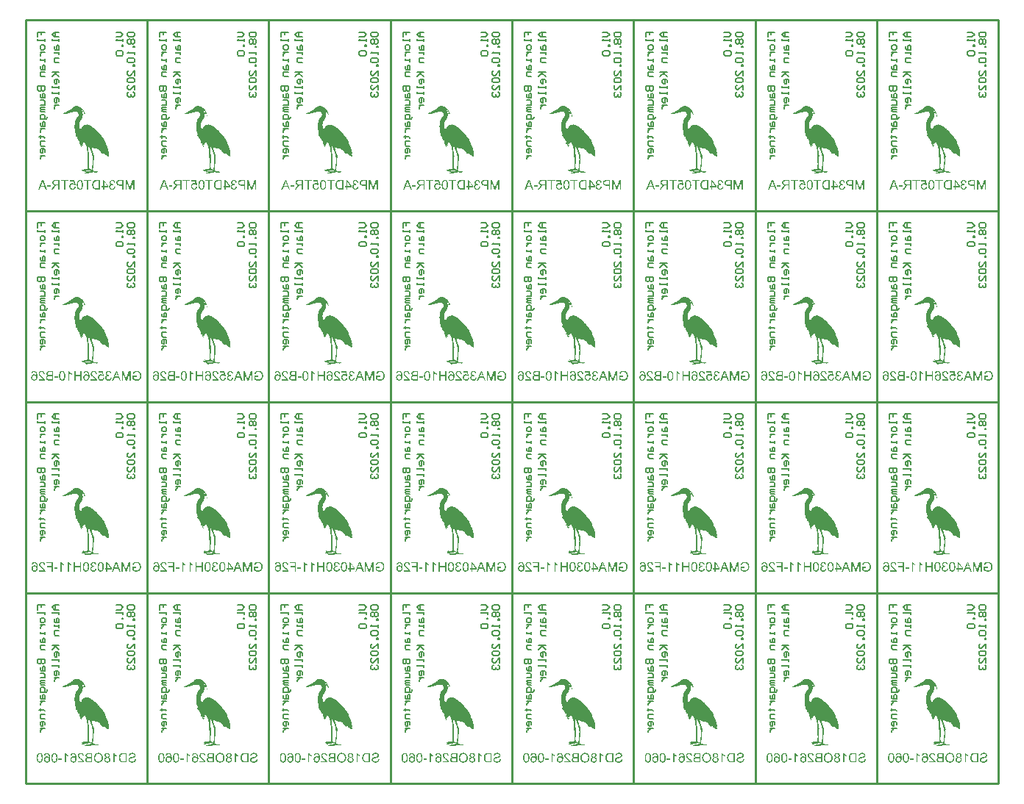
<source format=gbo>
G04*
G04 #@! TF.GenerationSoftware,Altium Limited,Altium Designer,22.2.1 (43)*
G04*
G04 Layer_Color=32896*
%FSLAX44Y44*%
%MOMM*%
G71*
G04*
G04 #@! TF.SameCoordinates,B7F19F8C-4A71-44AC-9732-6E8CD1541173*
G04*
G04*
G04 #@! TF.FilePolarity,Positive*
G04*
G01*
G75*
%ADD10C,0.1524*%
%ADD11C,0.2540*%
G36*
X-502031Y-319189D02*
X-502113Y-319217D01*
X-502224Y-319244D01*
X-502568Y-319286D01*
X-502678Y-319313D01*
X-502857Y-319382D01*
X-502967Y-319409D01*
X-503132Y-319437D01*
X-503380Y-319547D01*
X-503490Y-319575D01*
X-503683Y-319657D01*
X-503861Y-319726D01*
X-503903Y-319767D01*
X-504013Y-319795D01*
X-504150Y-319877D01*
X-504673Y-320153D01*
X-504729Y-320208D01*
X-504921Y-320318D01*
X-505114Y-320455D01*
X-505265Y-320579D01*
X-505417Y-320676D01*
X-505472Y-320731D01*
X-505527Y-320758D01*
X-505637Y-320868D01*
X-505692Y-320896D01*
X-505830Y-321034D01*
X-505871Y-321047D01*
X-505885Y-321089D01*
X-505940Y-321116D01*
X-506504Y-321680D01*
X-506531Y-321735D01*
X-506724Y-321928D01*
X-506807Y-322066D01*
X-506862Y-322121D01*
X-506972Y-322313D01*
X-507151Y-322575D01*
X-507233Y-322658D01*
X-507426Y-322713D01*
X-507536Y-322740D01*
X-507619Y-322823D01*
X-507798Y-322864D01*
X-507867Y-322933D01*
X-508045Y-323002D01*
X-508224Y-323098D01*
X-508362Y-323181D01*
X-508417Y-323236D01*
X-508555Y-323263D01*
X-508665Y-323373D01*
X-509023Y-323566D01*
X-509270Y-323704D01*
X-509353Y-323786D01*
X-509436Y-323814D01*
X-509573Y-323896D01*
X-509628Y-323924D01*
X-509766Y-324006D01*
X-509959Y-324117D01*
X-510014Y-324172D01*
X-510124Y-324199D01*
X-510206Y-324282D01*
X-510619Y-324502D01*
X-510674Y-324557D01*
X-510812Y-324585D01*
X-510922Y-324695D01*
X-511032Y-324722D01*
X-511197Y-324832D01*
X-511830Y-325163D01*
X-513950Y-326236D01*
X-514088Y-326291D01*
X-514143Y-326319D01*
X-514280Y-326401D01*
X-514390Y-326429D01*
X-514473Y-326511D01*
X-514583Y-326539D01*
X-514638Y-326566D01*
X-514803Y-326676D01*
X-514913Y-326704D01*
X-514996Y-326787D01*
X-515175Y-326855D01*
X-515244Y-326924D01*
X-515423Y-326993D01*
X-515491Y-327062D01*
X-515629Y-327117D01*
X-515684Y-327172D01*
X-515863Y-327241D01*
X-515932Y-327310D01*
X-516042Y-327337D01*
X-516097Y-327365D01*
X-516180Y-327447D01*
X-516482Y-327612D01*
X-516648Y-327723D01*
X-516799Y-327791D01*
X-516827Y-327846D01*
X-516978Y-327943D01*
X-517171Y-328053D01*
X-517253Y-328135D01*
X-517308Y-328163D01*
X-517391Y-328246D01*
X-517446Y-328273D01*
X-517501Y-328328D01*
X-517542Y-328342D01*
X-517570Y-328397D01*
X-517680Y-328507D01*
X-517707Y-328617D01*
X-517666Y-328686D01*
X-517446Y-328741D01*
X-516455Y-328713D01*
X-516372Y-328686D01*
X-515904Y-328658D01*
X-515822Y-328631D01*
X-515643Y-328590D01*
X-515368Y-328562D01*
X-515065Y-328535D01*
X-514845Y-328479D01*
X-514679Y-328452D01*
X-514308Y-328411D01*
X-514198Y-328383D01*
X-514115Y-328356D01*
X-513895Y-328301D01*
X-513537Y-328273D01*
X-513399Y-328218D01*
X-513207Y-328190D01*
X-513097Y-328163D01*
X-512835Y-328122D01*
X-512601Y-328053D01*
X-512408Y-328025D01*
X-512202Y-327984D01*
X-511968Y-327915D01*
X-511707Y-327874D01*
X-511390Y-327778D01*
X-511101Y-327709D01*
X-510867Y-327640D01*
X-510661Y-327599D01*
X-510344Y-327502D01*
X-510151Y-327475D01*
X-509959Y-327392D01*
X-509669Y-327323D01*
X-509532Y-327268D01*
X-509422Y-327241D01*
X-509257Y-327213D01*
X-509105Y-327145D01*
X-508995Y-327117D01*
X-508816Y-327076D01*
X-508679Y-327021D01*
X-508527Y-326979D01*
X-508335Y-326952D01*
X-508142Y-326869D01*
X-508032Y-326842D01*
X-507825Y-326800D01*
X-507646Y-326732D01*
X-507536Y-326704D01*
X-507343Y-326676D01*
X-507206Y-326622D01*
X-507096Y-326594D01*
X-506903Y-326566D01*
X-506752Y-326525D01*
X-506573Y-326456D01*
X-506270Y-326429D01*
X-506132Y-326374D01*
X-505940Y-326346D01*
X-505830Y-326319D01*
X-505554Y-326291D01*
X-505417Y-326236D01*
X-505155Y-326195D01*
X-504825Y-326167D01*
X-504660Y-326140D01*
X-504549Y-326112D01*
X-504384Y-326085D01*
X-504164Y-326057D01*
X-503806Y-326030D01*
X-503503Y-325975D01*
X-503338Y-325947D01*
X-503008Y-325919D01*
X-502320Y-325864D01*
X-502045Y-325837D01*
X-501728Y-325823D01*
X-501646Y-325851D01*
X-501329Y-325892D01*
X-501054Y-325919D01*
X-500888Y-325947D01*
X-500572Y-326043D01*
X-500462Y-326071D01*
X-500379Y-326153D01*
X-500324Y-326181D01*
X-500008Y-326498D01*
X-499980Y-326553D01*
X-499939Y-326594D01*
X-499897Y-326608D01*
X-499870Y-326663D01*
X-499760Y-326773D01*
X-499677Y-326911D01*
X-499567Y-327103D01*
X-499512Y-327131D01*
X-499292Y-327544D01*
X-499237Y-327599D01*
X-499196Y-327750D01*
X-499099Y-327984D01*
X-498962Y-328342D01*
X-498934Y-328562D01*
X-498879Y-328700D01*
X-498852Y-328975D01*
X-498879Y-329801D01*
X-498934Y-329938D01*
X-499003Y-330228D01*
X-499072Y-330379D01*
X-499141Y-330558D01*
X-499182Y-330599D01*
X-499402Y-331012D01*
X-499512Y-331122D01*
X-499540Y-331177D01*
X-499595Y-331232D01*
X-499677Y-331370D01*
X-499801Y-331549D01*
X-499856Y-331576D01*
X-499994Y-331741D01*
X-500063Y-331838D01*
X-500145Y-331920D01*
X-500173Y-331975D01*
X-500283Y-332085D01*
X-500310Y-332141D01*
X-500448Y-332278D01*
X-500476Y-332333D01*
X-500696Y-332553D01*
X-500723Y-332608D01*
X-500778Y-332636D01*
X-500806Y-332691D01*
X-500943Y-332829D01*
X-500971Y-332884D01*
X-501026Y-332939D01*
X-501054Y-332994D01*
X-501177Y-333145D01*
X-501219Y-333187D01*
X-501246Y-333242D01*
X-501329Y-333324D01*
X-501356Y-333379D01*
X-501466Y-333489D01*
X-501494Y-333600D01*
X-501577Y-333682D01*
X-501797Y-334095D01*
X-502017Y-334563D01*
X-502045Y-334618D01*
X-502127Y-334811D01*
X-502182Y-334948D01*
X-502237Y-335003D01*
X-502292Y-335251D01*
X-502402Y-335499D01*
X-502430Y-335636D01*
X-502513Y-335829D01*
X-502540Y-335939D01*
X-502609Y-336118D01*
X-502678Y-336352D01*
X-502705Y-336517D01*
X-502760Y-336572D01*
X-502788Y-336765D01*
X-502829Y-336999D01*
X-502898Y-337233D01*
X-502925Y-337343D01*
X-502967Y-337660D01*
X-503022Y-337797D01*
X-503049Y-337935D01*
X-503077Y-338238D01*
X-503159Y-338568D01*
X-503201Y-338940D01*
X-503283Y-339408D01*
X-503311Y-339518D01*
X-503352Y-340055D01*
X-503448Y-340839D01*
X-503490Y-342257D01*
X-503503Y-343041D01*
X-503476Y-343124D01*
X-503448Y-344748D01*
X-503421Y-344830D01*
X-503393Y-345188D01*
X-503366Y-345271D01*
X-503325Y-345753D01*
X-503283Y-346344D01*
X-503256Y-346427D01*
X-503228Y-346537D01*
X-503201Y-346812D01*
X-503159Y-347129D01*
X-503118Y-347280D01*
X-503091Y-347390D01*
X-503063Y-347583D01*
X-503036Y-347831D01*
X-502980Y-347968D01*
X-502939Y-348147D01*
X-502884Y-348450D01*
X-502815Y-348684D01*
X-502788Y-348794D01*
X-502760Y-350446D01*
X-502719Y-350542D01*
X-502678Y-350528D01*
X-502650Y-350116D01*
X-502623Y-350033D01*
X-502650Y-349675D01*
X-502595Y-349538D01*
X-502581Y-349524D01*
X-502540Y-349565D01*
X-502499Y-349716D01*
X-502444Y-349854D01*
X-502402Y-349978D01*
X-502375Y-350171D01*
X-502402Y-350253D01*
X-502375Y-353061D01*
X-502347Y-353144D01*
X-502306Y-353488D01*
X-502279Y-353598D01*
X-502210Y-353777D01*
X-502196Y-353790D01*
X-502155Y-353749D01*
X-502127Y-353529D01*
X-502100Y-353446D01*
X-502072Y-352868D01*
X-502045Y-352786D01*
X-502003Y-352469D01*
X-501976Y-352249D01*
X-501948Y-352221D01*
X-501879Y-352290D01*
X-501852Y-352896D01*
X-501824Y-353639D01*
X-501797Y-353722D01*
X-501756Y-354121D01*
X-501714Y-354272D01*
X-501687Y-354603D01*
X-501646Y-354616D01*
X-501618Y-354313D01*
X-501590Y-353983D01*
X-501577Y-353859D01*
X-501604Y-353777D01*
X-501577Y-353336D01*
X-501563Y-352194D01*
X-501577Y-352180D01*
X-501522Y-352015D01*
X-501453Y-352001D01*
X-501356Y-352098D01*
X-501288Y-352276D01*
X-501219Y-352400D01*
X-501205Y-352882D01*
X-501219Y-353116D01*
X-501191Y-353199D01*
X-501219Y-353309D01*
X-501191Y-353914D01*
X-501150Y-354479D01*
X-501122Y-354534D01*
X-501081Y-354492D01*
X-501054Y-353556D01*
X-501040Y-353350D01*
X-501067Y-352799D01*
X-501012Y-352744D01*
X-500943Y-352786D01*
X-500751Y-353199D01*
X-500723Y-353556D01*
X-500696Y-353804D01*
X-500723Y-353887D01*
X-500696Y-354080D01*
X-500668Y-355538D01*
X-500641Y-355621D01*
X-500613Y-355869D01*
X-500599Y-355882D01*
X-500558Y-355841D01*
X-500517Y-355442D01*
X-500503Y-354878D01*
X-500531Y-354795D01*
X-500544Y-353873D01*
X-500531Y-353832D01*
X-500558Y-353749D01*
X-500586Y-353611D01*
X-500544Y-353570D01*
X-500420Y-353584D01*
X-500365Y-353804D01*
X-500379Y-354286D01*
X-500352Y-354423D01*
X-500297Y-355800D01*
X-500269Y-356736D01*
X-500242Y-357094D01*
X-500214Y-357149D01*
X-500173Y-357135D01*
X-500145Y-356942D01*
X-500118Y-356337D01*
X-500145Y-355043D01*
X-500173Y-354960D01*
X-500214Y-354258D01*
X-500228Y-354107D01*
X-500187Y-354066D01*
X-500076Y-354093D01*
X-500035Y-354134D01*
X-499980Y-354272D01*
X-499897Y-354355D01*
X-499870Y-354410D01*
X-499760Y-354520D01*
X-499732Y-354575D01*
X-499622Y-354740D01*
X-499595Y-355043D01*
X-499567Y-355126D01*
X-499512Y-355511D01*
X-499485Y-355869D01*
X-499443Y-356075D01*
X-499416Y-356240D01*
X-499375Y-356612D01*
X-499333Y-357066D01*
X-499292Y-357217D01*
X-499264Y-357493D01*
X-499237Y-357686D01*
X-499209Y-358429D01*
X-499182Y-358511D01*
X-499154Y-358787D01*
X-499099Y-358869D01*
X-499072Y-358676D01*
X-499044Y-358071D01*
X-499072Y-357052D01*
X-499099Y-356970D01*
X-499127Y-356860D01*
X-499154Y-356502D01*
X-499182Y-356419D01*
X-499209Y-355896D01*
X-499264Y-355759D01*
X-499319Y-355263D01*
X-499278Y-355222D01*
X-499196Y-355249D01*
X-499099Y-355346D01*
X-499072Y-355401D01*
X-498879Y-355648D01*
X-498686Y-355841D01*
X-498604Y-356034D01*
X-498576Y-356474D01*
X-498535Y-357011D01*
X-498494Y-357163D01*
X-498466Y-357273D01*
X-498439Y-357713D01*
X-498411Y-358319D01*
X-498383Y-358401D01*
X-498356Y-358511D01*
X-498342Y-359571D01*
X-498315Y-359406D01*
X-498260Y-359048D01*
X-498232Y-358910D01*
X-498218Y-358236D01*
X-498246Y-358153D01*
X-498273Y-357107D01*
X-498329Y-356970D01*
X-498383Y-356502D01*
X-498356Y-356254D01*
X-498342Y-356240D01*
X-498191Y-356364D01*
X-498067Y-356516D01*
X-497998Y-356612D01*
X-497957Y-356653D01*
X-497902Y-356681D01*
X-497805Y-356805D01*
X-497792Y-356983D01*
X-497805Y-358291D01*
X-497778Y-358374D01*
X-497805Y-361649D01*
X-497833Y-361732D01*
X-497874Y-362159D01*
X-497888Y-362393D01*
X-497860Y-362475D01*
X-497847Y-362627D01*
X-497805Y-362613D01*
X-497778Y-362503D01*
X-497750Y-362227D01*
X-497723Y-361925D01*
X-497668Y-361787D01*
X-497640Y-361677D01*
X-497613Y-361484D01*
X-497571Y-360892D01*
X-497544Y-360645D01*
X-497516Y-360479D01*
X-497489Y-360039D01*
X-497475Y-358484D01*
X-497503Y-358456D01*
X-497475Y-358374D01*
X-497503Y-358291D01*
X-497530Y-357438D01*
X-497503Y-357245D01*
X-497461Y-357231D01*
X-497420Y-357273D01*
X-497393Y-357548D01*
X-497365Y-357741D01*
X-497337Y-358071D01*
X-497310Y-358153D01*
X-497269Y-358415D01*
X-497241Y-358883D01*
X-497214Y-359158D01*
X-497186Y-359296D01*
X-497159Y-359461D01*
X-497117Y-359833D01*
X-497090Y-360273D01*
X-497062Y-360356D01*
X-497021Y-360617D01*
X-496993Y-360892D01*
X-496966Y-361581D01*
X-496938Y-361911D01*
X-496911Y-362269D01*
X-496883Y-362957D01*
X-496870Y-363081D01*
X-496897Y-363163D01*
X-496870Y-363494D01*
X-496897Y-363576D01*
X-496925Y-364705D01*
X-496883Y-364719D01*
X-496842Y-364595D01*
X-496801Y-364223D01*
X-496773Y-364113D01*
X-496704Y-363934D01*
X-496677Y-363576D01*
X-496636Y-362599D01*
X-496622Y-361539D01*
X-496649Y-361457D01*
X-496622Y-360934D01*
X-496581Y-360920D01*
X-496539Y-360961D01*
X-496498Y-361140D01*
X-496470Y-361278D01*
X-496443Y-361581D01*
X-496415Y-361746D01*
X-496360Y-361966D01*
X-496292Y-362585D01*
X-496264Y-362668D01*
X-496236Y-362778D01*
X-496209Y-362971D01*
X-496181Y-363329D01*
X-496140Y-363645D01*
X-496113Y-363810D01*
X-496071Y-364182D01*
X-496016Y-364815D01*
X-495989Y-364897D01*
X-495961Y-365531D01*
X-495934Y-365613D01*
X-495906Y-366301D01*
X-495837Y-366398D01*
X-495796Y-366274D01*
X-495769Y-365751D01*
X-495796Y-363796D01*
X-495824Y-363714D01*
X-495851Y-363273D01*
X-495879Y-363191D01*
X-495892Y-362351D01*
X-495851Y-362365D01*
X-495796Y-362558D01*
X-495755Y-362709D01*
X-495700Y-362929D01*
X-495672Y-363067D01*
X-495645Y-363315D01*
X-495617Y-363452D01*
X-495576Y-363604D01*
X-495521Y-363989D01*
X-495480Y-364141D01*
X-495424Y-364416D01*
X-495397Y-364746D01*
X-495369Y-364911D01*
X-495342Y-365021D01*
X-495300Y-365173D01*
X-495273Y-365365D01*
X-495246Y-365888D01*
X-495218Y-365971D01*
X-495149Y-366095D01*
X-495108Y-366054D01*
X-495080Y-365861D01*
X-495122Y-365131D01*
X-495149Y-365021D01*
X-495177Y-364884D01*
X-495204Y-364608D01*
X-495246Y-364044D01*
X-495273Y-363962D01*
X-495300Y-363769D01*
X-495328Y-363659D01*
X-495383Y-363108D01*
X-495411Y-363026D01*
X-495452Y-362764D01*
X-495480Y-362599D01*
X-495507Y-362324D01*
X-495535Y-362186D01*
X-495562Y-362076D01*
X-495603Y-361925D01*
X-495645Y-361581D01*
X-495672Y-361470D01*
X-495713Y-361319D01*
X-495741Y-361209D01*
X-495782Y-360892D01*
X-495851Y-360713D01*
X-495879Y-360521D01*
X-495920Y-360342D01*
X-496016Y-360025D01*
X-496044Y-359833D01*
X-496126Y-359640D01*
X-496195Y-359351D01*
X-496264Y-359199D01*
X-496292Y-359007D01*
X-496319Y-358924D01*
X-496402Y-358731D01*
X-496457Y-358346D01*
X-496360Y-358332D01*
X-496319Y-358374D01*
X-495879Y-359227D01*
X-495796Y-359420D01*
X-495755Y-359571D01*
X-495713Y-359612D01*
X-495658Y-359750D01*
X-495631Y-359915D01*
X-495548Y-360053D01*
X-495507Y-360232D01*
X-495411Y-360466D01*
X-495383Y-360576D01*
X-495273Y-360824D01*
X-495232Y-361030D01*
X-495135Y-361209D01*
X-495094Y-361388D01*
X-495025Y-361539D01*
X-494998Y-361649D01*
X-494929Y-361828D01*
X-494860Y-362062D01*
X-494791Y-362241D01*
X-494723Y-362475D01*
X-494681Y-362627D01*
X-494612Y-362805D01*
X-494571Y-363012D01*
X-494530Y-363053D01*
X-494502Y-363163D01*
X-494433Y-363452D01*
X-494365Y-363604D01*
X-494337Y-363796D01*
X-494310Y-363934D01*
X-494227Y-364072D01*
X-494186Y-364388D01*
X-494089Y-364622D01*
X-494048Y-364911D01*
X-493979Y-365008D01*
X-493938Y-365021D01*
X-493910Y-364911D01*
X-493897Y-364705D01*
X-493924Y-364622D01*
X-494034Y-364375D01*
X-494062Y-363989D01*
X-494144Y-363796D01*
X-494199Y-363411D01*
X-494254Y-363356D01*
X-494282Y-363163D01*
X-494323Y-362984D01*
X-494420Y-362668D01*
X-494475Y-362420D01*
X-494530Y-362282D01*
X-494557Y-362172D01*
X-494599Y-361966D01*
X-494667Y-361787D01*
X-494695Y-361677D01*
X-494736Y-361525D01*
X-494833Y-361209D01*
X-494860Y-361099D01*
X-494943Y-360906D01*
X-494970Y-360796D01*
X-494998Y-360658D01*
X-495108Y-360411D01*
X-495149Y-360259D01*
X-495218Y-360135D01*
X-495246Y-359970D01*
X-495356Y-359722D01*
X-495342Y-359626D01*
X-495300Y-359640D01*
X-495273Y-359695D01*
X-495190Y-359777D01*
X-495122Y-359956D01*
X-495080Y-359998D01*
X-495053Y-360053D01*
X-494998Y-360190D01*
X-494970Y-360246D01*
X-494612Y-360989D01*
X-494310Y-361622D01*
X-494282Y-361677D01*
X-494199Y-361870D01*
X-494117Y-362007D01*
X-494089Y-362090D01*
X-494034Y-362227D01*
X-493979Y-362282D01*
X-493952Y-362393D01*
X-493814Y-362695D01*
X-493787Y-362860D01*
X-493676Y-362971D01*
X-493649Y-363191D01*
X-493580Y-363260D01*
X-493525Y-363232D01*
X-493511Y-363026D01*
X-493621Y-362833D01*
X-493663Y-362627D01*
X-493704Y-362530D01*
X-493759Y-362393D01*
X-493800Y-362241D01*
X-493869Y-362172D01*
X-493910Y-361993D01*
X-494007Y-361814D01*
X-494034Y-361704D01*
X-494089Y-361567D01*
X-494144Y-361512D01*
X-494186Y-361333D01*
X-494254Y-361264D01*
X-494337Y-361044D01*
X-494420Y-360906D01*
X-494447Y-360796D01*
X-494557Y-360631D01*
X-494585Y-360521D01*
X-494667Y-360383D01*
X-495025Y-359695D01*
X-495080Y-359557D01*
X-495011Y-359544D01*
X-494860Y-359667D01*
X-494791Y-359736D01*
X-494750Y-359750D01*
X-494723Y-359805D01*
X-494681Y-359846D01*
X-494626Y-359874D01*
X-494475Y-360025D01*
X-494447Y-360080D01*
X-494337Y-360246D01*
X-494117Y-360658D01*
X-493979Y-360879D01*
X-493731Y-361347D01*
X-493676Y-361484D01*
X-493649Y-361539D01*
X-493566Y-361622D01*
X-493525Y-361773D01*
X-493498Y-361828D01*
X-493456Y-361842D01*
X-493401Y-361980D01*
X-493374Y-362035D01*
X-493291Y-362117D01*
X-493264Y-362282D01*
X-493195Y-362351D01*
X-493140Y-362379D01*
X-493112Y-362516D01*
X-493085Y-362599D01*
X-493016Y-362585D01*
X-493043Y-362420D01*
X-493126Y-362337D01*
X-493153Y-362090D01*
X-493236Y-362007D01*
X-493264Y-361842D01*
X-493346Y-361759D01*
X-493374Y-361649D01*
X-493456Y-361512D01*
X-493511Y-361374D01*
X-493539Y-361319D01*
X-493594Y-361264D01*
X-493676Y-361044D01*
X-493731Y-360989D01*
X-493800Y-360810D01*
X-493897Y-360686D01*
X-494007Y-360438D01*
X-493965Y-360397D01*
X-493910Y-360424D01*
X-493663Y-360617D01*
X-493360Y-360810D01*
X-493305Y-360837D01*
X-493222Y-360920D01*
X-492920Y-361085D01*
X-492837Y-361168D01*
X-492699Y-361223D01*
X-492644Y-361278D01*
X-492259Y-361498D01*
X-492204Y-361553D01*
X-492066Y-361608D01*
X-491901Y-361718D01*
X-491846Y-361746D01*
X-491763Y-361828D01*
X-491626Y-361883D01*
X-491543Y-361966D01*
X-491488Y-361993D01*
X-491447Y-362035D01*
X-491405Y-362186D01*
X-491364Y-362227D01*
X-491337Y-362282D01*
X-491309Y-362365D01*
X-491254Y-362503D01*
X-491171Y-362585D01*
X-491144Y-362750D01*
X-491061Y-362833D01*
X-491020Y-362984D01*
X-490924Y-363163D01*
X-490869Y-363301D01*
X-490648Y-363796D01*
X-490580Y-363975D01*
X-490511Y-364044D01*
X-490483Y-364209D01*
X-490401Y-364347D01*
X-490304Y-364608D01*
X-490236Y-364787D01*
X-490208Y-364897D01*
X-490126Y-365090D01*
X-490084Y-365269D01*
X-490043Y-365310D01*
X-489988Y-365448D01*
X-489960Y-365641D01*
X-489850Y-365888D01*
X-489823Y-366054D01*
X-489740Y-366246D01*
X-489713Y-366356D01*
X-489685Y-366522D01*
X-489603Y-366714D01*
X-489575Y-366824D01*
X-489547Y-367017D01*
X-489492Y-367155D01*
X-489465Y-367347D01*
X-489437Y-367458D01*
X-489355Y-367760D01*
X-489327Y-367953D01*
X-489286Y-368214D01*
X-489245Y-368366D01*
X-489217Y-368476D01*
X-489162Y-369026D01*
X-489134Y-369109D01*
X-489107Y-369219D01*
X-489080Y-369412D01*
X-489052Y-369770D01*
X-488956Y-370389D01*
X-488928Y-370692D01*
X-488900Y-371077D01*
X-488845Y-371408D01*
X-488818Y-371683D01*
X-488777Y-372495D01*
X-488749Y-372605D01*
X-488694Y-373156D01*
X-488667Y-373348D01*
X-488639Y-375440D01*
X-488611Y-377285D01*
X-488584Y-377367D01*
X-488543Y-377959D01*
X-488515Y-378592D01*
X-488460Y-379033D01*
X-488419Y-379404D01*
X-488391Y-380257D01*
X-488350Y-381152D01*
X-488336Y-381386D01*
X-488364Y-381469D01*
X-488336Y-381827D01*
X-488309Y-382432D01*
X-488281Y-384689D01*
X-488254Y-384772D01*
X-488281Y-389699D01*
X-488309Y-389782D01*
X-488350Y-390098D01*
X-488377Y-390236D01*
X-488405Y-390484D01*
X-488433Y-390621D01*
X-488501Y-390773D01*
X-488529Y-390883D01*
X-488557Y-391103D01*
X-488680Y-391254D01*
X-488900Y-391392D01*
X-489011Y-391420D01*
X-489176Y-391530D01*
X-489341Y-391557D01*
X-489396Y-391612D01*
X-489589Y-391667D01*
X-489892Y-391695D01*
X-489974Y-391722D01*
X-490236Y-391764D01*
X-492452Y-391777D01*
X-492534Y-391750D01*
X-492782Y-391722D01*
X-493195Y-391530D01*
X-493415Y-391502D01*
X-493498Y-391475D01*
X-493773Y-391502D01*
X-493924Y-391571D01*
X-493979Y-391709D01*
X-494034Y-391764D01*
X-494021Y-391860D01*
X-493952Y-391846D01*
X-493883Y-391722D01*
X-493690Y-391695D01*
X-493470Y-391722D01*
X-493429Y-391764D01*
X-493401Y-391819D01*
X-493291Y-391984D01*
X-493209Y-392122D01*
X-493071Y-392369D01*
X-493043Y-392424D01*
X-493085Y-392466D01*
X-493704Y-392424D01*
X-494323Y-392411D01*
X-494406Y-392438D01*
X-494681Y-392466D01*
X-494929Y-392576D01*
X-495177Y-392631D01*
X-495369Y-392713D01*
X-495507Y-392796D01*
X-495589Y-392878D01*
X-495631Y-392892D01*
X-495686Y-393112D01*
X-495658Y-393223D01*
X-495645Y-393236D01*
X-495521Y-393140D01*
X-495438Y-393002D01*
X-495287Y-392934D01*
X-495149Y-392989D01*
X-494956Y-393099D01*
X-494764Y-393236D01*
X-494626Y-393291D01*
X-494516Y-393319D01*
X-494378Y-393374D01*
X-494337Y-393415D01*
X-494378Y-393512D01*
X-494585Y-393553D01*
X-494654Y-393622D01*
X-494709Y-393649D01*
X-494764Y-393704D01*
X-494805Y-393718D01*
X-494833Y-393773D01*
X-494970Y-394076D01*
X-494998Y-394269D01*
X-494833Y-394571D01*
X-494709Y-394585D01*
X-494695Y-394406D01*
X-494723Y-394324D01*
X-494695Y-394103D01*
X-494502Y-393856D01*
X-494461Y-393814D01*
X-494351Y-393842D01*
X-494282Y-393938D01*
X-494186Y-394035D01*
X-493800Y-394255D01*
X-493718Y-394337D01*
X-493580Y-394365D01*
X-493525Y-394420D01*
X-493332Y-394475D01*
X-492809Y-394503D01*
X-492727Y-394475D01*
X-492396Y-394448D01*
X-492259Y-394393D01*
X-492039Y-394337D01*
X-491887Y-394296D01*
X-491736Y-394227D01*
X-491543Y-394200D01*
X-491364Y-394131D01*
X-491213Y-394090D01*
X-490951Y-394048D01*
X-490717Y-393980D01*
X-490525Y-393952D01*
X-490194Y-393924D01*
X-490112Y-393897D01*
X-489892Y-393870D01*
X-489809Y-393842D01*
X-489217Y-393801D01*
X-489107Y-393773D01*
X-488694Y-393691D01*
X-488391Y-393635D01*
X-488157Y-393567D01*
X-487978Y-393525D01*
X-487662Y-393429D01*
X-487469Y-393401D01*
X-487332Y-393346D01*
X-487111Y-393291D01*
X-486754Y-393264D01*
X-486671Y-393236D01*
X-486313Y-393209D01*
X-485487Y-393236D01*
X-485405Y-393264D01*
X-484703Y-393305D01*
X-484455Y-393333D01*
X-484359Y-393319D01*
X-484262Y-393388D01*
X-484290Y-393470D01*
X-484331Y-393512D01*
X-484386Y-393539D01*
X-484496Y-393649D01*
X-484551Y-393677D01*
X-484634Y-393759D01*
X-484689Y-393787D01*
X-484882Y-393924D01*
X-484964Y-393952D01*
X-485019Y-394007D01*
X-485198Y-394076D01*
X-485322Y-394145D01*
X-485432Y-394172D01*
X-485597Y-394200D01*
X-485790Y-394282D01*
X-485983Y-394310D01*
X-486230Y-394337D01*
X-486313Y-394365D01*
X-486643Y-394420D01*
X-487414Y-394448D01*
X-489203Y-394420D01*
X-489286Y-394393D01*
X-489726Y-394365D01*
X-490112Y-394310D01*
X-490965Y-394337D01*
X-491103Y-394393D01*
X-491295Y-394420D01*
X-491763Y-394448D01*
X-492052Y-394626D01*
X-492163Y-394819D01*
X-492217Y-394957D01*
X-492204Y-395053D01*
X-492094Y-395026D01*
X-492025Y-394957D01*
X-491997Y-394902D01*
X-491832Y-394792D01*
X-491708Y-394723D01*
X-491516Y-394668D01*
X-491378Y-394750D01*
X-491240Y-394888D01*
X-491185Y-394916D01*
X-491158Y-394971D01*
X-490938Y-395053D01*
X-490800Y-395108D01*
X-490690Y-395136D01*
X-490084Y-395163D01*
X-489424Y-395191D01*
X-489341Y-395218D01*
X-488364Y-395260D01*
X-487978Y-395287D01*
X-487868Y-395370D01*
X-487937Y-395438D01*
X-488295Y-395466D01*
X-488900Y-395494D01*
X-489369Y-395521D01*
X-489451Y-395549D01*
X-490029Y-395576D01*
X-490112Y-395604D01*
X-490731Y-395645D01*
X-490869Y-395700D01*
X-490979Y-395728D01*
X-491282Y-395755D01*
X-491640Y-395783D01*
X-491736Y-395824D01*
X-491928Y-395934D01*
X-492107Y-396113D01*
X-492135Y-396168D01*
X-492190Y-396223D01*
X-492245Y-396361D01*
X-492355Y-396608D01*
X-492328Y-396746D01*
X-492286Y-396760D01*
X-492217Y-396718D01*
X-492107Y-396526D01*
X-491956Y-396319D01*
X-491901Y-396292D01*
X-491736Y-396182D01*
X-491598Y-396127D01*
X-491516Y-396154D01*
X-491447Y-396223D01*
X-491419Y-396278D01*
X-491240Y-396457D01*
X-491089Y-396498D01*
X-490938Y-396567D01*
X-490580Y-396595D01*
X-490470Y-396622D01*
X-490029Y-396650D01*
X-488818Y-396622D01*
X-488735Y-396595D01*
X-487882Y-396567D01*
X-487799Y-396540D01*
X-487428Y-396498D01*
X-487153Y-396471D01*
X-486685Y-396443D01*
X-486520Y-396416D01*
X-486409Y-396388D01*
X-486272Y-396361D01*
X-485900Y-396319D01*
X-485680Y-396292D01*
X-485597Y-396264D01*
X-485405Y-396209D01*
X-485212Y-396182D01*
X-485047Y-396154D01*
X-484909Y-396099D01*
X-484524Y-396017D01*
X-484331Y-395934D01*
X-484125Y-395893D01*
X-483987Y-395838D01*
X-483836Y-395796D01*
X-483615Y-395769D01*
X-483560Y-395714D01*
X-483450Y-395686D01*
X-483175Y-395659D01*
X-482996Y-395617D01*
X-482845Y-395576D01*
X-482734Y-395549D01*
X-481110Y-395576D01*
X-481028Y-395604D01*
X-480904Y-395590D01*
X-480532Y-395631D01*
X-479679Y-395659D01*
X-479486Y-395686D01*
X-478908Y-395714D01*
X-478826Y-395741D01*
X-478027Y-395769D01*
X-477945Y-395741D01*
X-477697Y-395714D01*
X-477615Y-395686D01*
X-477326Y-395617D01*
X-477202Y-395549D01*
X-477064Y-395494D01*
X-476954Y-395383D01*
X-476899Y-395356D01*
X-476789Y-395163D01*
X-476679Y-395136D01*
X-476513Y-395163D01*
X-476266Y-395301D01*
X-476183Y-395383D01*
X-476142Y-395397D01*
X-476114Y-395452D01*
X-475977Y-395590D01*
X-475949Y-395672D01*
X-475880Y-395741D01*
X-475839Y-395728D01*
X-475812Y-395617D01*
X-475839Y-395507D01*
X-475922Y-395425D01*
X-475977Y-395287D01*
X-476114Y-395149D01*
X-476142Y-395094D01*
X-476266Y-394971D01*
X-476321Y-394943D01*
X-476403Y-394860D01*
X-476513Y-394833D01*
X-476871Y-394723D01*
X-477023Y-394682D01*
X-477229Y-394558D01*
X-477422Y-394530D01*
X-477560Y-394475D01*
X-477670Y-394448D01*
X-478275Y-394420D01*
X-478468Y-394393D01*
X-480078Y-394351D01*
X-480298Y-394324D01*
X-480821Y-394296D01*
X-480987Y-394269D01*
X-481124Y-394241D01*
X-481234Y-394213D01*
X-481399Y-394131D01*
X-481620Y-393911D01*
X-481647Y-393856D01*
X-481757Y-393746D01*
X-481840Y-393608D01*
X-481895Y-393553D01*
X-482143Y-393030D01*
X-482184Y-392878D01*
X-482253Y-392700D01*
X-482280Y-392507D01*
X-482322Y-391970D01*
X-482335Y-391709D01*
X-482308Y-391626D01*
X-482267Y-390952D01*
X-482211Y-390594D01*
X-482184Y-390484D01*
X-482156Y-390318D01*
X-482129Y-389933D01*
X-482101Y-389713D01*
X-482074Y-389575D01*
X-482046Y-389465D01*
X-482019Y-389080D01*
X-481991Y-388750D01*
X-481964Y-388529D01*
X-481909Y-388199D01*
X-481881Y-387676D01*
X-481826Y-387043D01*
X-481799Y-386878D01*
X-481771Y-386575D01*
X-481744Y-386024D01*
X-481716Y-385667D01*
X-481688Y-385501D01*
X-481633Y-385061D01*
X-481606Y-384455D01*
X-481578Y-384125D01*
X-481551Y-383905D01*
X-481523Y-383629D01*
X-481496Y-383299D01*
X-481468Y-382611D01*
X-481441Y-382308D01*
X-481413Y-381978D01*
X-481372Y-381606D01*
X-481331Y-380794D01*
X-481303Y-380491D01*
X-481276Y-380381D01*
X-481234Y-380010D01*
X-481193Y-379501D01*
X-481166Y-379335D01*
X-481138Y-379225D01*
X-481110Y-379005D01*
X-481083Y-378647D01*
X-481055Y-378427D01*
X-481028Y-378317D01*
X-480973Y-377986D01*
X-480945Y-377519D01*
X-480932Y-376844D01*
X-480959Y-376762D01*
X-480987Y-376349D01*
X-481069Y-376156D01*
X-481124Y-375908D01*
X-481234Y-375661D01*
X-481262Y-375550D01*
X-481317Y-375495D01*
X-481413Y-375234D01*
X-481578Y-374903D01*
X-481620Y-374780D01*
X-481675Y-374642D01*
X-481730Y-374587D01*
X-481771Y-374408D01*
X-481895Y-374202D01*
X-481922Y-374064D01*
X-482005Y-373871D01*
X-482074Y-373692D01*
X-482143Y-373624D01*
X-482170Y-373458D01*
X-482280Y-373211D01*
X-482308Y-373073D01*
X-482390Y-372935D01*
X-482445Y-372688D01*
X-482528Y-372495D01*
X-482556Y-372385D01*
X-482624Y-372206D01*
X-482666Y-372082D01*
X-482721Y-371862D01*
X-482803Y-371669D01*
X-482831Y-371476D01*
X-482914Y-371284D01*
X-482941Y-371174D01*
X-482982Y-371022D01*
X-483051Y-370871D01*
X-483120Y-370582D01*
X-483189Y-370430D01*
X-483230Y-370169D01*
X-483299Y-370018D01*
X-483326Y-369907D01*
X-483395Y-369618D01*
X-483450Y-369481D01*
X-483505Y-369178D01*
X-483574Y-368944D01*
X-483602Y-368751D01*
X-483629Y-368531D01*
X-483657Y-368448D01*
X-483698Y-368242D01*
X-483726Y-367912D01*
X-483739Y-367155D01*
X-483588Y-367003D01*
X-483285Y-366866D01*
X-483065Y-366893D01*
X-482927Y-366976D01*
X-482817Y-367003D01*
X-482762Y-367031D01*
X-482679Y-367113D01*
X-482528Y-367155D01*
X-482487Y-367196D01*
X-482432Y-367224D01*
X-482239Y-367334D01*
X-482046Y-367471D01*
X-481909Y-367526D01*
X-481854Y-367554D01*
X-481799Y-367609D01*
X-481661Y-367664D01*
X-481578Y-367691D01*
X-481523Y-367747D01*
X-481331Y-367802D01*
X-481138Y-367884D01*
X-481028Y-367912D01*
X-480670Y-368049D01*
X-480450Y-368077D01*
X-480367Y-368104D01*
X-480064Y-368187D01*
X-479128Y-368214D01*
X-479018Y-368187D01*
X-478771Y-368159D01*
X-478523Y-368049D01*
X-478468Y-368022D01*
X-478413Y-367967D01*
X-478358Y-367939D01*
X-478165Y-367802D01*
X-478110Y-367829D01*
X-477890Y-368049D01*
X-477835Y-368077D01*
X-477752Y-368159D01*
X-477697Y-368187D01*
X-477615Y-368270D01*
X-477560Y-368297D01*
X-477449Y-368407D01*
X-477394Y-368435D01*
X-477284Y-368545D01*
X-477229Y-368572D01*
X-477092Y-368710D01*
X-476954Y-368792D01*
X-476761Y-368930D01*
X-476610Y-369054D01*
X-476568Y-369095D01*
X-476376Y-369205D01*
X-476238Y-369288D01*
X-475990Y-369426D01*
X-475935Y-369481D01*
X-475825Y-369508D01*
X-475578Y-369618D01*
X-475467Y-369646D01*
X-475233Y-369687D01*
X-474986Y-369715D01*
X-474834Y-369811D01*
X-474793Y-369852D01*
X-474683Y-370045D01*
X-474490Y-370348D01*
X-474463Y-370403D01*
X-474408Y-370458D01*
X-474380Y-370513D01*
X-474243Y-370706D01*
X-474215Y-370761D01*
X-473967Y-371119D01*
X-473940Y-371174D01*
X-473885Y-371229D01*
X-473857Y-371284D01*
X-473582Y-371669D01*
X-473554Y-371724D01*
X-473472Y-371807D01*
X-473444Y-371862D01*
X-473334Y-372027D01*
X-473307Y-372082D01*
X-473265Y-372151D01*
X-473224Y-372165D01*
X-473196Y-372220D01*
X-473059Y-372412D01*
X-472976Y-372550D01*
X-472784Y-372825D01*
X-472756Y-372880D01*
X-472673Y-372963D01*
X-472591Y-373101D01*
X-472508Y-373183D01*
X-472481Y-373238D01*
X-472316Y-373403D01*
X-472288Y-373458D01*
X-471999Y-373747D01*
X-471944Y-373775D01*
X-471861Y-373857D01*
X-471806Y-373885D01*
X-471696Y-373995D01*
X-471118Y-374270D01*
X-470760Y-374298D01*
X-470678Y-374270D01*
X-470513Y-374243D01*
X-470265Y-374050D01*
X-470210Y-373995D01*
X-470169Y-373981D01*
X-470141Y-373926D01*
X-470003Y-373734D01*
X-469935Y-373555D01*
X-469879Y-373472D01*
X-469742Y-373500D01*
X-469646Y-373596D01*
X-469618Y-373651D01*
X-469549Y-373720D01*
X-469494Y-373747D01*
X-469246Y-373995D01*
X-469191Y-374023D01*
X-468806Y-374408D01*
X-468751Y-374436D01*
X-468696Y-374518D01*
X-468641Y-374546D01*
X-468283Y-374903D01*
X-468228Y-374931D01*
X-468159Y-375000D01*
X-468145Y-375041D01*
X-468090Y-375069D01*
X-467842Y-375316D01*
X-467801Y-375330D01*
X-467774Y-375385D01*
X-467732Y-375426D01*
X-467677Y-375454D01*
X-467567Y-375564D01*
X-467512Y-375592D01*
X-467430Y-375674D01*
X-467375Y-375702D01*
X-467265Y-375812D01*
X-467209Y-375839D01*
X-467099Y-375950D01*
X-467044Y-375977D01*
X-466934Y-376087D01*
X-466741Y-376197D01*
X-466590Y-376321D01*
X-466549Y-376362D01*
X-466439Y-376390D01*
X-466356Y-376473D01*
X-465971Y-376693D01*
X-465916Y-376748D01*
X-465806Y-376775D01*
X-465751Y-376803D01*
X-465585Y-376913D01*
X-465448Y-376940D01*
X-465365Y-377023D01*
X-465131Y-377064D01*
X-464897Y-377161D01*
X-464429Y-377133D01*
X-464264Y-377023D01*
X-464209Y-376996D01*
X-464154Y-376858D01*
X-464113Y-376817D01*
X-464058Y-376679D01*
X-464085Y-375771D01*
X-464113Y-375688D01*
X-464154Y-375509D01*
X-464181Y-375371D01*
X-464223Y-375137D01*
X-464305Y-374945D01*
X-464333Y-374780D01*
X-464443Y-374559D01*
X-464305Y-374312D01*
X-464195Y-374202D01*
X-464168Y-374036D01*
X-464085Y-373844D01*
X-464058Y-373568D01*
X-464085Y-372935D01*
X-464113Y-372853D01*
X-464154Y-372674D01*
X-464181Y-372454D01*
X-464223Y-372192D01*
X-464278Y-372054D01*
X-464333Y-371669D01*
X-464402Y-371490D01*
X-464429Y-371353D01*
X-464457Y-371132D01*
X-464484Y-371022D01*
X-464525Y-370871D01*
X-464581Y-370651D01*
X-464608Y-370375D01*
X-464663Y-370238D01*
X-464691Y-370128D01*
X-464718Y-369935D01*
X-464759Y-369728D01*
X-464801Y-369605D01*
X-464828Y-369495D01*
X-464856Y-369302D01*
X-464883Y-369164D01*
X-464966Y-368971D01*
X-464994Y-368696D01*
X-465076Y-368503D01*
X-465104Y-368311D01*
X-465131Y-368201D01*
X-465214Y-368008D01*
X-465241Y-367898D01*
X-465269Y-367733D01*
X-465351Y-367595D01*
X-465420Y-367306D01*
X-465462Y-367265D01*
X-465517Y-367045D01*
X-465627Y-366797D01*
X-465668Y-366618D01*
X-465764Y-366439D01*
X-465806Y-366288D01*
X-465874Y-366164D01*
X-465971Y-365902D01*
X-466012Y-365861D01*
X-466053Y-365682D01*
X-466150Y-365558D01*
X-466191Y-365407D01*
X-466315Y-365200D01*
X-466342Y-365090D01*
X-466397Y-365035D01*
X-466466Y-364856D01*
X-466562Y-364677D01*
X-466645Y-364540D01*
X-466920Y-364044D01*
X-467168Y-363631D01*
X-467223Y-363576D01*
X-467278Y-363439D01*
X-467333Y-363383D01*
X-467416Y-363246D01*
X-467540Y-363012D01*
X-467595Y-362984D01*
X-467664Y-362805D01*
X-467705Y-362516D01*
X-467732Y-362296D01*
X-467760Y-361911D01*
X-467788Y-361746D01*
X-467829Y-361594D01*
X-467856Y-361402D01*
X-467884Y-361292D01*
X-467911Y-361044D01*
X-467966Y-360906D01*
X-467994Y-360796D01*
X-468021Y-360603D01*
X-468049Y-360493D01*
X-468132Y-360300D01*
X-468173Y-360122D01*
X-468228Y-359984D01*
X-468269Y-359860D01*
X-468297Y-359750D01*
X-468324Y-359695D01*
X-468407Y-359502D01*
X-468765Y-358814D01*
X-468902Y-358566D01*
X-469012Y-358374D01*
X-469067Y-358319D01*
X-469095Y-358209D01*
X-469178Y-358126D01*
X-469288Y-357933D01*
X-469343Y-357878D01*
X-469370Y-357768D01*
X-469480Y-357658D01*
X-469563Y-357520D01*
X-469618Y-357465D01*
X-469701Y-357328D01*
X-469838Y-357135D01*
X-470003Y-356887D01*
X-470031Y-356832D01*
X-470141Y-356722D01*
X-470169Y-356667D01*
X-470279Y-356557D01*
X-470361Y-356419D01*
X-470499Y-356227D01*
X-470554Y-356171D01*
X-470582Y-356116D01*
X-470664Y-356034D01*
X-470691Y-355979D01*
X-470774Y-355896D01*
X-470857Y-355759D01*
X-470939Y-355676D01*
X-470967Y-355621D01*
X-471049Y-355538D01*
X-471077Y-355483D01*
X-471187Y-355373D01*
X-471215Y-355318D01*
X-471407Y-355070D01*
X-471462Y-355015D01*
X-471490Y-354960D01*
X-471600Y-354850D01*
X-471628Y-354795D01*
X-471710Y-354713D01*
X-471738Y-354658D01*
X-471930Y-354410D01*
X-472013Y-354327D01*
X-472040Y-354272D01*
X-472233Y-354080D01*
X-472261Y-354024D01*
X-472453Y-353777D01*
X-472508Y-353722D01*
X-472536Y-353667D01*
X-472646Y-353556D01*
X-472673Y-353501D01*
X-472784Y-353391D01*
X-472811Y-353336D01*
X-472921Y-353226D01*
X-472949Y-353171D01*
X-473031Y-353088D01*
X-473100Y-352965D01*
X-473155Y-352937D01*
X-473224Y-352841D01*
X-473417Y-352648D01*
X-473444Y-352593D01*
X-473527Y-352510D01*
X-473554Y-352455D01*
X-473692Y-352318D01*
X-473719Y-352263D01*
X-473843Y-352111D01*
X-473967Y-351987D01*
X-473995Y-351932D01*
X-474215Y-351712D01*
X-474243Y-351657D01*
X-474353Y-351547D01*
X-474380Y-351492D01*
X-474490Y-351382D01*
X-474518Y-351327D01*
X-474600Y-351244D01*
X-474628Y-351189D01*
X-474793Y-351024D01*
X-474807Y-350983D01*
X-474862Y-350955D01*
X-474931Y-350859D01*
X-475123Y-350666D01*
X-475151Y-350611D01*
X-475316Y-350446D01*
X-475344Y-350391D01*
X-475454Y-350281D01*
X-475481Y-350226D01*
X-475674Y-350033D01*
X-475701Y-349978D01*
X-475977Y-349703D01*
X-475990Y-349661D01*
X-476045Y-349634D01*
X-476183Y-349469D01*
X-476335Y-349317D01*
X-476362Y-349262D01*
X-476665Y-348959D01*
X-476679Y-348918D01*
X-476720Y-348904D01*
X-476748Y-348849D01*
X-476885Y-348712D01*
X-476913Y-348657D01*
X-477023Y-348574D01*
X-477050Y-348519D01*
X-477160Y-348409D01*
X-477188Y-348354D01*
X-477243Y-348326D01*
X-477271Y-348271D01*
X-477339Y-348203D01*
X-477381Y-348189D01*
X-477408Y-348134D01*
X-477477Y-348065D01*
X-477518Y-348051D01*
X-477546Y-347996D01*
X-477862Y-347679D01*
X-477917Y-347652D01*
X-477986Y-347556D01*
X-478041Y-347528D01*
X-478069Y-347473D01*
X-478138Y-347404D01*
X-478179Y-347390D01*
X-478206Y-347335D01*
X-478275Y-347267D01*
X-478316Y-347253D01*
X-478344Y-347198D01*
X-478413Y-347129D01*
X-478454Y-347115D01*
X-478482Y-347060D01*
X-478523Y-347019D01*
X-478578Y-346991D01*
X-478647Y-346895D01*
X-478729Y-346840D01*
X-478757Y-346785D01*
X-478922Y-346647D01*
X-478963Y-346606D01*
X-479018Y-346578D01*
X-479349Y-346248D01*
X-479404Y-346221D01*
X-479651Y-345973D01*
X-479707Y-345945D01*
X-479954Y-345698D01*
X-480009Y-345670D01*
X-480051Y-345629D01*
X-480064Y-345587D01*
X-480120Y-345560D01*
X-480257Y-345422D01*
X-480312Y-345395D01*
X-480422Y-345285D01*
X-480477Y-345257D01*
X-480670Y-345064D01*
X-480725Y-345037D01*
X-480780Y-344982D01*
X-480821Y-344968D01*
X-480835Y-344927D01*
X-480890Y-344899D01*
X-481000Y-344789D01*
X-481055Y-344762D01*
X-481166Y-344651D01*
X-481221Y-344624D01*
X-481303Y-344541D01*
X-481358Y-344514D01*
X-481413Y-344459D01*
X-481468Y-344431D01*
X-481523Y-344376D01*
X-481578Y-344349D01*
X-481688Y-344239D01*
X-481744Y-344211D01*
X-481799Y-344128D01*
X-481936Y-344046D01*
X-482280Y-343784D01*
X-482349Y-343716D01*
X-482487Y-343633D01*
X-482679Y-343495D01*
X-482831Y-343372D01*
X-482872Y-343330D01*
X-483065Y-343220D01*
X-483216Y-343096D01*
X-483437Y-342959D01*
X-483588Y-342862D01*
X-483643Y-342807D01*
X-483836Y-342697D01*
X-484028Y-342560D01*
X-484221Y-342449D01*
X-484414Y-342312D01*
X-484661Y-342174D01*
X-485074Y-341954D01*
X-485129Y-341899D01*
X-485267Y-341844D01*
X-485432Y-341734D01*
X-485542Y-341706D01*
X-485625Y-341624D01*
X-485735Y-341596D01*
X-485873Y-341513D01*
X-485955Y-341486D01*
X-486313Y-341321D01*
X-486616Y-341183D01*
X-486698Y-341156D01*
X-486891Y-341073D01*
X-487249Y-340935D01*
X-487414Y-340908D01*
X-487607Y-340825D01*
X-487717Y-340798D01*
X-487923Y-340756D01*
X-488157Y-340688D01*
X-488722Y-340619D01*
X-488969Y-340591D01*
X-489589Y-340578D01*
X-489671Y-340605D01*
X-490084Y-340633D01*
X-490167Y-340660D01*
X-490648Y-340701D01*
X-490800Y-340743D01*
X-491020Y-340798D01*
X-491282Y-340839D01*
X-491516Y-340935D01*
X-491681Y-340963D01*
X-491873Y-341045D01*
X-491983Y-341073D01*
X-492121Y-341128D01*
X-492314Y-341211D01*
X-492452Y-341266D01*
X-492644Y-341348D01*
X-492782Y-341431D01*
X-493030Y-341568D01*
X-493415Y-341789D01*
X-493498Y-341871D01*
X-493553Y-341899D01*
X-493635Y-341981D01*
X-493773Y-342064D01*
X-493828Y-342119D01*
X-493883Y-342147D01*
X-494021Y-342284D01*
X-494076Y-342312D01*
X-494131Y-342394D01*
X-494186Y-342422D01*
X-494227Y-342463D01*
X-494241Y-342504D01*
X-494296Y-342532D01*
X-494337Y-342573D01*
X-494365Y-342628D01*
X-494723Y-342986D01*
X-494833Y-343179D01*
X-494956Y-343330D01*
X-495232Y-343798D01*
X-495287Y-343936D01*
X-495411Y-344225D01*
X-495521Y-344473D01*
X-495562Y-344624D01*
X-495631Y-344748D01*
X-495686Y-344968D01*
X-495769Y-345161D01*
X-495796Y-345353D01*
X-495892Y-345615D01*
X-495975Y-345698D01*
X-496718Y-345670D01*
X-496773Y-345615D01*
X-497021Y-345477D01*
X-497076Y-345422D01*
X-497131Y-345395D01*
X-497200Y-345326D01*
X-497227Y-345271D01*
X-497337Y-345161D01*
X-497365Y-345106D01*
X-497406Y-345037D01*
X-497448Y-345023D01*
X-497475Y-344968D01*
X-497613Y-344775D01*
X-497640Y-344665D01*
X-497695Y-344610D01*
X-497792Y-344349D01*
X-497860Y-344170D01*
X-497902Y-343853D01*
X-497943Y-343702D01*
X-497971Y-343592D01*
X-497998Y-342904D01*
X-498026Y-342271D01*
X-498053Y-342188D01*
X-498081Y-341445D01*
X-498108Y-341362D01*
X-498081Y-340068D01*
X-498053Y-339986D01*
X-498012Y-339559D01*
X-497984Y-339201D01*
X-497957Y-339036D01*
X-497888Y-338802D01*
X-497860Y-338692D01*
X-497833Y-338499D01*
X-497750Y-338307D01*
X-497709Y-338128D01*
X-497640Y-337976D01*
X-497530Y-337701D01*
X-497448Y-337508D01*
X-497420Y-337453D01*
X-497255Y-337150D01*
X-497117Y-336903D01*
X-496993Y-336751D01*
X-496897Y-336545D01*
X-496842Y-336490D01*
X-496759Y-336352D01*
X-496677Y-336270D01*
X-496594Y-336132D01*
X-496457Y-335939D01*
X-496333Y-335788D01*
X-496195Y-335568D01*
X-496126Y-335471D01*
X-496044Y-335389D01*
X-495906Y-335141D01*
X-495782Y-334990D01*
X-495686Y-334838D01*
X-495576Y-334646D01*
X-495493Y-334563D01*
X-495466Y-334453D01*
X-495383Y-334370D01*
X-495163Y-333985D01*
X-495108Y-333930D01*
X-495066Y-333778D01*
X-494998Y-333710D01*
X-494915Y-333489D01*
X-494860Y-333434D01*
X-494833Y-333324D01*
X-494723Y-333077D01*
X-494695Y-332966D01*
X-494640Y-332829D01*
X-494557Y-332636D01*
X-494530Y-332471D01*
X-494447Y-332278D01*
X-494365Y-331893D01*
X-494310Y-331755D01*
X-494282Y-331425D01*
X-494254Y-331342D01*
X-494199Y-331122D01*
X-494172Y-330847D01*
X-494131Y-330393D01*
X-494062Y-329828D01*
X-494034Y-329223D01*
X-494062Y-328287D01*
X-494089Y-328204D01*
X-494131Y-327805D01*
X-494158Y-327502D01*
X-494186Y-327062D01*
X-494213Y-326924D01*
X-494241Y-326814D01*
X-494268Y-326676D01*
X-494296Y-326511D01*
X-494323Y-326291D01*
X-494392Y-326057D01*
X-494420Y-325947D01*
X-494488Y-325658D01*
X-494543Y-325520D01*
X-494599Y-325245D01*
X-494667Y-325121D01*
X-494695Y-325011D01*
X-494736Y-324860D01*
X-494833Y-324681D01*
X-494860Y-324543D01*
X-494998Y-324240D01*
X-495025Y-324185D01*
X-495108Y-323993D01*
X-495190Y-323855D01*
X-495246Y-323717D01*
X-495273Y-323662D01*
X-495356Y-323580D01*
X-495548Y-323222D01*
X-495603Y-323167D01*
X-495713Y-322974D01*
X-495769Y-322919D01*
X-495796Y-322864D01*
X-495851Y-322809D01*
X-495879Y-322754D01*
X-496058Y-322492D01*
X-496154Y-322396D01*
X-496181Y-322341D01*
X-496236Y-322203D01*
X-496168Y-322190D01*
X-496016Y-322313D01*
X-495796Y-322451D01*
X-495700Y-322520D01*
X-495617Y-322603D01*
X-495480Y-322685D01*
X-495424Y-322740D01*
X-495369Y-322768D01*
X-495232Y-322905D01*
X-495177Y-322933D01*
X-494667Y-323442D01*
X-494640Y-323497D01*
X-494502Y-323635D01*
X-494420Y-323772D01*
X-494337Y-323855D01*
X-494310Y-323910D01*
X-494172Y-324103D01*
X-494144Y-324158D01*
X-494089Y-324213D01*
X-494007Y-324351D01*
X-493869Y-324598D01*
X-493814Y-324653D01*
X-493787Y-324763D01*
X-493676Y-324929D01*
X-493649Y-325039D01*
X-493566Y-325176D01*
X-493539Y-325286D01*
X-493401Y-325589D01*
X-493374Y-325699D01*
X-493291Y-325892D01*
X-493250Y-326043D01*
X-493181Y-326195D01*
X-493153Y-326305D01*
X-493126Y-326470D01*
X-493016Y-326718D01*
X-492988Y-326938D01*
X-492933Y-327076D01*
X-492906Y-327186D01*
X-492878Y-327378D01*
X-492851Y-327544D01*
X-492796Y-327681D01*
X-492768Y-327957D01*
X-492713Y-328424D01*
X-492589Y-328713D01*
X-492548Y-328562D01*
X-492562Y-328356D01*
X-492548Y-328149D01*
X-492575Y-328067D01*
X-492603Y-327434D01*
X-492630Y-327351D01*
X-492672Y-327062D01*
X-492699Y-326897D01*
X-492727Y-326649D01*
X-492754Y-326484D01*
X-492823Y-326250D01*
X-492878Y-325864D01*
X-492961Y-325672D01*
X-492988Y-325479D01*
X-493016Y-325369D01*
X-493071Y-325314D01*
X-493098Y-325204D01*
X-493153Y-325011D01*
X-493126Y-324956D01*
X-493112Y-324942D01*
X-493016Y-325039D01*
X-492988Y-325094D01*
X-492933Y-325149D01*
X-492878Y-325286D01*
X-492851Y-325341D01*
X-492796Y-325396D01*
X-492768Y-325452D01*
X-492575Y-325809D01*
X-492493Y-325947D01*
X-492355Y-326250D01*
X-492328Y-326305D01*
X-492245Y-326442D01*
X-492176Y-326622D01*
X-492135Y-326663D01*
X-492039Y-326924D01*
X-491970Y-327076D01*
X-491928Y-327227D01*
X-491887Y-327268D01*
X-491832Y-327406D01*
X-491805Y-327571D01*
X-491694Y-327819D01*
X-491653Y-327998D01*
X-491584Y-328149D01*
X-491557Y-328342D01*
X-491474Y-328535D01*
X-491447Y-328645D01*
X-491419Y-328837D01*
X-491392Y-328975D01*
X-491337Y-329113D01*
X-491309Y-329388D01*
X-491282Y-329498D01*
X-491240Y-329649D01*
X-491213Y-329787D01*
X-491185Y-330007D01*
X-491158Y-330751D01*
X-491130Y-331191D01*
X-491075Y-331329D01*
X-491048Y-331356D01*
X-491006Y-331205D01*
X-490979Y-330929D01*
X-491006Y-329525D01*
X-491034Y-329443D01*
X-491061Y-329333D01*
X-491103Y-329071D01*
X-491130Y-328906D01*
X-491158Y-328658D01*
X-491199Y-328507D01*
X-491254Y-328287D01*
X-491282Y-328094D01*
X-491392Y-327736D01*
X-491433Y-327557D01*
X-491474Y-327461D01*
X-491529Y-327323D01*
X-491557Y-327131D01*
X-491667Y-326883D01*
X-491708Y-326732D01*
X-491777Y-326608D01*
X-491818Y-326429D01*
X-491860Y-326387D01*
X-491887Y-326332D01*
X-491915Y-326250D01*
X-492052Y-325947D01*
X-492121Y-325768D01*
X-492163Y-325727D01*
X-492217Y-325589D01*
X-492245Y-325534D01*
X-492658Y-324791D01*
X-492713Y-324736D01*
X-492823Y-324543D01*
X-492988Y-324268D01*
X-493016Y-324213D01*
X-493126Y-324103D01*
X-493153Y-324048D01*
X-493209Y-323993D01*
X-493236Y-323938D01*
X-493415Y-323676D01*
X-493511Y-323580D01*
X-493539Y-323525D01*
X-493621Y-323442D01*
X-493649Y-323387D01*
X-493759Y-323277D01*
X-493842Y-323139D01*
X-493924Y-323057D01*
X-493952Y-323002D01*
X-493993Y-322960D01*
X-494034Y-322947D01*
X-494062Y-322892D01*
X-495011Y-321942D01*
X-495066Y-321914D01*
X-495177Y-321804D01*
X-495314Y-321722D01*
X-495369Y-321667D01*
X-495424Y-321639D01*
X-495507Y-321557D01*
X-495562Y-321529D01*
X-495700Y-321391D01*
X-495810Y-321364D01*
X-495892Y-321281D01*
X-496016Y-321212D01*
X-496044Y-321157D01*
X-496140Y-321089D01*
X-496250Y-320979D01*
X-496305Y-320951D01*
X-496388Y-320868D01*
X-496443Y-320841D01*
X-496525Y-320758D01*
X-496663Y-320676D01*
X-496746Y-320593D01*
X-496801Y-320566D01*
X-496966Y-320455D01*
X-497021Y-320428D01*
X-497076Y-320373D01*
X-497489Y-320153D01*
X-497957Y-319932D01*
X-498260Y-319795D01*
X-498397Y-319767D01*
X-498452Y-319712D01*
X-498741Y-319643D01*
X-498879Y-319588D01*
X-499003Y-319547D01*
X-499209Y-319506D01*
X-499388Y-319437D01*
X-499498Y-319409D01*
X-499732Y-319368D01*
X-499856Y-319327D01*
X-499884D01*
X-499966Y-319299D01*
X-500159Y-319272D01*
X-500503Y-319230D01*
X-500641Y-319203D01*
X-501012Y-319162D01*
X-502031Y-319189D01*
D02*
G37*
G36*
X-362031D02*
X-362113Y-319217D01*
X-362224Y-319244D01*
X-362568Y-319286D01*
X-362678Y-319313D01*
X-362857Y-319382D01*
X-362967Y-319409D01*
X-363132Y-319437D01*
X-363380Y-319547D01*
X-363490Y-319575D01*
X-363683Y-319657D01*
X-363861Y-319726D01*
X-363903Y-319767D01*
X-364013Y-319795D01*
X-364150Y-319877D01*
X-364673Y-320153D01*
X-364729Y-320208D01*
X-364921Y-320318D01*
X-365114Y-320455D01*
X-365265Y-320579D01*
X-365417Y-320676D01*
X-365472Y-320731D01*
X-365527Y-320758D01*
X-365637Y-320868D01*
X-365692Y-320896D01*
X-365830Y-321034D01*
X-365871Y-321047D01*
X-365885Y-321089D01*
X-365940Y-321116D01*
X-366504Y-321680D01*
X-366531Y-321735D01*
X-366724Y-321928D01*
X-366807Y-322066D01*
X-366862Y-322121D01*
X-366972Y-322313D01*
X-367151Y-322575D01*
X-367233Y-322658D01*
X-367426Y-322713D01*
X-367536Y-322740D01*
X-367619Y-322823D01*
X-367798Y-322864D01*
X-367867Y-322933D01*
X-368045Y-323002D01*
X-368224Y-323098D01*
X-368362Y-323181D01*
X-368417Y-323236D01*
X-368555Y-323263D01*
X-368665Y-323373D01*
X-369023Y-323566D01*
X-369270Y-323704D01*
X-369353Y-323786D01*
X-369436Y-323814D01*
X-369573Y-323896D01*
X-369628Y-323924D01*
X-369766Y-324006D01*
X-369959Y-324117D01*
X-370014Y-324172D01*
X-370124Y-324199D01*
X-370206Y-324282D01*
X-370619Y-324502D01*
X-370674Y-324557D01*
X-370812Y-324585D01*
X-370922Y-324695D01*
X-371032Y-324722D01*
X-371197Y-324832D01*
X-371830Y-325163D01*
X-373950Y-326236D01*
X-374088Y-326291D01*
X-374143Y-326319D01*
X-374280Y-326401D01*
X-374390Y-326429D01*
X-374473Y-326511D01*
X-374583Y-326539D01*
X-374638Y-326566D01*
X-374803Y-326676D01*
X-374913Y-326704D01*
X-374996Y-326787D01*
X-375175Y-326855D01*
X-375244Y-326924D01*
X-375423Y-326993D01*
X-375491Y-327062D01*
X-375629Y-327117D01*
X-375684Y-327172D01*
X-375863Y-327241D01*
X-375932Y-327310D01*
X-376042Y-327337D01*
X-376097Y-327365D01*
X-376180Y-327447D01*
X-376482Y-327612D01*
X-376648Y-327723D01*
X-376799Y-327791D01*
X-376827Y-327846D01*
X-376978Y-327943D01*
X-377171Y-328053D01*
X-377253Y-328135D01*
X-377308Y-328163D01*
X-377391Y-328246D01*
X-377446Y-328273D01*
X-377501Y-328328D01*
X-377542Y-328342D01*
X-377570Y-328397D01*
X-377680Y-328507D01*
X-377707Y-328617D01*
X-377666Y-328686D01*
X-377446Y-328741D01*
X-376455Y-328713D01*
X-376372Y-328686D01*
X-375904Y-328658D01*
X-375822Y-328631D01*
X-375643Y-328590D01*
X-375368Y-328562D01*
X-375065Y-328535D01*
X-374845Y-328479D01*
X-374679Y-328452D01*
X-374308Y-328411D01*
X-374198Y-328383D01*
X-374115Y-328356D01*
X-373895Y-328301D01*
X-373537Y-328273D01*
X-373399Y-328218D01*
X-373207Y-328190D01*
X-373097Y-328163D01*
X-372835Y-328122D01*
X-372601Y-328053D01*
X-372408Y-328025D01*
X-372202Y-327984D01*
X-371968Y-327915D01*
X-371707Y-327874D01*
X-371390Y-327778D01*
X-371101Y-327709D01*
X-370867Y-327640D01*
X-370661Y-327599D01*
X-370344Y-327502D01*
X-370151Y-327475D01*
X-369959Y-327392D01*
X-369669Y-327323D01*
X-369532Y-327268D01*
X-369422Y-327241D01*
X-369257Y-327213D01*
X-369105Y-327145D01*
X-368995Y-327117D01*
X-368816Y-327076D01*
X-368679Y-327021D01*
X-368527Y-326979D01*
X-368335Y-326952D01*
X-368142Y-326869D01*
X-368032Y-326842D01*
X-367825Y-326800D01*
X-367646Y-326732D01*
X-367536Y-326704D01*
X-367343Y-326676D01*
X-367206Y-326622D01*
X-367096Y-326594D01*
X-366903Y-326566D01*
X-366752Y-326525D01*
X-366573Y-326456D01*
X-366270Y-326429D01*
X-366132Y-326374D01*
X-365940Y-326346D01*
X-365830Y-326319D01*
X-365554Y-326291D01*
X-365417Y-326236D01*
X-365155Y-326195D01*
X-364825Y-326167D01*
X-364660Y-326140D01*
X-364549Y-326112D01*
X-364384Y-326085D01*
X-364164Y-326057D01*
X-363806Y-326030D01*
X-363503Y-325975D01*
X-363338Y-325947D01*
X-363008Y-325919D01*
X-362320Y-325864D01*
X-362045Y-325837D01*
X-361728Y-325823D01*
X-361646Y-325851D01*
X-361329Y-325892D01*
X-361054Y-325919D01*
X-360888Y-325947D01*
X-360572Y-326043D01*
X-360462Y-326071D01*
X-360379Y-326153D01*
X-360324Y-326181D01*
X-360008Y-326498D01*
X-359980Y-326553D01*
X-359939Y-326594D01*
X-359897Y-326608D01*
X-359870Y-326663D01*
X-359760Y-326773D01*
X-359677Y-326911D01*
X-359567Y-327103D01*
X-359512Y-327131D01*
X-359292Y-327544D01*
X-359237Y-327599D01*
X-359196Y-327750D01*
X-359099Y-327984D01*
X-358962Y-328342D01*
X-358934Y-328562D01*
X-358879Y-328700D01*
X-358852Y-328975D01*
X-358879Y-329801D01*
X-358934Y-329938D01*
X-359003Y-330228D01*
X-359072Y-330379D01*
X-359141Y-330558D01*
X-359182Y-330599D01*
X-359402Y-331012D01*
X-359512Y-331122D01*
X-359540Y-331177D01*
X-359595Y-331232D01*
X-359677Y-331370D01*
X-359801Y-331549D01*
X-359856Y-331576D01*
X-359994Y-331741D01*
X-360063Y-331838D01*
X-360145Y-331920D01*
X-360173Y-331975D01*
X-360283Y-332085D01*
X-360310Y-332141D01*
X-360448Y-332278D01*
X-360476Y-332333D01*
X-360696Y-332553D01*
X-360723Y-332608D01*
X-360778Y-332636D01*
X-360806Y-332691D01*
X-360943Y-332829D01*
X-360971Y-332884D01*
X-361026Y-332939D01*
X-361054Y-332994D01*
X-361177Y-333145D01*
X-361219Y-333187D01*
X-361246Y-333242D01*
X-361329Y-333324D01*
X-361356Y-333379D01*
X-361466Y-333489D01*
X-361494Y-333600D01*
X-361577Y-333682D01*
X-361797Y-334095D01*
X-362017Y-334563D01*
X-362045Y-334618D01*
X-362127Y-334811D01*
X-362182Y-334948D01*
X-362237Y-335003D01*
X-362292Y-335251D01*
X-362402Y-335499D01*
X-362430Y-335636D01*
X-362513Y-335829D01*
X-362540Y-335939D01*
X-362609Y-336118D01*
X-362678Y-336352D01*
X-362705Y-336517D01*
X-362760Y-336572D01*
X-362788Y-336765D01*
X-362829Y-336999D01*
X-362898Y-337233D01*
X-362925Y-337343D01*
X-362967Y-337660D01*
X-363022Y-337797D01*
X-363049Y-337935D01*
X-363077Y-338238D01*
X-363159Y-338568D01*
X-363201Y-338940D01*
X-363283Y-339408D01*
X-363311Y-339518D01*
X-363352Y-340055D01*
X-363448Y-340839D01*
X-363490Y-342257D01*
X-363503Y-343041D01*
X-363476Y-343124D01*
X-363448Y-344748D01*
X-363421Y-344830D01*
X-363393Y-345188D01*
X-363366Y-345271D01*
X-363325Y-345753D01*
X-363283Y-346344D01*
X-363256Y-346427D01*
X-363228Y-346537D01*
X-363201Y-346812D01*
X-363159Y-347129D01*
X-363118Y-347280D01*
X-363091Y-347390D01*
X-363063Y-347583D01*
X-363036Y-347831D01*
X-362980Y-347968D01*
X-362939Y-348147D01*
X-362884Y-348450D01*
X-362815Y-348684D01*
X-362788Y-348794D01*
X-362760Y-350446D01*
X-362719Y-350542D01*
X-362678Y-350528D01*
X-362650Y-350116D01*
X-362623Y-350033D01*
X-362650Y-349675D01*
X-362595Y-349538D01*
X-362581Y-349524D01*
X-362540Y-349565D01*
X-362499Y-349716D01*
X-362444Y-349854D01*
X-362402Y-349978D01*
X-362375Y-350171D01*
X-362402Y-350253D01*
X-362375Y-353061D01*
X-362347Y-353144D01*
X-362306Y-353488D01*
X-362279Y-353598D01*
X-362210Y-353777D01*
X-362196Y-353790D01*
X-362155Y-353749D01*
X-362127Y-353529D01*
X-362100Y-353446D01*
X-362072Y-352868D01*
X-362045Y-352786D01*
X-362003Y-352469D01*
X-361976Y-352249D01*
X-361948Y-352221D01*
X-361879Y-352290D01*
X-361852Y-352896D01*
X-361824Y-353639D01*
X-361797Y-353722D01*
X-361756Y-354121D01*
X-361714Y-354272D01*
X-361687Y-354603D01*
X-361646Y-354616D01*
X-361618Y-354313D01*
X-361590Y-353983D01*
X-361577Y-353859D01*
X-361604Y-353777D01*
X-361577Y-353336D01*
X-361563Y-352194D01*
X-361577Y-352180D01*
X-361522Y-352015D01*
X-361453Y-352001D01*
X-361356Y-352098D01*
X-361288Y-352276D01*
X-361219Y-352400D01*
X-361205Y-352882D01*
X-361219Y-353116D01*
X-361191Y-353199D01*
X-361219Y-353309D01*
X-361191Y-353914D01*
X-361150Y-354479D01*
X-361122Y-354534D01*
X-361081Y-354492D01*
X-361054Y-353556D01*
X-361040Y-353350D01*
X-361067Y-352799D01*
X-361012Y-352744D01*
X-360943Y-352786D01*
X-360751Y-353199D01*
X-360723Y-353556D01*
X-360696Y-353804D01*
X-360723Y-353887D01*
X-360696Y-354080D01*
X-360668Y-355538D01*
X-360641Y-355621D01*
X-360613Y-355869D01*
X-360599Y-355882D01*
X-360558Y-355841D01*
X-360517Y-355442D01*
X-360503Y-354878D01*
X-360531Y-354795D01*
X-360544Y-353873D01*
X-360531Y-353832D01*
X-360558Y-353749D01*
X-360586Y-353611D01*
X-360544Y-353570D01*
X-360420Y-353584D01*
X-360365Y-353804D01*
X-360379Y-354286D01*
X-360352Y-354423D01*
X-360297Y-355800D01*
X-360269Y-356736D01*
X-360242Y-357094D01*
X-360214Y-357149D01*
X-360173Y-357135D01*
X-360145Y-356942D01*
X-360118Y-356337D01*
X-360145Y-355043D01*
X-360173Y-354960D01*
X-360214Y-354258D01*
X-360228Y-354107D01*
X-360187Y-354066D01*
X-360076Y-354093D01*
X-360035Y-354134D01*
X-359980Y-354272D01*
X-359897Y-354355D01*
X-359870Y-354410D01*
X-359760Y-354520D01*
X-359732Y-354575D01*
X-359622Y-354740D01*
X-359595Y-355043D01*
X-359567Y-355126D01*
X-359512Y-355511D01*
X-359485Y-355869D01*
X-359443Y-356075D01*
X-359416Y-356240D01*
X-359375Y-356612D01*
X-359333Y-357066D01*
X-359292Y-357217D01*
X-359264Y-357493D01*
X-359237Y-357686D01*
X-359209Y-358429D01*
X-359182Y-358511D01*
X-359154Y-358787D01*
X-359099Y-358869D01*
X-359072Y-358676D01*
X-359044Y-358071D01*
X-359072Y-357052D01*
X-359099Y-356970D01*
X-359127Y-356860D01*
X-359154Y-356502D01*
X-359182Y-356419D01*
X-359209Y-355896D01*
X-359264Y-355759D01*
X-359319Y-355263D01*
X-359278Y-355222D01*
X-359196Y-355249D01*
X-359099Y-355346D01*
X-359072Y-355401D01*
X-358879Y-355648D01*
X-358686Y-355841D01*
X-358604Y-356034D01*
X-358576Y-356474D01*
X-358535Y-357011D01*
X-358494Y-357163D01*
X-358466Y-357273D01*
X-358439Y-357713D01*
X-358411Y-358319D01*
X-358383Y-358401D01*
X-358356Y-358511D01*
X-358342Y-359571D01*
X-358315Y-359406D01*
X-358260Y-359048D01*
X-358232Y-358910D01*
X-358218Y-358236D01*
X-358246Y-358153D01*
X-358273Y-357107D01*
X-358329Y-356970D01*
X-358383Y-356502D01*
X-358356Y-356254D01*
X-358342Y-356240D01*
X-358191Y-356364D01*
X-358067Y-356516D01*
X-357998Y-356612D01*
X-357957Y-356653D01*
X-357902Y-356681D01*
X-357805Y-356805D01*
X-357792Y-356983D01*
X-357805Y-358291D01*
X-357778Y-358374D01*
X-357805Y-361649D01*
X-357833Y-361732D01*
X-357874Y-362159D01*
X-357888Y-362393D01*
X-357860Y-362475D01*
X-357847Y-362627D01*
X-357805Y-362613D01*
X-357778Y-362503D01*
X-357750Y-362227D01*
X-357723Y-361925D01*
X-357668Y-361787D01*
X-357640Y-361677D01*
X-357613Y-361484D01*
X-357571Y-360892D01*
X-357544Y-360645D01*
X-357516Y-360479D01*
X-357489Y-360039D01*
X-357475Y-358484D01*
X-357503Y-358456D01*
X-357475Y-358374D01*
X-357503Y-358291D01*
X-357530Y-357438D01*
X-357503Y-357245D01*
X-357461Y-357231D01*
X-357420Y-357273D01*
X-357393Y-357548D01*
X-357365Y-357741D01*
X-357337Y-358071D01*
X-357310Y-358153D01*
X-357269Y-358415D01*
X-357241Y-358883D01*
X-357214Y-359158D01*
X-357186Y-359296D01*
X-357159Y-359461D01*
X-357117Y-359833D01*
X-357090Y-360273D01*
X-357062Y-360356D01*
X-357021Y-360617D01*
X-356993Y-360892D01*
X-356966Y-361581D01*
X-356938Y-361911D01*
X-356911Y-362269D01*
X-356883Y-362957D01*
X-356870Y-363081D01*
X-356897Y-363163D01*
X-356870Y-363494D01*
X-356897Y-363576D01*
X-356925Y-364705D01*
X-356883Y-364719D01*
X-356842Y-364595D01*
X-356801Y-364223D01*
X-356773Y-364113D01*
X-356704Y-363934D01*
X-356677Y-363576D01*
X-356636Y-362599D01*
X-356622Y-361539D01*
X-356649Y-361457D01*
X-356622Y-360934D01*
X-356581Y-360920D01*
X-356539Y-360961D01*
X-356498Y-361140D01*
X-356470Y-361278D01*
X-356443Y-361581D01*
X-356415Y-361746D01*
X-356360Y-361966D01*
X-356292Y-362585D01*
X-356264Y-362668D01*
X-356236Y-362778D01*
X-356209Y-362971D01*
X-356181Y-363329D01*
X-356140Y-363645D01*
X-356113Y-363810D01*
X-356071Y-364182D01*
X-356016Y-364815D01*
X-355989Y-364897D01*
X-355961Y-365531D01*
X-355934Y-365613D01*
X-355906Y-366301D01*
X-355837Y-366398D01*
X-355796Y-366274D01*
X-355769Y-365751D01*
X-355796Y-363796D01*
X-355824Y-363714D01*
X-355851Y-363273D01*
X-355879Y-363191D01*
X-355892Y-362351D01*
X-355851Y-362365D01*
X-355796Y-362558D01*
X-355755Y-362709D01*
X-355700Y-362929D01*
X-355672Y-363067D01*
X-355645Y-363315D01*
X-355617Y-363452D01*
X-355576Y-363604D01*
X-355521Y-363989D01*
X-355480Y-364141D01*
X-355424Y-364416D01*
X-355397Y-364746D01*
X-355369Y-364911D01*
X-355342Y-365021D01*
X-355300Y-365173D01*
X-355273Y-365365D01*
X-355246Y-365888D01*
X-355218Y-365971D01*
X-355149Y-366095D01*
X-355108Y-366054D01*
X-355080Y-365861D01*
X-355122Y-365131D01*
X-355149Y-365021D01*
X-355177Y-364884D01*
X-355204Y-364608D01*
X-355246Y-364044D01*
X-355273Y-363962D01*
X-355300Y-363769D01*
X-355328Y-363659D01*
X-355383Y-363108D01*
X-355411Y-363026D01*
X-355452Y-362764D01*
X-355480Y-362599D01*
X-355507Y-362324D01*
X-355535Y-362186D01*
X-355562Y-362076D01*
X-355603Y-361925D01*
X-355645Y-361581D01*
X-355672Y-361470D01*
X-355713Y-361319D01*
X-355741Y-361209D01*
X-355782Y-360892D01*
X-355851Y-360713D01*
X-355879Y-360521D01*
X-355920Y-360342D01*
X-356016Y-360025D01*
X-356044Y-359833D01*
X-356126Y-359640D01*
X-356195Y-359351D01*
X-356264Y-359199D01*
X-356292Y-359007D01*
X-356319Y-358924D01*
X-356402Y-358731D01*
X-356457Y-358346D01*
X-356360Y-358332D01*
X-356319Y-358374D01*
X-355879Y-359227D01*
X-355796Y-359420D01*
X-355755Y-359571D01*
X-355713Y-359612D01*
X-355658Y-359750D01*
X-355631Y-359915D01*
X-355548Y-360053D01*
X-355507Y-360232D01*
X-355411Y-360466D01*
X-355383Y-360576D01*
X-355273Y-360824D01*
X-355232Y-361030D01*
X-355135Y-361209D01*
X-355094Y-361388D01*
X-355025Y-361539D01*
X-354998Y-361649D01*
X-354929Y-361828D01*
X-354860Y-362062D01*
X-354791Y-362241D01*
X-354723Y-362475D01*
X-354681Y-362627D01*
X-354612Y-362805D01*
X-354571Y-363012D01*
X-354530Y-363053D01*
X-354502Y-363163D01*
X-354433Y-363452D01*
X-354365Y-363604D01*
X-354337Y-363796D01*
X-354310Y-363934D01*
X-354227Y-364072D01*
X-354186Y-364388D01*
X-354089Y-364622D01*
X-354048Y-364911D01*
X-353979Y-365008D01*
X-353938Y-365021D01*
X-353910Y-364911D01*
X-353897Y-364705D01*
X-353924Y-364622D01*
X-354034Y-364375D01*
X-354062Y-363989D01*
X-354144Y-363796D01*
X-354199Y-363411D01*
X-354254Y-363356D01*
X-354282Y-363163D01*
X-354323Y-362984D01*
X-354420Y-362668D01*
X-354475Y-362420D01*
X-354530Y-362282D01*
X-354557Y-362172D01*
X-354599Y-361966D01*
X-354667Y-361787D01*
X-354695Y-361677D01*
X-354736Y-361525D01*
X-354833Y-361209D01*
X-354860Y-361099D01*
X-354943Y-360906D01*
X-354970Y-360796D01*
X-354998Y-360658D01*
X-355108Y-360411D01*
X-355149Y-360259D01*
X-355218Y-360135D01*
X-355246Y-359970D01*
X-355356Y-359722D01*
X-355342Y-359626D01*
X-355300Y-359640D01*
X-355273Y-359695D01*
X-355190Y-359777D01*
X-355122Y-359956D01*
X-355080Y-359998D01*
X-355053Y-360053D01*
X-354998Y-360190D01*
X-354970Y-360246D01*
X-354612Y-360989D01*
X-354310Y-361622D01*
X-354282Y-361677D01*
X-354199Y-361870D01*
X-354117Y-362007D01*
X-354089Y-362090D01*
X-354034Y-362227D01*
X-353979Y-362282D01*
X-353952Y-362393D01*
X-353814Y-362695D01*
X-353787Y-362860D01*
X-353676Y-362971D01*
X-353649Y-363191D01*
X-353580Y-363260D01*
X-353525Y-363232D01*
X-353511Y-363026D01*
X-353621Y-362833D01*
X-353663Y-362627D01*
X-353704Y-362530D01*
X-353759Y-362393D01*
X-353800Y-362241D01*
X-353869Y-362172D01*
X-353910Y-361993D01*
X-354007Y-361814D01*
X-354034Y-361704D01*
X-354089Y-361567D01*
X-354144Y-361512D01*
X-354186Y-361333D01*
X-354254Y-361264D01*
X-354337Y-361044D01*
X-354420Y-360906D01*
X-354447Y-360796D01*
X-354557Y-360631D01*
X-354585Y-360521D01*
X-354667Y-360383D01*
X-355025Y-359695D01*
X-355080Y-359557D01*
X-355011Y-359544D01*
X-354860Y-359667D01*
X-354791Y-359736D01*
X-354750Y-359750D01*
X-354723Y-359805D01*
X-354681Y-359846D01*
X-354626Y-359874D01*
X-354475Y-360025D01*
X-354447Y-360080D01*
X-354337Y-360246D01*
X-354117Y-360658D01*
X-353979Y-360879D01*
X-353731Y-361347D01*
X-353676Y-361484D01*
X-353649Y-361539D01*
X-353566Y-361622D01*
X-353525Y-361773D01*
X-353498Y-361828D01*
X-353456Y-361842D01*
X-353401Y-361980D01*
X-353374Y-362035D01*
X-353291Y-362117D01*
X-353264Y-362282D01*
X-353195Y-362351D01*
X-353140Y-362379D01*
X-353112Y-362516D01*
X-353085Y-362599D01*
X-353016Y-362585D01*
X-353043Y-362420D01*
X-353126Y-362337D01*
X-353153Y-362090D01*
X-353236Y-362007D01*
X-353264Y-361842D01*
X-353346Y-361759D01*
X-353374Y-361649D01*
X-353456Y-361512D01*
X-353511Y-361374D01*
X-353539Y-361319D01*
X-353594Y-361264D01*
X-353676Y-361044D01*
X-353731Y-360989D01*
X-353800Y-360810D01*
X-353897Y-360686D01*
X-354007Y-360438D01*
X-353965Y-360397D01*
X-353910Y-360424D01*
X-353663Y-360617D01*
X-353360Y-360810D01*
X-353305Y-360837D01*
X-353222Y-360920D01*
X-352920Y-361085D01*
X-352837Y-361168D01*
X-352699Y-361223D01*
X-352644Y-361278D01*
X-352259Y-361498D01*
X-352204Y-361553D01*
X-352066Y-361608D01*
X-351901Y-361718D01*
X-351846Y-361746D01*
X-351763Y-361828D01*
X-351626Y-361883D01*
X-351543Y-361966D01*
X-351488Y-361993D01*
X-351447Y-362035D01*
X-351405Y-362186D01*
X-351364Y-362227D01*
X-351337Y-362282D01*
X-351309Y-362365D01*
X-351254Y-362503D01*
X-351171Y-362585D01*
X-351144Y-362750D01*
X-351061Y-362833D01*
X-351020Y-362984D01*
X-350924Y-363163D01*
X-350869Y-363301D01*
X-350648Y-363796D01*
X-350580Y-363975D01*
X-350511Y-364044D01*
X-350483Y-364209D01*
X-350401Y-364347D01*
X-350304Y-364608D01*
X-350236Y-364787D01*
X-350208Y-364897D01*
X-350126Y-365090D01*
X-350084Y-365269D01*
X-350043Y-365310D01*
X-349988Y-365448D01*
X-349960Y-365641D01*
X-349850Y-365888D01*
X-349823Y-366054D01*
X-349740Y-366246D01*
X-349713Y-366356D01*
X-349685Y-366522D01*
X-349603Y-366714D01*
X-349575Y-366824D01*
X-349547Y-367017D01*
X-349492Y-367155D01*
X-349465Y-367347D01*
X-349437Y-367458D01*
X-349355Y-367760D01*
X-349327Y-367953D01*
X-349286Y-368214D01*
X-349245Y-368366D01*
X-349217Y-368476D01*
X-349162Y-369026D01*
X-349134Y-369109D01*
X-349107Y-369219D01*
X-349080Y-369412D01*
X-349052Y-369770D01*
X-348956Y-370389D01*
X-348928Y-370692D01*
X-348900Y-371077D01*
X-348845Y-371408D01*
X-348818Y-371683D01*
X-348777Y-372495D01*
X-348749Y-372605D01*
X-348694Y-373156D01*
X-348667Y-373348D01*
X-348639Y-375440D01*
X-348611Y-377285D01*
X-348584Y-377367D01*
X-348543Y-377959D01*
X-348515Y-378592D01*
X-348460Y-379033D01*
X-348419Y-379404D01*
X-348391Y-380257D01*
X-348350Y-381152D01*
X-348336Y-381386D01*
X-348364Y-381469D01*
X-348336Y-381827D01*
X-348309Y-382432D01*
X-348281Y-384689D01*
X-348254Y-384772D01*
X-348281Y-389699D01*
X-348309Y-389782D01*
X-348350Y-390098D01*
X-348377Y-390236D01*
X-348405Y-390484D01*
X-348433Y-390621D01*
X-348501Y-390773D01*
X-348529Y-390883D01*
X-348557Y-391103D01*
X-348680Y-391254D01*
X-348900Y-391392D01*
X-349011Y-391420D01*
X-349176Y-391530D01*
X-349341Y-391557D01*
X-349396Y-391612D01*
X-349589Y-391667D01*
X-349892Y-391695D01*
X-349974Y-391722D01*
X-350236Y-391764D01*
X-352452Y-391777D01*
X-352534Y-391750D01*
X-352782Y-391722D01*
X-353195Y-391530D01*
X-353415Y-391502D01*
X-353498Y-391475D01*
X-353773Y-391502D01*
X-353924Y-391571D01*
X-353979Y-391709D01*
X-354034Y-391764D01*
X-354021Y-391860D01*
X-353952Y-391846D01*
X-353883Y-391722D01*
X-353690Y-391695D01*
X-353470Y-391722D01*
X-353429Y-391764D01*
X-353401Y-391819D01*
X-353291Y-391984D01*
X-353209Y-392122D01*
X-353071Y-392369D01*
X-353043Y-392424D01*
X-353085Y-392466D01*
X-353704Y-392424D01*
X-354323Y-392411D01*
X-354406Y-392438D01*
X-354681Y-392466D01*
X-354929Y-392576D01*
X-355177Y-392631D01*
X-355369Y-392713D01*
X-355507Y-392796D01*
X-355589Y-392878D01*
X-355631Y-392892D01*
X-355686Y-393112D01*
X-355658Y-393223D01*
X-355645Y-393236D01*
X-355521Y-393140D01*
X-355438Y-393002D01*
X-355287Y-392934D01*
X-355149Y-392989D01*
X-354956Y-393099D01*
X-354764Y-393236D01*
X-354626Y-393291D01*
X-354516Y-393319D01*
X-354378Y-393374D01*
X-354337Y-393415D01*
X-354378Y-393512D01*
X-354585Y-393553D01*
X-354654Y-393622D01*
X-354709Y-393649D01*
X-354764Y-393704D01*
X-354805Y-393718D01*
X-354833Y-393773D01*
X-354970Y-394076D01*
X-354998Y-394269D01*
X-354833Y-394571D01*
X-354709Y-394585D01*
X-354695Y-394406D01*
X-354723Y-394324D01*
X-354695Y-394103D01*
X-354502Y-393856D01*
X-354461Y-393814D01*
X-354351Y-393842D01*
X-354282Y-393938D01*
X-354186Y-394035D01*
X-353800Y-394255D01*
X-353718Y-394337D01*
X-353580Y-394365D01*
X-353525Y-394420D01*
X-353332Y-394475D01*
X-352809Y-394503D01*
X-352727Y-394475D01*
X-352397Y-394448D01*
X-352259Y-394393D01*
X-352039Y-394337D01*
X-351887Y-394296D01*
X-351736Y-394227D01*
X-351543Y-394200D01*
X-351364Y-394131D01*
X-351213Y-394090D01*
X-350951Y-394048D01*
X-350717Y-393980D01*
X-350525Y-393952D01*
X-350194Y-393924D01*
X-350112Y-393897D01*
X-349892Y-393870D01*
X-349809Y-393842D01*
X-349217Y-393801D01*
X-349107Y-393773D01*
X-348694Y-393691D01*
X-348391Y-393635D01*
X-348157Y-393567D01*
X-347978Y-393525D01*
X-347662Y-393429D01*
X-347469Y-393401D01*
X-347332Y-393346D01*
X-347111Y-393291D01*
X-346754Y-393264D01*
X-346671Y-393236D01*
X-346313Y-393209D01*
X-345487Y-393236D01*
X-345405Y-393264D01*
X-344703Y-393305D01*
X-344455Y-393333D01*
X-344359Y-393319D01*
X-344262Y-393388D01*
X-344290Y-393470D01*
X-344331Y-393512D01*
X-344386Y-393539D01*
X-344496Y-393649D01*
X-344551Y-393677D01*
X-344634Y-393759D01*
X-344689Y-393787D01*
X-344882Y-393924D01*
X-344964Y-393952D01*
X-345019Y-394007D01*
X-345198Y-394076D01*
X-345322Y-394145D01*
X-345432Y-394172D01*
X-345597Y-394200D01*
X-345790Y-394282D01*
X-345983Y-394310D01*
X-346230Y-394337D01*
X-346313Y-394365D01*
X-346643Y-394420D01*
X-347414Y-394448D01*
X-349203Y-394420D01*
X-349286Y-394393D01*
X-349726Y-394365D01*
X-350112Y-394310D01*
X-350965Y-394337D01*
X-351103Y-394393D01*
X-351295Y-394420D01*
X-351763Y-394448D01*
X-352052Y-394626D01*
X-352163Y-394819D01*
X-352217Y-394957D01*
X-352204Y-395053D01*
X-352094Y-395026D01*
X-352025Y-394957D01*
X-351997Y-394902D01*
X-351832Y-394792D01*
X-351708Y-394723D01*
X-351516Y-394668D01*
X-351378Y-394750D01*
X-351240Y-394888D01*
X-351185Y-394916D01*
X-351158Y-394971D01*
X-350938Y-395053D01*
X-350800Y-395108D01*
X-350690Y-395136D01*
X-350084Y-395163D01*
X-349424Y-395191D01*
X-349341Y-395218D01*
X-348364Y-395260D01*
X-347978Y-395287D01*
X-347868Y-395370D01*
X-347937Y-395438D01*
X-348295Y-395466D01*
X-348900Y-395494D01*
X-349369Y-395521D01*
X-349451Y-395549D01*
X-350029Y-395576D01*
X-350112Y-395604D01*
X-350731Y-395645D01*
X-350869Y-395700D01*
X-350979Y-395728D01*
X-351282Y-395755D01*
X-351640Y-395783D01*
X-351736Y-395824D01*
X-351928Y-395934D01*
X-352107Y-396113D01*
X-352135Y-396168D01*
X-352190Y-396223D01*
X-352245Y-396361D01*
X-352355Y-396608D01*
X-352328Y-396746D01*
X-352286Y-396760D01*
X-352217Y-396718D01*
X-352107Y-396526D01*
X-351956Y-396319D01*
X-351901Y-396292D01*
X-351736Y-396182D01*
X-351598Y-396127D01*
X-351516Y-396154D01*
X-351447Y-396223D01*
X-351419Y-396278D01*
X-351240Y-396457D01*
X-351089Y-396498D01*
X-350938Y-396567D01*
X-350580Y-396595D01*
X-350470Y-396622D01*
X-350029Y-396650D01*
X-348818Y-396622D01*
X-348735Y-396595D01*
X-347882Y-396567D01*
X-347799Y-396540D01*
X-347428Y-396498D01*
X-347153Y-396471D01*
X-346685Y-396443D01*
X-346520Y-396416D01*
X-346409Y-396388D01*
X-346272Y-396361D01*
X-345900Y-396319D01*
X-345680Y-396292D01*
X-345597Y-396264D01*
X-345405Y-396209D01*
X-345212Y-396182D01*
X-345047Y-396154D01*
X-344909Y-396099D01*
X-344524Y-396017D01*
X-344331Y-395934D01*
X-344125Y-395893D01*
X-343987Y-395838D01*
X-343836Y-395796D01*
X-343615Y-395769D01*
X-343560Y-395714D01*
X-343450Y-395686D01*
X-343175Y-395659D01*
X-342996Y-395617D01*
X-342845Y-395576D01*
X-342734Y-395549D01*
X-341110Y-395576D01*
X-341028Y-395604D01*
X-340904Y-395590D01*
X-340532Y-395631D01*
X-339679Y-395659D01*
X-339486Y-395686D01*
X-338908Y-395714D01*
X-338826Y-395741D01*
X-338027Y-395769D01*
X-337945Y-395741D01*
X-337697Y-395714D01*
X-337615Y-395686D01*
X-337326Y-395617D01*
X-337202Y-395549D01*
X-337064Y-395494D01*
X-336954Y-395383D01*
X-336899Y-395356D01*
X-336789Y-395163D01*
X-336679Y-395136D01*
X-336513Y-395163D01*
X-336266Y-395301D01*
X-336183Y-395383D01*
X-336142Y-395397D01*
X-336114Y-395452D01*
X-335977Y-395590D01*
X-335949Y-395672D01*
X-335880Y-395741D01*
X-335839Y-395728D01*
X-335812Y-395617D01*
X-335839Y-395507D01*
X-335922Y-395425D01*
X-335977Y-395287D01*
X-336114Y-395149D01*
X-336142Y-395094D01*
X-336266Y-394971D01*
X-336321Y-394943D01*
X-336403Y-394860D01*
X-336513Y-394833D01*
X-336871Y-394723D01*
X-337023Y-394682D01*
X-337229Y-394558D01*
X-337422Y-394530D01*
X-337560Y-394475D01*
X-337670Y-394448D01*
X-338275Y-394420D01*
X-338468Y-394393D01*
X-340078Y-394351D01*
X-340298Y-394324D01*
X-340821Y-394296D01*
X-340987Y-394269D01*
X-341124Y-394241D01*
X-341234Y-394213D01*
X-341399Y-394131D01*
X-341620Y-393911D01*
X-341647Y-393856D01*
X-341757Y-393746D01*
X-341840Y-393608D01*
X-341895Y-393553D01*
X-342143Y-393030D01*
X-342184Y-392878D01*
X-342253Y-392700D01*
X-342280Y-392507D01*
X-342322Y-391970D01*
X-342335Y-391709D01*
X-342308Y-391626D01*
X-342267Y-390952D01*
X-342211Y-390594D01*
X-342184Y-390484D01*
X-342156Y-390318D01*
X-342129Y-389933D01*
X-342101Y-389713D01*
X-342074Y-389575D01*
X-342046Y-389465D01*
X-342019Y-389080D01*
X-341991Y-388750D01*
X-341964Y-388529D01*
X-341909Y-388199D01*
X-341881Y-387676D01*
X-341826Y-387043D01*
X-341799Y-386878D01*
X-341771Y-386575D01*
X-341744Y-386024D01*
X-341716Y-385667D01*
X-341688Y-385501D01*
X-341633Y-385061D01*
X-341606Y-384455D01*
X-341578Y-384125D01*
X-341551Y-383905D01*
X-341523Y-383629D01*
X-341496Y-383299D01*
X-341468Y-382611D01*
X-341441Y-382308D01*
X-341413Y-381978D01*
X-341372Y-381606D01*
X-341331Y-380794D01*
X-341303Y-380491D01*
X-341276Y-380381D01*
X-341234Y-380010D01*
X-341193Y-379501D01*
X-341166Y-379335D01*
X-341138Y-379225D01*
X-341110Y-379005D01*
X-341083Y-378647D01*
X-341055Y-378427D01*
X-341028Y-378317D01*
X-340973Y-377986D01*
X-340945Y-377519D01*
X-340932Y-376844D01*
X-340959Y-376762D01*
X-340987Y-376349D01*
X-341069Y-376156D01*
X-341124Y-375908D01*
X-341234Y-375661D01*
X-341262Y-375550D01*
X-341317Y-375495D01*
X-341413Y-375234D01*
X-341578Y-374903D01*
X-341620Y-374780D01*
X-341675Y-374642D01*
X-341730Y-374587D01*
X-341771Y-374408D01*
X-341895Y-374202D01*
X-341922Y-374064D01*
X-342005Y-373871D01*
X-342074Y-373692D01*
X-342143Y-373624D01*
X-342170Y-373458D01*
X-342280Y-373211D01*
X-342308Y-373073D01*
X-342391Y-372935D01*
X-342445Y-372688D01*
X-342528Y-372495D01*
X-342556Y-372385D01*
X-342624Y-372206D01*
X-342666Y-372082D01*
X-342721Y-371862D01*
X-342803Y-371669D01*
X-342831Y-371476D01*
X-342914Y-371284D01*
X-342941Y-371174D01*
X-342982Y-371022D01*
X-343051Y-370871D01*
X-343120Y-370582D01*
X-343189Y-370430D01*
X-343230Y-370169D01*
X-343299Y-370018D01*
X-343326Y-369907D01*
X-343395Y-369618D01*
X-343450Y-369481D01*
X-343505Y-369178D01*
X-343574Y-368944D01*
X-343602Y-368751D01*
X-343629Y-368531D01*
X-343657Y-368448D01*
X-343698Y-368242D01*
X-343726Y-367912D01*
X-343739Y-367155D01*
X-343588Y-367003D01*
X-343285Y-366866D01*
X-343065Y-366893D01*
X-342927Y-366976D01*
X-342817Y-367003D01*
X-342762Y-367031D01*
X-342679Y-367113D01*
X-342528Y-367155D01*
X-342487Y-367196D01*
X-342432Y-367224D01*
X-342239Y-367334D01*
X-342046Y-367471D01*
X-341909Y-367526D01*
X-341854Y-367554D01*
X-341799Y-367609D01*
X-341661Y-367664D01*
X-341578Y-367691D01*
X-341523Y-367747D01*
X-341331Y-367802D01*
X-341138Y-367884D01*
X-341028Y-367912D01*
X-340670Y-368049D01*
X-340450Y-368077D01*
X-340367Y-368104D01*
X-340064Y-368187D01*
X-339128Y-368214D01*
X-339018Y-368187D01*
X-338771Y-368159D01*
X-338523Y-368049D01*
X-338468Y-368022D01*
X-338413Y-367967D01*
X-338358Y-367939D01*
X-338165Y-367802D01*
X-338110Y-367829D01*
X-337890Y-368049D01*
X-337835Y-368077D01*
X-337752Y-368159D01*
X-337697Y-368187D01*
X-337615Y-368270D01*
X-337560Y-368297D01*
X-337449Y-368407D01*
X-337394Y-368435D01*
X-337284Y-368545D01*
X-337229Y-368572D01*
X-337092Y-368710D01*
X-336954Y-368792D01*
X-336761Y-368930D01*
X-336610Y-369054D01*
X-336568Y-369095D01*
X-336376Y-369205D01*
X-336238Y-369288D01*
X-335990Y-369426D01*
X-335935Y-369481D01*
X-335825Y-369508D01*
X-335578Y-369618D01*
X-335467Y-369646D01*
X-335233Y-369687D01*
X-334986Y-369715D01*
X-334834Y-369811D01*
X-334793Y-369852D01*
X-334683Y-370045D01*
X-334490Y-370348D01*
X-334463Y-370403D01*
X-334408Y-370458D01*
X-334380Y-370513D01*
X-334243Y-370706D01*
X-334215Y-370761D01*
X-333967Y-371119D01*
X-333940Y-371174D01*
X-333885Y-371229D01*
X-333857Y-371284D01*
X-333582Y-371669D01*
X-333554Y-371724D01*
X-333472Y-371807D01*
X-333444Y-371862D01*
X-333334Y-372027D01*
X-333307Y-372082D01*
X-333265Y-372151D01*
X-333224Y-372165D01*
X-333196Y-372220D01*
X-333059Y-372412D01*
X-332976Y-372550D01*
X-332784Y-372825D01*
X-332756Y-372880D01*
X-332673Y-372963D01*
X-332591Y-373101D01*
X-332508Y-373183D01*
X-332481Y-373238D01*
X-332316Y-373403D01*
X-332288Y-373458D01*
X-331999Y-373747D01*
X-331944Y-373775D01*
X-331861Y-373857D01*
X-331806Y-373885D01*
X-331696Y-373995D01*
X-331118Y-374270D01*
X-330760Y-374298D01*
X-330678Y-374270D01*
X-330513Y-374243D01*
X-330265Y-374050D01*
X-330210Y-373995D01*
X-330169Y-373981D01*
X-330141Y-373926D01*
X-330003Y-373734D01*
X-329935Y-373555D01*
X-329879Y-373472D01*
X-329742Y-373500D01*
X-329646Y-373596D01*
X-329618Y-373651D01*
X-329549Y-373720D01*
X-329494Y-373747D01*
X-329246Y-373995D01*
X-329191Y-374023D01*
X-328806Y-374408D01*
X-328751Y-374436D01*
X-328696Y-374518D01*
X-328641Y-374546D01*
X-328283Y-374903D01*
X-328228Y-374931D01*
X-328159Y-375000D01*
X-328145Y-375041D01*
X-328090Y-375069D01*
X-327842Y-375316D01*
X-327801Y-375330D01*
X-327774Y-375385D01*
X-327732Y-375426D01*
X-327677Y-375454D01*
X-327567Y-375564D01*
X-327512Y-375592D01*
X-327430Y-375674D01*
X-327375Y-375702D01*
X-327265Y-375812D01*
X-327209Y-375839D01*
X-327099Y-375950D01*
X-327044Y-375977D01*
X-326934Y-376087D01*
X-326741Y-376197D01*
X-326590Y-376321D01*
X-326549Y-376362D01*
X-326439Y-376390D01*
X-326356Y-376473D01*
X-325971Y-376693D01*
X-325916Y-376748D01*
X-325806Y-376775D01*
X-325751Y-376803D01*
X-325585Y-376913D01*
X-325448Y-376940D01*
X-325365Y-377023D01*
X-325131Y-377064D01*
X-324897Y-377161D01*
X-324429Y-377133D01*
X-324264Y-377023D01*
X-324209Y-376996D01*
X-324154Y-376858D01*
X-324113Y-376817D01*
X-324058Y-376679D01*
X-324085Y-375771D01*
X-324113Y-375688D01*
X-324154Y-375509D01*
X-324181Y-375371D01*
X-324223Y-375137D01*
X-324305Y-374945D01*
X-324333Y-374780D01*
X-324443Y-374559D01*
X-324305Y-374312D01*
X-324195Y-374202D01*
X-324168Y-374036D01*
X-324085Y-373844D01*
X-324058Y-373568D01*
X-324085Y-372935D01*
X-324113Y-372853D01*
X-324154Y-372674D01*
X-324181Y-372454D01*
X-324223Y-372192D01*
X-324278Y-372054D01*
X-324333Y-371669D01*
X-324402Y-371490D01*
X-324429Y-371353D01*
X-324457Y-371132D01*
X-324484Y-371022D01*
X-324525Y-370871D01*
X-324581Y-370651D01*
X-324608Y-370375D01*
X-324663Y-370238D01*
X-324691Y-370128D01*
X-324718Y-369935D01*
X-324759Y-369728D01*
X-324801Y-369605D01*
X-324828Y-369495D01*
X-324856Y-369302D01*
X-324883Y-369164D01*
X-324966Y-368971D01*
X-324994Y-368696D01*
X-325076Y-368503D01*
X-325104Y-368311D01*
X-325131Y-368201D01*
X-325214Y-368008D01*
X-325241Y-367898D01*
X-325269Y-367733D01*
X-325351Y-367595D01*
X-325420Y-367306D01*
X-325462Y-367265D01*
X-325517Y-367045D01*
X-325627Y-366797D01*
X-325668Y-366618D01*
X-325764Y-366439D01*
X-325806Y-366288D01*
X-325874Y-366164D01*
X-325971Y-365902D01*
X-326012Y-365861D01*
X-326053Y-365682D01*
X-326150Y-365558D01*
X-326191Y-365407D01*
X-326315Y-365200D01*
X-326342Y-365090D01*
X-326397Y-365035D01*
X-326466Y-364856D01*
X-326562Y-364677D01*
X-326645Y-364540D01*
X-326920Y-364044D01*
X-327168Y-363631D01*
X-327223Y-363576D01*
X-327278Y-363439D01*
X-327333Y-363383D01*
X-327416Y-363246D01*
X-327540Y-363012D01*
X-327595Y-362984D01*
X-327664Y-362805D01*
X-327705Y-362516D01*
X-327732Y-362296D01*
X-327760Y-361911D01*
X-327788Y-361746D01*
X-327829Y-361594D01*
X-327856Y-361402D01*
X-327884Y-361292D01*
X-327911Y-361044D01*
X-327966Y-360906D01*
X-327994Y-360796D01*
X-328021Y-360603D01*
X-328049Y-360493D01*
X-328132Y-360300D01*
X-328173Y-360122D01*
X-328228Y-359984D01*
X-328269Y-359860D01*
X-328297Y-359750D01*
X-328324Y-359695D01*
X-328407Y-359502D01*
X-328765Y-358814D01*
X-328902Y-358566D01*
X-329012Y-358374D01*
X-329067Y-358319D01*
X-329095Y-358209D01*
X-329178Y-358126D01*
X-329288Y-357933D01*
X-329343Y-357878D01*
X-329370Y-357768D01*
X-329480Y-357658D01*
X-329563Y-357520D01*
X-329618Y-357465D01*
X-329701Y-357328D01*
X-329838Y-357135D01*
X-330003Y-356887D01*
X-330031Y-356832D01*
X-330141Y-356722D01*
X-330169Y-356667D01*
X-330279Y-356557D01*
X-330361Y-356419D01*
X-330499Y-356227D01*
X-330554Y-356171D01*
X-330582Y-356116D01*
X-330664Y-356034D01*
X-330691Y-355979D01*
X-330774Y-355896D01*
X-330857Y-355759D01*
X-330939Y-355676D01*
X-330967Y-355621D01*
X-331049Y-355538D01*
X-331077Y-355483D01*
X-331187Y-355373D01*
X-331215Y-355318D01*
X-331407Y-355070D01*
X-331462Y-355015D01*
X-331490Y-354960D01*
X-331600Y-354850D01*
X-331628Y-354795D01*
X-331710Y-354713D01*
X-331738Y-354658D01*
X-331930Y-354410D01*
X-332013Y-354327D01*
X-332040Y-354272D01*
X-332233Y-354080D01*
X-332261Y-354024D01*
X-332453Y-353777D01*
X-332508Y-353722D01*
X-332536Y-353667D01*
X-332646Y-353556D01*
X-332673Y-353501D01*
X-332784Y-353391D01*
X-332811Y-353336D01*
X-332921Y-353226D01*
X-332949Y-353171D01*
X-333031Y-353088D01*
X-333100Y-352965D01*
X-333155Y-352937D01*
X-333224Y-352841D01*
X-333417Y-352648D01*
X-333444Y-352593D01*
X-333527Y-352510D01*
X-333554Y-352455D01*
X-333692Y-352318D01*
X-333719Y-352263D01*
X-333843Y-352111D01*
X-333967Y-351987D01*
X-333995Y-351932D01*
X-334215Y-351712D01*
X-334243Y-351657D01*
X-334353Y-351547D01*
X-334380Y-351492D01*
X-334490Y-351382D01*
X-334518Y-351327D01*
X-334600Y-351244D01*
X-334628Y-351189D01*
X-334793Y-351024D01*
X-334807Y-350983D01*
X-334862Y-350955D01*
X-334931Y-350859D01*
X-335123Y-350666D01*
X-335151Y-350611D01*
X-335316Y-350446D01*
X-335344Y-350391D01*
X-335454Y-350281D01*
X-335481Y-350226D01*
X-335674Y-350033D01*
X-335701Y-349978D01*
X-335977Y-349703D01*
X-335990Y-349661D01*
X-336045Y-349634D01*
X-336183Y-349469D01*
X-336335Y-349317D01*
X-336362Y-349262D01*
X-336665Y-348959D01*
X-336679Y-348918D01*
X-336720Y-348904D01*
X-336748Y-348849D01*
X-336885Y-348712D01*
X-336913Y-348657D01*
X-337023Y-348574D01*
X-337050Y-348519D01*
X-337160Y-348409D01*
X-337188Y-348354D01*
X-337243Y-348326D01*
X-337271Y-348271D01*
X-337339Y-348203D01*
X-337381Y-348189D01*
X-337408Y-348134D01*
X-337477Y-348065D01*
X-337518Y-348051D01*
X-337546Y-347996D01*
X-337862Y-347679D01*
X-337917Y-347652D01*
X-337986Y-347556D01*
X-338041Y-347528D01*
X-338069Y-347473D01*
X-338138Y-347404D01*
X-338179Y-347390D01*
X-338206Y-347335D01*
X-338275Y-347267D01*
X-338316Y-347253D01*
X-338344Y-347198D01*
X-338413Y-347129D01*
X-338454Y-347115D01*
X-338482Y-347060D01*
X-338523Y-347019D01*
X-338578Y-346991D01*
X-338647Y-346895D01*
X-338729Y-346840D01*
X-338757Y-346785D01*
X-338922Y-346647D01*
X-338963Y-346606D01*
X-339018Y-346578D01*
X-339349Y-346248D01*
X-339404Y-346221D01*
X-339651Y-345973D01*
X-339707Y-345945D01*
X-339954Y-345698D01*
X-340009Y-345670D01*
X-340051Y-345629D01*
X-340064Y-345587D01*
X-340120Y-345560D01*
X-340257Y-345422D01*
X-340312Y-345395D01*
X-340422Y-345285D01*
X-340477Y-345257D01*
X-340670Y-345064D01*
X-340725Y-345037D01*
X-340780Y-344982D01*
X-340821Y-344968D01*
X-340835Y-344927D01*
X-340890Y-344899D01*
X-341000Y-344789D01*
X-341055Y-344762D01*
X-341166Y-344651D01*
X-341221Y-344624D01*
X-341303Y-344541D01*
X-341358Y-344514D01*
X-341413Y-344459D01*
X-341468Y-344431D01*
X-341523Y-344376D01*
X-341578Y-344349D01*
X-341688Y-344239D01*
X-341744Y-344211D01*
X-341799Y-344128D01*
X-341936Y-344046D01*
X-342280Y-343784D01*
X-342349Y-343716D01*
X-342487Y-343633D01*
X-342679Y-343495D01*
X-342831Y-343372D01*
X-342872Y-343330D01*
X-343065Y-343220D01*
X-343216Y-343096D01*
X-343437Y-342959D01*
X-343588Y-342862D01*
X-343643Y-342807D01*
X-343836Y-342697D01*
X-344028Y-342560D01*
X-344221Y-342449D01*
X-344414Y-342312D01*
X-344661Y-342174D01*
X-345074Y-341954D01*
X-345129Y-341899D01*
X-345267Y-341844D01*
X-345432Y-341734D01*
X-345542Y-341706D01*
X-345625Y-341624D01*
X-345735Y-341596D01*
X-345873Y-341513D01*
X-345955Y-341486D01*
X-346313Y-341321D01*
X-346616Y-341183D01*
X-346698Y-341156D01*
X-346891Y-341073D01*
X-347249Y-340935D01*
X-347414Y-340908D01*
X-347607Y-340825D01*
X-347717Y-340798D01*
X-347923Y-340756D01*
X-348157Y-340688D01*
X-348722Y-340619D01*
X-348969Y-340591D01*
X-349589Y-340578D01*
X-349671Y-340605D01*
X-350084Y-340633D01*
X-350167Y-340660D01*
X-350648Y-340701D01*
X-350800Y-340743D01*
X-351020Y-340798D01*
X-351282Y-340839D01*
X-351516Y-340935D01*
X-351681Y-340963D01*
X-351873Y-341045D01*
X-351983Y-341073D01*
X-352121Y-341128D01*
X-352314Y-341211D01*
X-352452Y-341266D01*
X-352644Y-341348D01*
X-352782Y-341431D01*
X-353030Y-341568D01*
X-353415Y-341789D01*
X-353498Y-341871D01*
X-353553Y-341899D01*
X-353635Y-341981D01*
X-353773Y-342064D01*
X-353828Y-342119D01*
X-353883Y-342147D01*
X-354021Y-342284D01*
X-354076Y-342312D01*
X-354131Y-342394D01*
X-354186Y-342422D01*
X-354227Y-342463D01*
X-354241Y-342504D01*
X-354296Y-342532D01*
X-354337Y-342573D01*
X-354365Y-342628D01*
X-354723Y-342986D01*
X-354833Y-343179D01*
X-354956Y-343330D01*
X-355232Y-343798D01*
X-355287Y-343936D01*
X-355411Y-344225D01*
X-355521Y-344473D01*
X-355562Y-344624D01*
X-355631Y-344748D01*
X-355686Y-344968D01*
X-355769Y-345161D01*
X-355796Y-345353D01*
X-355892Y-345615D01*
X-355975Y-345698D01*
X-356718Y-345670D01*
X-356773Y-345615D01*
X-357021Y-345477D01*
X-357076Y-345422D01*
X-357131Y-345395D01*
X-357200Y-345326D01*
X-357227Y-345271D01*
X-357337Y-345161D01*
X-357365Y-345106D01*
X-357406Y-345037D01*
X-357448Y-345023D01*
X-357475Y-344968D01*
X-357613Y-344775D01*
X-357640Y-344665D01*
X-357695Y-344610D01*
X-357792Y-344349D01*
X-357860Y-344170D01*
X-357902Y-343853D01*
X-357943Y-343702D01*
X-357971Y-343592D01*
X-357998Y-342904D01*
X-358026Y-342271D01*
X-358053Y-342188D01*
X-358081Y-341445D01*
X-358108Y-341362D01*
X-358081Y-340068D01*
X-358053Y-339986D01*
X-358012Y-339559D01*
X-357984Y-339201D01*
X-357957Y-339036D01*
X-357888Y-338802D01*
X-357860Y-338692D01*
X-357833Y-338499D01*
X-357750Y-338307D01*
X-357709Y-338128D01*
X-357640Y-337976D01*
X-357530Y-337701D01*
X-357448Y-337508D01*
X-357420Y-337453D01*
X-357255Y-337150D01*
X-357117Y-336903D01*
X-356993Y-336751D01*
X-356897Y-336545D01*
X-356842Y-336490D01*
X-356759Y-336352D01*
X-356677Y-336270D01*
X-356594Y-336132D01*
X-356457Y-335939D01*
X-356333Y-335788D01*
X-356195Y-335568D01*
X-356126Y-335471D01*
X-356044Y-335389D01*
X-355906Y-335141D01*
X-355782Y-334990D01*
X-355686Y-334838D01*
X-355576Y-334646D01*
X-355493Y-334563D01*
X-355466Y-334453D01*
X-355383Y-334370D01*
X-355163Y-333985D01*
X-355108Y-333930D01*
X-355066Y-333778D01*
X-354998Y-333710D01*
X-354915Y-333489D01*
X-354860Y-333434D01*
X-354833Y-333324D01*
X-354723Y-333077D01*
X-354695Y-332966D01*
X-354640Y-332829D01*
X-354557Y-332636D01*
X-354530Y-332471D01*
X-354447Y-332278D01*
X-354365Y-331893D01*
X-354310Y-331755D01*
X-354282Y-331425D01*
X-354254Y-331342D01*
X-354199Y-331122D01*
X-354172Y-330847D01*
X-354131Y-330393D01*
X-354062Y-329828D01*
X-354034Y-329223D01*
X-354062Y-328287D01*
X-354089Y-328204D01*
X-354131Y-327805D01*
X-354158Y-327502D01*
X-354186Y-327062D01*
X-354213Y-326924D01*
X-354241Y-326814D01*
X-354268Y-326676D01*
X-354296Y-326511D01*
X-354323Y-326291D01*
X-354392Y-326057D01*
X-354420Y-325947D01*
X-354488Y-325658D01*
X-354543Y-325520D01*
X-354599Y-325245D01*
X-354667Y-325121D01*
X-354695Y-325011D01*
X-354736Y-324860D01*
X-354833Y-324681D01*
X-354860Y-324543D01*
X-354998Y-324240D01*
X-355025Y-324185D01*
X-355108Y-323993D01*
X-355190Y-323855D01*
X-355246Y-323717D01*
X-355273Y-323662D01*
X-355356Y-323580D01*
X-355548Y-323222D01*
X-355603Y-323167D01*
X-355713Y-322974D01*
X-355769Y-322919D01*
X-355796Y-322864D01*
X-355851Y-322809D01*
X-355879Y-322754D01*
X-356058Y-322492D01*
X-356154Y-322396D01*
X-356181Y-322341D01*
X-356236Y-322203D01*
X-356168Y-322190D01*
X-356016Y-322313D01*
X-355796Y-322451D01*
X-355700Y-322520D01*
X-355617Y-322603D01*
X-355480Y-322685D01*
X-355424Y-322740D01*
X-355369Y-322768D01*
X-355232Y-322905D01*
X-355177Y-322933D01*
X-354667Y-323442D01*
X-354640Y-323497D01*
X-354502Y-323635D01*
X-354420Y-323772D01*
X-354337Y-323855D01*
X-354310Y-323910D01*
X-354172Y-324103D01*
X-354144Y-324158D01*
X-354089Y-324213D01*
X-354007Y-324351D01*
X-353869Y-324598D01*
X-353814Y-324653D01*
X-353787Y-324763D01*
X-353676Y-324929D01*
X-353649Y-325039D01*
X-353566Y-325176D01*
X-353539Y-325286D01*
X-353401Y-325589D01*
X-353374Y-325699D01*
X-353291Y-325892D01*
X-353250Y-326043D01*
X-353181Y-326195D01*
X-353153Y-326305D01*
X-353126Y-326470D01*
X-353016Y-326718D01*
X-352988Y-326938D01*
X-352933Y-327076D01*
X-352906Y-327186D01*
X-352878Y-327378D01*
X-352851Y-327544D01*
X-352796Y-327681D01*
X-352768Y-327957D01*
X-352713Y-328424D01*
X-352589Y-328713D01*
X-352548Y-328562D01*
X-352562Y-328356D01*
X-352548Y-328149D01*
X-352575Y-328067D01*
X-352603Y-327434D01*
X-352630Y-327351D01*
X-352672Y-327062D01*
X-352699Y-326897D01*
X-352727Y-326649D01*
X-352754Y-326484D01*
X-352823Y-326250D01*
X-352878Y-325864D01*
X-352961Y-325672D01*
X-352988Y-325479D01*
X-353016Y-325369D01*
X-353071Y-325314D01*
X-353098Y-325204D01*
X-353153Y-325011D01*
X-353126Y-324956D01*
X-353112Y-324942D01*
X-353016Y-325039D01*
X-352988Y-325094D01*
X-352933Y-325149D01*
X-352878Y-325286D01*
X-352851Y-325341D01*
X-352796Y-325396D01*
X-352768Y-325452D01*
X-352575Y-325809D01*
X-352493Y-325947D01*
X-352355Y-326250D01*
X-352328Y-326305D01*
X-352245Y-326442D01*
X-352176Y-326622D01*
X-352135Y-326663D01*
X-352039Y-326924D01*
X-351970Y-327076D01*
X-351928Y-327227D01*
X-351887Y-327268D01*
X-351832Y-327406D01*
X-351805Y-327571D01*
X-351694Y-327819D01*
X-351653Y-327998D01*
X-351584Y-328149D01*
X-351557Y-328342D01*
X-351474Y-328535D01*
X-351447Y-328645D01*
X-351419Y-328837D01*
X-351392Y-328975D01*
X-351337Y-329113D01*
X-351309Y-329388D01*
X-351282Y-329498D01*
X-351240Y-329649D01*
X-351213Y-329787D01*
X-351185Y-330007D01*
X-351158Y-330751D01*
X-351130Y-331191D01*
X-351075Y-331329D01*
X-351048Y-331356D01*
X-351006Y-331205D01*
X-350979Y-330929D01*
X-351006Y-329525D01*
X-351034Y-329443D01*
X-351061Y-329333D01*
X-351103Y-329071D01*
X-351130Y-328906D01*
X-351158Y-328658D01*
X-351199Y-328507D01*
X-351254Y-328287D01*
X-351282Y-328094D01*
X-351392Y-327736D01*
X-351433Y-327557D01*
X-351474Y-327461D01*
X-351529Y-327323D01*
X-351557Y-327131D01*
X-351667Y-326883D01*
X-351708Y-326732D01*
X-351777Y-326608D01*
X-351818Y-326429D01*
X-351860Y-326387D01*
X-351887Y-326332D01*
X-351915Y-326250D01*
X-352052Y-325947D01*
X-352121Y-325768D01*
X-352163Y-325727D01*
X-352217Y-325589D01*
X-352245Y-325534D01*
X-352658Y-324791D01*
X-352713Y-324736D01*
X-352823Y-324543D01*
X-352988Y-324268D01*
X-353016Y-324213D01*
X-353126Y-324103D01*
X-353153Y-324048D01*
X-353209Y-323993D01*
X-353236Y-323938D01*
X-353415Y-323676D01*
X-353511Y-323580D01*
X-353539Y-323525D01*
X-353621Y-323442D01*
X-353649Y-323387D01*
X-353759Y-323277D01*
X-353842Y-323139D01*
X-353924Y-323057D01*
X-353952Y-323002D01*
X-353993Y-322960D01*
X-354034Y-322947D01*
X-354062Y-322892D01*
X-355011Y-321942D01*
X-355066Y-321914D01*
X-355177Y-321804D01*
X-355314Y-321722D01*
X-355369Y-321667D01*
X-355424Y-321639D01*
X-355507Y-321557D01*
X-355562Y-321529D01*
X-355700Y-321391D01*
X-355810Y-321364D01*
X-355892Y-321281D01*
X-356016Y-321212D01*
X-356044Y-321157D01*
X-356140Y-321089D01*
X-356250Y-320979D01*
X-356305Y-320951D01*
X-356388Y-320868D01*
X-356443Y-320841D01*
X-356525Y-320758D01*
X-356663Y-320676D01*
X-356746Y-320593D01*
X-356801Y-320566D01*
X-356966Y-320455D01*
X-357021Y-320428D01*
X-357076Y-320373D01*
X-357489Y-320153D01*
X-357957Y-319932D01*
X-358260Y-319795D01*
X-358397Y-319767D01*
X-358452Y-319712D01*
X-358741Y-319643D01*
X-358879Y-319588D01*
X-359003Y-319547D01*
X-359209Y-319506D01*
X-359388Y-319437D01*
X-359498Y-319409D01*
X-359732Y-319368D01*
X-359856Y-319327D01*
X-359884D01*
X-359966Y-319299D01*
X-360159Y-319272D01*
X-360503Y-319230D01*
X-360641Y-319203D01*
X-361012Y-319162D01*
X-362031Y-319189D01*
D02*
G37*
G36*
X-502031Y-99189D02*
X-502113Y-99217D01*
X-502224Y-99244D01*
X-502568Y-99286D01*
X-502678Y-99313D01*
X-502857Y-99382D01*
X-502967Y-99410D01*
X-503132Y-99437D01*
X-503380Y-99547D01*
X-503490Y-99575D01*
X-503683Y-99657D01*
X-503861Y-99726D01*
X-503903Y-99767D01*
X-504013Y-99795D01*
X-504150Y-99877D01*
X-504673Y-100153D01*
X-504729Y-100208D01*
X-504921Y-100318D01*
X-505114Y-100456D01*
X-505265Y-100579D01*
X-505417Y-100676D01*
X-505472Y-100731D01*
X-505527Y-100758D01*
X-505637Y-100868D01*
X-505692Y-100896D01*
X-505830Y-101033D01*
X-505871Y-101047D01*
X-505885Y-101089D01*
X-505940Y-101116D01*
X-506504Y-101680D01*
X-506531Y-101735D01*
X-506724Y-101928D01*
X-506807Y-102066D01*
X-506862Y-102121D01*
X-506972Y-102313D01*
X-507151Y-102575D01*
X-507233Y-102658D01*
X-507426Y-102713D01*
X-507536Y-102740D01*
X-507619Y-102823D01*
X-507798Y-102864D01*
X-507867Y-102933D01*
X-508045Y-103002D01*
X-508224Y-103098D01*
X-508362Y-103181D01*
X-508417Y-103236D01*
X-508555Y-103263D01*
X-508665Y-103373D01*
X-509023Y-103566D01*
X-509270Y-103704D01*
X-509353Y-103786D01*
X-509436Y-103814D01*
X-509573Y-103896D01*
X-509628Y-103924D01*
X-509766Y-104006D01*
X-509959Y-104116D01*
X-510014Y-104172D01*
X-510124Y-104199D01*
X-510206Y-104282D01*
X-510619Y-104502D01*
X-510674Y-104557D01*
X-510812Y-104585D01*
X-510922Y-104695D01*
X-511032Y-104722D01*
X-511197Y-104832D01*
X-511830Y-105163D01*
X-513950Y-106236D01*
X-514088Y-106291D01*
X-514143Y-106319D01*
X-514280Y-106401D01*
X-514390Y-106429D01*
X-514473Y-106511D01*
X-514583Y-106539D01*
X-514638Y-106566D01*
X-514803Y-106677D01*
X-514913Y-106704D01*
X-514996Y-106787D01*
X-515175Y-106855D01*
X-515244Y-106924D01*
X-515423Y-106993D01*
X-515491Y-107062D01*
X-515629Y-107117D01*
X-515684Y-107172D01*
X-515863Y-107241D01*
X-515932Y-107310D01*
X-516042Y-107337D01*
X-516097Y-107365D01*
X-516180Y-107447D01*
X-516482Y-107612D01*
X-516648Y-107723D01*
X-516799Y-107791D01*
X-516827Y-107846D01*
X-516978Y-107943D01*
X-517171Y-108053D01*
X-517253Y-108135D01*
X-517308Y-108163D01*
X-517391Y-108245D01*
X-517446Y-108273D01*
X-517501Y-108328D01*
X-517542Y-108342D01*
X-517570Y-108397D01*
X-517680Y-108507D01*
X-517707Y-108617D01*
X-517666Y-108686D01*
X-517446Y-108741D01*
X-516455Y-108714D01*
X-516372Y-108686D01*
X-515904Y-108658D01*
X-515822Y-108631D01*
X-515643Y-108590D01*
X-515368Y-108562D01*
X-515065Y-108535D01*
X-514845Y-108479D01*
X-514679Y-108452D01*
X-514308Y-108411D01*
X-514198Y-108383D01*
X-514115Y-108356D01*
X-513895Y-108301D01*
X-513537Y-108273D01*
X-513399Y-108218D01*
X-513207Y-108190D01*
X-513097Y-108163D01*
X-512835Y-108122D01*
X-512601Y-108053D01*
X-512408Y-108025D01*
X-512202Y-107984D01*
X-511968Y-107915D01*
X-511707Y-107874D01*
X-511390Y-107778D01*
X-511101Y-107709D01*
X-510867Y-107640D01*
X-510661Y-107599D01*
X-510344Y-107502D01*
X-510151Y-107475D01*
X-509959Y-107392D01*
X-509669Y-107323D01*
X-509532Y-107268D01*
X-509422Y-107241D01*
X-509257Y-107213D01*
X-509105Y-107144D01*
X-508995Y-107117D01*
X-508816Y-107076D01*
X-508679Y-107021D01*
X-508527Y-106979D01*
X-508335Y-106952D01*
X-508142Y-106869D01*
X-508032Y-106842D01*
X-507825Y-106800D01*
X-507646Y-106732D01*
X-507536Y-106704D01*
X-507343Y-106677D01*
X-507206Y-106622D01*
X-507096Y-106594D01*
X-506903Y-106566D01*
X-506752Y-106525D01*
X-506573Y-106456D01*
X-506270Y-106429D01*
X-506132Y-106374D01*
X-505940Y-106346D01*
X-505830Y-106319D01*
X-505554Y-106291D01*
X-505417Y-106236D01*
X-505155Y-106195D01*
X-504825Y-106167D01*
X-504660Y-106140D01*
X-504549Y-106112D01*
X-504384Y-106085D01*
X-504164Y-106057D01*
X-503806Y-106030D01*
X-503503Y-105975D01*
X-503338Y-105947D01*
X-503008Y-105920D01*
X-502320Y-105864D01*
X-502045Y-105837D01*
X-501728Y-105823D01*
X-501646Y-105851D01*
X-501329Y-105892D01*
X-501054Y-105920D01*
X-500888Y-105947D01*
X-500572Y-106043D01*
X-500462Y-106071D01*
X-500379Y-106153D01*
X-500324Y-106181D01*
X-500008Y-106498D01*
X-499980Y-106553D01*
X-499939Y-106594D01*
X-499897Y-106608D01*
X-499870Y-106663D01*
X-499760Y-106773D01*
X-499677Y-106910D01*
X-499567Y-107103D01*
X-499512Y-107131D01*
X-499292Y-107544D01*
X-499237Y-107599D01*
X-499196Y-107750D01*
X-499099Y-107984D01*
X-498962Y-108342D01*
X-498934Y-108562D01*
X-498879Y-108700D01*
X-498852Y-108975D01*
X-498879Y-109801D01*
X-498934Y-109938D01*
X-499003Y-110227D01*
X-499072Y-110379D01*
X-499141Y-110558D01*
X-499182Y-110599D01*
X-499402Y-111012D01*
X-499512Y-111122D01*
X-499540Y-111177D01*
X-499595Y-111232D01*
X-499677Y-111370D01*
X-499801Y-111549D01*
X-499856Y-111576D01*
X-499994Y-111742D01*
X-500063Y-111838D01*
X-500145Y-111920D01*
X-500173Y-111975D01*
X-500283Y-112086D01*
X-500310Y-112141D01*
X-500448Y-112278D01*
X-500476Y-112333D01*
X-500696Y-112554D01*
X-500723Y-112608D01*
X-500778Y-112636D01*
X-500806Y-112691D01*
X-500943Y-112829D01*
X-500971Y-112884D01*
X-501026Y-112939D01*
X-501054Y-112994D01*
X-501177Y-113145D01*
X-501219Y-113187D01*
X-501246Y-113242D01*
X-501329Y-113324D01*
X-501356Y-113379D01*
X-501466Y-113489D01*
X-501494Y-113600D01*
X-501577Y-113682D01*
X-501797Y-114095D01*
X-502017Y-114563D01*
X-502045Y-114618D01*
X-502127Y-114811D01*
X-502182Y-114948D01*
X-502237Y-115003D01*
X-502292Y-115251D01*
X-502402Y-115499D01*
X-502430Y-115637D01*
X-502513Y-115829D01*
X-502540Y-115939D01*
X-502609Y-116118D01*
X-502678Y-116352D01*
X-502705Y-116517D01*
X-502760Y-116572D01*
X-502788Y-116765D01*
X-502829Y-116999D01*
X-502898Y-117233D01*
X-502925Y-117343D01*
X-502967Y-117660D01*
X-503022Y-117797D01*
X-503049Y-117935D01*
X-503077Y-118238D01*
X-503159Y-118568D01*
X-503201Y-118940D01*
X-503283Y-119408D01*
X-503311Y-119518D01*
X-503352Y-120055D01*
X-503448Y-120839D01*
X-503490Y-122257D01*
X-503503Y-123041D01*
X-503476Y-123124D01*
X-503448Y-124748D01*
X-503421Y-124830D01*
X-503393Y-125188D01*
X-503366Y-125271D01*
X-503325Y-125753D01*
X-503283Y-126344D01*
X-503256Y-126427D01*
X-503228Y-126537D01*
X-503201Y-126812D01*
X-503159Y-127129D01*
X-503118Y-127280D01*
X-503091Y-127390D01*
X-503063Y-127583D01*
X-503036Y-127831D01*
X-502980Y-127969D01*
X-502939Y-128147D01*
X-502884Y-128450D01*
X-502815Y-128684D01*
X-502788Y-128794D01*
X-502760Y-130446D01*
X-502719Y-130542D01*
X-502678Y-130528D01*
X-502650Y-130116D01*
X-502623Y-130033D01*
X-502650Y-129675D01*
X-502595Y-129537D01*
X-502581Y-129524D01*
X-502540Y-129565D01*
X-502499Y-129717D01*
X-502444Y-129854D01*
X-502402Y-129978D01*
X-502375Y-130171D01*
X-502402Y-130253D01*
X-502375Y-133061D01*
X-502347Y-133144D01*
X-502306Y-133488D01*
X-502279Y-133598D01*
X-502210Y-133777D01*
X-502196Y-133790D01*
X-502155Y-133749D01*
X-502127Y-133529D01*
X-502100Y-133446D01*
X-502072Y-132868D01*
X-502045Y-132786D01*
X-502003Y-132469D01*
X-501976Y-132249D01*
X-501948Y-132221D01*
X-501879Y-132290D01*
X-501852Y-132896D01*
X-501824Y-133639D01*
X-501797Y-133722D01*
X-501756Y-134121D01*
X-501714Y-134272D01*
X-501687Y-134602D01*
X-501646Y-134616D01*
X-501618Y-134313D01*
X-501590Y-133983D01*
X-501577Y-133859D01*
X-501604Y-133777D01*
X-501577Y-133336D01*
X-501563Y-132194D01*
X-501577Y-132180D01*
X-501522Y-132015D01*
X-501453Y-132001D01*
X-501356Y-132098D01*
X-501288Y-132276D01*
X-501219Y-132400D01*
X-501205Y-132882D01*
X-501219Y-133116D01*
X-501191Y-133199D01*
X-501219Y-133309D01*
X-501191Y-133914D01*
X-501150Y-134479D01*
X-501122Y-134534D01*
X-501081Y-134492D01*
X-501054Y-133556D01*
X-501040Y-133350D01*
X-501067Y-132800D01*
X-501012Y-132744D01*
X-500943Y-132786D01*
X-500751Y-133199D01*
X-500723Y-133556D01*
X-500696Y-133804D01*
X-500723Y-133887D01*
X-500696Y-134080D01*
X-500668Y-135538D01*
X-500641Y-135621D01*
X-500613Y-135869D01*
X-500599Y-135883D01*
X-500558Y-135841D01*
X-500517Y-135442D01*
X-500503Y-134878D01*
X-500531Y-134795D01*
X-500544Y-133873D01*
X-500531Y-133832D01*
X-500558Y-133749D01*
X-500586Y-133611D01*
X-500544Y-133570D01*
X-500420Y-133584D01*
X-500365Y-133804D01*
X-500379Y-134286D01*
X-500352Y-134424D01*
X-500297Y-135800D01*
X-500269Y-136736D01*
X-500242Y-137094D01*
X-500214Y-137149D01*
X-500173Y-137135D01*
X-500145Y-136942D01*
X-500118Y-136337D01*
X-500145Y-135043D01*
X-500173Y-134960D01*
X-500214Y-134258D01*
X-500228Y-134107D01*
X-500187Y-134066D01*
X-500076Y-134093D01*
X-500035Y-134135D01*
X-499980Y-134272D01*
X-499897Y-134355D01*
X-499870Y-134410D01*
X-499760Y-134520D01*
X-499732Y-134575D01*
X-499622Y-134740D01*
X-499595Y-135043D01*
X-499567Y-135126D01*
X-499512Y-135511D01*
X-499485Y-135869D01*
X-499443Y-136075D01*
X-499416Y-136240D01*
X-499375Y-136612D01*
X-499333Y-137066D01*
X-499292Y-137218D01*
X-499264Y-137493D01*
X-499237Y-137685D01*
X-499209Y-138429D01*
X-499182Y-138511D01*
X-499154Y-138786D01*
X-499099Y-138869D01*
X-499072Y-138676D01*
X-499044Y-138071D01*
X-499072Y-137052D01*
X-499099Y-136970D01*
X-499127Y-136860D01*
X-499154Y-136502D01*
X-499182Y-136419D01*
X-499209Y-135896D01*
X-499264Y-135759D01*
X-499319Y-135263D01*
X-499278Y-135222D01*
X-499196Y-135249D01*
X-499099Y-135346D01*
X-499072Y-135401D01*
X-498879Y-135648D01*
X-498686Y-135841D01*
X-498604Y-136034D01*
X-498576Y-136474D01*
X-498535Y-137011D01*
X-498494Y-137163D01*
X-498466Y-137273D01*
X-498439Y-137713D01*
X-498411Y-138319D01*
X-498383Y-138401D01*
X-498356Y-138511D01*
X-498342Y-139571D01*
X-498315Y-139406D01*
X-498260Y-139048D01*
X-498232Y-138910D01*
X-498218Y-138236D01*
X-498246Y-138153D01*
X-498273Y-137107D01*
X-498329Y-136970D01*
X-498383Y-136502D01*
X-498356Y-136254D01*
X-498342Y-136240D01*
X-498191Y-136364D01*
X-498067Y-136516D01*
X-497998Y-136612D01*
X-497957Y-136653D01*
X-497902Y-136681D01*
X-497805Y-136805D01*
X-497792Y-136983D01*
X-497805Y-138291D01*
X-497778Y-138374D01*
X-497805Y-141649D01*
X-497833Y-141732D01*
X-497874Y-142159D01*
X-497888Y-142393D01*
X-497860Y-142475D01*
X-497847Y-142627D01*
X-497805Y-142613D01*
X-497778Y-142503D01*
X-497750Y-142227D01*
X-497723Y-141925D01*
X-497668Y-141787D01*
X-497640Y-141677D01*
X-497613Y-141484D01*
X-497571Y-140892D01*
X-497544Y-140645D01*
X-497516Y-140479D01*
X-497489Y-140039D01*
X-497475Y-138484D01*
X-497503Y-138456D01*
X-497475Y-138374D01*
X-497503Y-138291D01*
X-497530Y-137438D01*
X-497503Y-137245D01*
X-497461Y-137231D01*
X-497420Y-137273D01*
X-497393Y-137548D01*
X-497365Y-137740D01*
X-497337Y-138071D01*
X-497310Y-138153D01*
X-497269Y-138415D01*
X-497241Y-138883D01*
X-497214Y-139158D01*
X-497186Y-139296D01*
X-497159Y-139461D01*
X-497117Y-139833D01*
X-497090Y-140273D01*
X-497062Y-140356D01*
X-497021Y-140617D01*
X-496993Y-140892D01*
X-496966Y-141580D01*
X-496938Y-141911D01*
X-496911Y-142269D01*
X-496883Y-142957D01*
X-496870Y-143081D01*
X-496897Y-143163D01*
X-496870Y-143494D01*
X-496897Y-143576D01*
X-496925Y-144705D01*
X-496883Y-144719D01*
X-496842Y-144595D01*
X-496801Y-144223D01*
X-496773Y-144113D01*
X-496704Y-143934D01*
X-496677Y-143576D01*
X-496636Y-142599D01*
X-496622Y-141539D01*
X-496649Y-141457D01*
X-496622Y-140934D01*
X-496581Y-140920D01*
X-496539Y-140961D01*
X-496498Y-141140D01*
X-496470Y-141278D01*
X-496443Y-141580D01*
X-496415Y-141746D01*
X-496360Y-141966D01*
X-496292Y-142585D01*
X-496264Y-142668D01*
X-496236Y-142778D01*
X-496209Y-142971D01*
X-496181Y-143329D01*
X-496140Y-143645D01*
X-496113Y-143810D01*
X-496071Y-144182D01*
X-496016Y-144815D01*
X-495989Y-144897D01*
X-495961Y-145531D01*
X-495934Y-145613D01*
X-495906Y-146301D01*
X-495837Y-146398D01*
X-495796Y-146274D01*
X-495769Y-145751D01*
X-495796Y-143796D01*
X-495824Y-143714D01*
X-495851Y-143273D01*
X-495879Y-143191D01*
X-495892Y-142351D01*
X-495851Y-142365D01*
X-495796Y-142558D01*
X-495755Y-142709D01*
X-495700Y-142929D01*
X-495672Y-143067D01*
X-495645Y-143315D01*
X-495617Y-143452D01*
X-495576Y-143604D01*
X-495521Y-143989D01*
X-495480Y-144141D01*
X-495424Y-144416D01*
X-495397Y-144746D01*
X-495369Y-144911D01*
X-495342Y-145021D01*
X-495300Y-145173D01*
X-495273Y-145365D01*
X-495246Y-145889D01*
X-495218Y-145971D01*
X-495149Y-146095D01*
X-495108Y-146054D01*
X-495080Y-145861D01*
X-495122Y-145132D01*
X-495149Y-145021D01*
X-495177Y-144884D01*
X-495204Y-144608D01*
X-495246Y-144044D01*
X-495273Y-143962D01*
X-495300Y-143769D01*
X-495328Y-143659D01*
X-495383Y-143108D01*
X-495411Y-143026D01*
X-495452Y-142764D01*
X-495480Y-142599D01*
X-495507Y-142324D01*
X-495535Y-142186D01*
X-495562Y-142076D01*
X-495603Y-141925D01*
X-495645Y-141580D01*
X-495672Y-141470D01*
X-495713Y-141319D01*
X-495741Y-141209D01*
X-495782Y-140892D01*
X-495851Y-140713D01*
X-495879Y-140521D01*
X-495920Y-140342D01*
X-496016Y-140025D01*
X-496044Y-139833D01*
X-496126Y-139640D01*
X-496195Y-139351D01*
X-496264Y-139199D01*
X-496292Y-139007D01*
X-496319Y-138924D01*
X-496402Y-138731D01*
X-496457Y-138346D01*
X-496360Y-138332D01*
X-496319Y-138374D01*
X-495879Y-139227D01*
X-495796Y-139420D01*
X-495755Y-139571D01*
X-495713Y-139612D01*
X-495658Y-139750D01*
X-495631Y-139915D01*
X-495548Y-140053D01*
X-495507Y-140232D01*
X-495411Y-140466D01*
X-495383Y-140576D01*
X-495273Y-140823D01*
X-495232Y-141030D01*
X-495135Y-141209D01*
X-495094Y-141388D01*
X-495025Y-141539D01*
X-494998Y-141649D01*
X-494929Y-141828D01*
X-494860Y-142062D01*
X-494791Y-142241D01*
X-494723Y-142475D01*
X-494681Y-142627D01*
X-494612Y-142806D01*
X-494571Y-143012D01*
X-494530Y-143053D01*
X-494502Y-143163D01*
X-494433Y-143452D01*
X-494365Y-143604D01*
X-494337Y-143796D01*
X-494310Y-143934D01*
X-494227Y-144072D01*
X-494186Y-144388D01*
X-494089Y-144622D01*
X-494048Y-144911D01*
X-493979Y-145008D01*
X-493938Y-145021D01*
X-493910Y-144911D01*
X-493897Y-144705D01*
X-493924Y-144622D01*
X-494034Y-144375D01*
X-494062Y-143989D01*
X-494144Y-143796D01*
X-494199Y-143411D01*
X-494254Y-143356D01*
X-494282Y-143163D01*
X-494323Y-142984D01*
X-494420Y-142668D01*
X-494475Y-142420D01*
X-494530Y-142282D01*
X-494557Y-142172D01*
X-494599Y-141966D01*
X-494667Y-141787D01*
X-494695Y-141677D01*
X-494736Y-141525D01*
X-494833Y-141209D01*
X-494860Y-141099D01*
X-494943Y-140906D01*
X-494970Y-140796D01*
X-494998Y-140658D01*
X-495108Y-140411D01*
X-495149Y-140259D01*
X-495218Y-140135D01*
X-495246Y-139970D01*
X-495356Y-139722D01*
X-495342Y-139626D01*
X-495300Y-139640D01*
X-495273Y-139695D01*
X-495190Y-139777D01*
X-495122Y-139956D01*
X-495080Y-139998D01*
X-495053Y-140053D01*
X-494998Y-140190D01*
X-494970Y-140246D01*
X-494612Y-140989D01*
X-494310Y-141622D01*
X-494282Y-141677D01*
X-494199Y-141869D01*
X-494117Y-142007D01*
X-494089Y-142090D01*
X-494034Y-142227D01*
X-493979Y-142282D01*
X-493952Y-142393D01*
X-493814Y-142695D01*
X-493787Y-142860D01*
X-493676Y-142971D01*
X-493649Y-143191D01*
X-493580Y-143260D01*
X-493525Y-143232D01*
X-493511Y-143026D01*
X-493621Y-142833D01*
X-493663Y-142627D01*
X-493704Y-142530D01*
X-493759Y-142393D01*
X-493800Y-142241D01*
X-493869Y-142172D01*
X-493910Y-141993D01*
X-494007Y-141814D01*
X-494034Y-141704D01*
X-494089Y-141567D01*
X-494144Y-141512D01*
X-494186Y-141333D01*
X-494254Y-141264D01*
X-494337Y-141044D01*
X-494420Y-140906D01*
X-494447Y-140796D01*
X-494557Y-140631D01*
X-494585Y-140521D01*
X-494667Y-140383D01*
X-495025Y-139695D01*
X-495080Y-139557D01*
X-495011Y-139544D01*
X-494860Y-139667D01*
X-494791Y-139736D01*
X-494750Y-139750D01*
X-494723Y-139805D01*
X-494681Y-139846D01*
X-494626Y-139874D01*
X-494475Y-140025D01*
X-494447Y-140080D01*
X-494337Y-140246D01*
X-494117Y-140658D01*
X-493979Y-140879D01*
X-493731Y-141347D01*
X-493676Y-141484D01*
X-493649Y-141539D01*
X-493566Y-141622D01*
X-493525Y-141773D01*
X-493498Y-141828D01*
X-493456Y-141842D01*
X-493401Y-141980D01*
X-493374Y-142035D01*
X-493291Y-142117D01*
X-493264Y-142282D01*
X-493195Y-142351D01*
X-493140Y-142379D01*
X-493112Y-142516D01*
X-493085Y-142599D01*
X-493016Y-142585D01*
X-493043Y-142420D01*
X-493126Y-142338D01*
X-493153Y-142090D01*
X-493236Y-142007D01*
X-493264Y-141842D01*
X-493346Y-141759D01*
X-493374Y-141649D01*
X-493456Y-141512D01*
X-493511Y-141374D01*
X-493539Y-141319D01*
X-493594Y-141264D01*
X-493676Y-141044D01*
X-493731Y-140989D01*
X-493800Y-140810D01*
X-493897Y-140686D01*
X-494007Y-140438D01*
X-493965Y-140397D01*
X-493910Y-140424D01*
X-493663Y-140617D01*
X-493360Y-140810D01*
X-493305Y-140837D01*
X-493222Y-140920D01*
X-492920Y-141085D01*
X-492837Y-141168D01*
X-492699Y-141223D01*
X-492644Y-141278D01*
X-492259Y-141498D01*
X-492204Y-141553D01*
X-492066Y-141608D01*
X-491901Y-141718D01*
X-491846Y-141746D01*
X-491763Y-141828D01*
X-491626Y-141883D01*
X-491543Y-141966D01*
X-491488Y-141993D01*
X-491447Y-142035D01*
X-491405Y-142186D01*
X-491364Y-142227D01*
X-491337Y-142282D01*
X-491309Y-142365D01*
X-491254Y-142503D01*
X-491171Y-142585D01*
X-491144Y-142750D01*
X-491061Y-142833D01*
X-491020Y-142984D01*
X-490924Y-143163D01*
X-490869Y-143301D01*
X-490648Y-143796D01*
X-490580Y-143975D01*
X-490511Y-144044D01*
X-490483Y-144209D01*
X-490401Y-144347D01*
X-490304Y-144608D01*
X-490236Y-144787D01*
X-490208Y-144897D01*
X-490126Y-145090D01*
X-490084Y-145269D01*
X-490043Y-145310D01*
X-489988Y-145448D01*
X-489960Y-145641D01*
X-489850Y-145889D01*
X-489823Y-146054D01*
X-489740Y-146246D01*
X-489713Y-146356D01*
X-489685Y-146522D01*
X-489603Y-146714D01*
X-489575Y-146824D01*
X-489547Y-147017D01*
X-489492Y-147155D01*
X-489465Y-147347D01*
X-489437Y-147458D01*
X-489355Y-147760D01*
X-489327Y-147953D01*
X-489286Y-148215D01*
X-489245Y-148366D01*
X-489217Y-148476D01*
X-489162Y-149026D01*
X-489134Y-149109D01*
X-489107Y-149219D01*
X-489080Y-149412D01*
X-489052Y-149770D01*
X-488956Y-150389D01*
X-488928Y-150692D01*
X-488900Y-151077D01*
X-488845Y-151408D01*
X-488818Y-151683D01*
X-488777Y-152495D01*
X-488749Y-152605D01*
X-488694Y-153155D01*
X-488667Y-153348D01*
X-488639Y-155440D01*
X-488611Y-157285D01*
X-488584Y-157367D01*
X-488543Y-157959D01*
X-488515Y-158592D01*
X-488460Y-159032D01*
X-488419Y-159404D01*
X-488391Y-160257D01*
X-488350Y-161152D01*
X-488336Y-161386D01*
X-488364Y-161469D01*
X-488336Y-161826D01*
X-488309Y-162432D01*
X-488281Y-164689D01*
X-488254Y-164772D01*
X-488281Y-169699D01*
X-488309Y-169782D01*
X-488350Y-170098D01*
X-488377Y-170236D01*
X-488405Y-170484D01*
X-488433Y-170621D01*
X-488501Y-170773D01*
X-488529Y-170883D01*
X-488557Y-171103D01*
X-488680Y-171254D01*
X-488900Y-171392D01*
X-489011Y-171420D01*
X-489176Y-171530D01*
X-489341Y-171557D01*
X-489396Y-171612D01*
X-489589Y-171667D01*
X-489892Y-171695D01*
X-489974Y-171722D01*
X-490236Y-171764D01*
X-492452Y-171777D01*
X-492534Y-171750D01*
X-492782Y-171722D01*
X-493195Y-171530D01*
X-493415Y-171502D01*
X-493498Y-171475D01*
X-493773Y-171502D01*
X-493924Y-171571D01*
X-493979Y-171709D01*
X-494034Y-171764D01*
X-494021Y-171860D01*
X-493952Y-171846D01*
X-493883Y-171722D01*
X-493690Y-171695D01*
X-493470Y-171722D01*
X-493429Y-171764D01*
X-493401Y-171819D01*
X-493291Y-171984D01*
X-493209Y-172122D01*
X-493071Y-172369D01*
X-493043Y-172424D01*
X-493085Y-172466D01*
X-493704Y-172424D01*
X-494323Y-172411D01*
X-494406Y-172438D01*
X-494681Y-172466D01*
X-494929Y-172576D01*
X-495177Y-172631D01*
X-495369Y-172713D01*
X-495507Y-172796D01*
X-495589Y-172878D01*
X-495631Y-172892D01*
X-495686Y-173113D01*
X-495658Y-173223D01*
X-495645Y-173236D01*
X-495521Y-173140D01*
X-495438Y-173002D01*
X-495287Y-172934D01*
X-495149Y-172989D01*
X-494956Y-173099D01*
X-494764Y-173236D01*
X-494626Y-173291D01*
X-494516Y-173319D01*
X-494378Y-173374D01*
X-494337Y-173415D01*
X-494378Y-173512D01*
X-494585Y-173553D01*
X-494654Y-173622D01*
X-494709Y-173649D01*
X-494764Y-173704D01*
X-494805Y-173718D01*
X-494833Y-173773D01*
X-494970Y-174076D01*
X-494998Y-174269D01*
X-494833Y-174571D01*
X-494709Y-174585D01*
X-494695Y-174406D01*
X-494723Y-174324D01*
X-494695Y-174103D01*
X-494502Y-173856D01*
X-494461Y-173814D01*
X-494351Y-173842D01*
X-494282Y-173938D01*
X-494186Y-174035D01*
X-493800Y-174255D01*
X-493718Y-174337D01*
X-493580Y-174365D01*
X-493525Y-174420D01*
X-493332Y-174475D01*
X-492809Y-174503D01*
X-492727Y-174475D01*
X-492396Y-174447D01*
X-492259Y-174393D01*
X-492039Y-174337D01*
X-491887Y-174296D01*
X-491736Y-174227D01*
X-491543Y-174200D01*
X-491364Y-174131D01*
X-491213Y-174090D01*
X-490951Y-174048D01*
X-490717Y-173980D01*
X-490525Y-173952D01*
X-490194Y-173925D01*
X-490112Y-173897D01*
X-489892Y-173869D01*
X-489809Y-173842D01*
X-489217Y-173801D01*
X-489107Y-173773D01*
X-488694Y-173691D01*
X-488391Y-173636D01*
X-488157Y-173567D01*
X-487978Y-173525D01*
X-487662Y-173429D01*
X-487469Y-173402D01*
X-487332Y-173347D01*
X-487111Y-173291D01*
X-486754Y-173264D01*
X-486671Y-173236D01*
X-486313Y-173209D01*
X-485487Y-173236D01*
X-485405Y-173264D01*
X-484703Y-173305D01*
X-484455Y-173333D01*
X-484359Y-173319D01*
X-484262Y-173388D01*
X-484290Y-173470D01*
X-484331Y-173512D01*
X-484386Y-173539D01*
X-484496Y-173649D01*
X-484551Y-173677D01*
X-484634Y-173759D01*
X-484689Y-173787D01*
X-484882Y-173925D01*
X-484964Y-173952D01*
X-485019Y-174007D01*
X-485198Y-174076D01*
X-485322Y-174145D01*
X-485432Y-174172D01*
X-485597Y-174200D01*
X-485790Y-174282D01*
X-485983Y-174310D01*
X-486230Y-174337D01*
X-486313Y-174365D01*
X-486643Y-174420D01*
X-487414Y-174447D01*
X-489203Y-174420D01*
X-489286Y-174393D01*
X-489726Y-174365D01*
X-490112Y-174310D01*
X-490965Y-174337D01*
X-491103Y-174393D01*
X-491295Y-174420D01*
X-491763Y-174447D01*
X-492052Y-174626D01*
X-492163Y-174819D01*
X-492217Y-174957D01*
X-492204Y-175053D01*
X-492094Y-175026D01*
X-492025Y-174957D01*
X-491997Y-174902D01*
X-491832Y-174792D01*
X-491708Y-174723D01*
X-491516Y-174668D01*
X-491378Y-174750D01*
X-491240Y-174888D01*
X-491185Y-174916D01*
X-491158Y-174970D01*
X-490938Y-175053D01*
X-490800Y-175108D01*
X-490690Y-175136D01*
X-490084Y-175163D01*
X-489424Y-175191D01*
X-489341Y-175218D01*
X-488364Y-175260D01*
X-487978Y-175287D01*
X-487868Y-175370D01*
X-487937Y-175438D01*
X-488295Y-175466D01*
X-488900Y-175494D01*
X-489369Y-175521D01*
X-489451Y-175549D01*
X-490029Y-175576D01*
X-490112Y-175604D01*
X-490731Y-175645D01*
X-490869Y-175700D01*
X-490979Y-175728D01*
X-491282Y-175755D01*
X-491640Y-175783D01*
X-491736Y-175824D01*
X-491928Y-175934D01*
X-492107Y-176113D01*
X-492135Y-176168D01*
X-492190Y-176223D01*
X-492245Y-176361D01*
X-492355Y-176608D01*
X-492328Y-176746D01*
X-492286Y-176760D01*
X-492217Y-176719D01*
X-492107Y-176526D01*
X-491956Y-176319D01*
X-491901Y-176292D01*
X-491736Y-176182D01*
X-491598Y-176127D01*
X-491516Y-176154D01*
X-491447Y-176223D01*
X-491419Y-176278D01*
X-491240Y-176457D01*
X-491089Y-176498D01*
X-490938Y-176567D01*
X-490580Y-176595D01*
X-490470Y-176622D01*
X-490029Y-176650D01*
X-488818Y-176622D01*
X-488735Y-176595D01*
X-487882Y-176567D01*
X-487799Y-176540D01*
X-487428Y-176498D01*
X-487153Y-176471D01*
X-486685Y-176443D01*
X-486520Y-176416D01*
X-486409Y-176388D01*
X-486272Y-176361D01*
X-485900Y-176319D01*
X-485680Y-176292D01*
X-485597Y-176264D01*
X-485405Y-176209D01*
X-485212Y-176182D01*
X-485047Y-176154D01*
X-484909Y-176099D01*
X-484524Y-176017D01*
X-484331Y-175934D01*
X-484125Y-175893D01*
X-483987Y-175838D01*
X-483836Y-175796D01*
X-483615Y-175769D01*
X-483560Y-175714D01*
X-483450Y-175686D01*
X-483175Y-175659D01*
X-482996Y-175617D01*
X-482845Y-175576D01*
X-482734Y-175549D01*
X-481110Y-175576D01*
X-481028Y-175604D01*
X-480904Y-175590D01*
X-480532Y-175631D01*
X-479679Y-175659D01*
X-479486Y-175686D01*
X-478908Y-175714D01*
X-478826Y-175741D01*
X-478027Y-175769D01*
X-477945Y-175741D01*
X-477697Y-175714D01*
X-477615Y-175686D01*
X-477326Y-175617D01*
X-477202Y-175549D01*
X-477064Y-175494D01*
X-476954Y-175383D01*
X-476899Y-175356D01*
X-476789Y-175163D01*
X-476679Y-175136D01*
X-476513Y-175163D01*
X-476266Y-175301D01*
X-476183Y-175383D01*
X-476142Y-175397D01*
X-476114Y-175452D01*
X-475977Y-175590D01*
X-475949Y-175672D01*
X-475880Y-175741D01*
X-475839Y-175728D01*
X-475812Y-175617D01*
X-475839Y-175507D01*
X-475922Y-175425D01*
X-475977Y-175287D01*
X-476114Y-175149D01*
X-476142Y-175094D01*
X-476266Y-174970D01*
X-476321Y-174943D01*
X-476403Y-174860D01*
X-476513Y-174833D01*
X-476871Y-174723D01*
X-477023Y-174681D01*
X-477229Y-174558D01*
X-477422Y-174530D01*
X-477560Y-174475D01*
X-477670Y-174447D01*
X-478275Y-174420D01*
X-478468Y-174393D01*
X-480078Y-174351D01*
X-480298Y-174324D01*
X-480821Y-174296D01*
X-480987Y-174269D01*
X-481124Y-174241D01*
X-481234Y-174214D01*
X-481399Y-174131D01*
X-481620Y-173911D01*
X-481647Y-173856D01*
X-481757Y-173746D01*
X-481840Y-173608D01*
X-481895Y-173553D01*
X-482143Y-173030D01*
X-482184Y-172878D01*
X-482253Y-172700D01*
X-482280Y-172507D01*
X-482322Y-171970D01*
X-482335Y-171709D01*
X-482308Y-171626D01*
X-482267Y-170952D01*
X-482211Y-170594D01*
X-482184Y-170484D01*
X-482156Y-170319D01*
X-482129Y-169933D01*
X-482101Y-169713D01*
X-482074Y-169575D01*
X-482046Y-169465D01*
X-482019Y-169080D01*
X-481991Y-168750D01*
X-481964Y-168529D01*
X-481909Y-168199D01*
X-481881Y-167676D01*
X-481826Y-167043D01*
X-481799Y-166878D01*
X-481771Y-166575D01*
X-481744Y-166024D01*
X-481716Y-165667D01*
X-481688Y-165501D01*
X-481633Y-165061D01*
X-481606Y-164455D01*
X-481578Y-164125D01*
X-481551Y-163905D01*
X-481523Y-163629D01*
X-481496Y-163299D01*
X-481468Y-162611D01*
X-481441Y-162308D01*
X-481413Y-161978D01*
X-481372Y-161606D01*
X-481331Y-160794D01*
X-481303Y-160491D01*
X-481276Y-160381D01*
X-481234Y-160010D01*
X-481193Y-159501D01*
X-481166Y-159335D01*
X-481138Y-159225D01*
X-481110Y-159005D01*
X-481083Y-158647D01*
X-481055Y-158427D01*
X-481028Y-158317D01*
X-480973Y-157986D01*
X-480945Y-157519D01*
X-480932Y-156844D01*
X-480959Y-156762D01*
X-480987Y-156349D01*
X-481069Y-156156D01*
X-481124Y-155908D01*
X-481234Y-155660D01*
X-481262Y-155550D01*
X-481317Y-155495D01*
X-481413Y-155234D01*
X-481578Y-154903D01*
X-481620Y-154780D01*
X-481675Y-154642D01*
X-481730Y-154587D01*
X-481771Y-154408D01*
X-481895Y-154202D01*
X-481922Y-154064D01*
X-482005Y-153871D01*
X-482074Y-153692D01*
X-482143Y-153624D01*
X-482170Y-153458D01*
X-482280Y-153211D01*
X-482308Y-153073D01*
X-482390Y-152935D01*
X-482445Y-152688D01*
X-482528Y-152495D01*
X-482556Y-152385D01*
X-482624Y-152206D01*
X-482666Y-152082D01*
X-482721Y-151862D01*
X-482803Y-151669D01*
X-482831Y-151476D01*
X-482914Y-151284D01*
X-482941Y-151174D01*
X-482982Y-151022D01*
X-483051Y-150871D01*
X-483120Y-150582D01*
X-483189Y-150430D01*
X-483230Y-150169D01*
X-483299Y-150017D01*
X-483326Y-149907D01*
X-483395Y-149618D01*
X-483450Y-149481D01*
X-483505Y-149178D01*
X-483574Y-148944D01*
X-483602Y-148751D01*
X-483629Y-148531D01*
X-483657Y-148448D01*
X-483698Y-148242D01*
X-483726Y-147912D01*
X-483739Y-147155D01*
X-483588Y-147003D01*
X-483285Y-146866D01*
X-483065Y-146893D01*
X-482927Y-146976D01*
X-482817Y-147003D01*
X-482762Y-147031D01*
X-482679Y-147113D01*
X-482528Y-147155D01*
X-482487Y-147196D01*
X-482432Y-147224D01*
X-482239Y-147334D01*
X-482046Y-147471D01*
X-481909Y-147526D01*
X-481854Y-147554D01*
X-481799Y-147609D01*
X-481661Y-147664D01*
X-481578Y-147691D01*
X-481523Y-147746D01*
X-481331Y-147802D01*
X-481138Y-147884D01*
X-481028Y-147912D01*
X-480670Y-148049D01*
X-480450Y-148077D01*
X-480367Y-148104D01*
X-480064Y-148187D01*
X-479128Y-148215D01*
X-479018Y-148187D01*
X-478771Y-148159D01*
X-478523Y-148049D01*
X-478468Y-148022D01*
X-478413Y-147967D01*
X-478358Y-147939D01*
X-478165Y-147802D01*
X-478110Y-147829D01*
X-477890Y-148049D01*
X-477835Y-148077D01*
X-477752Y-148159D01*
X-477697Y-148187D01*
X-477615Y-148270D01*
X-477560Y-148297D01*
X-477449Y-148407D01*
X-477394Y-148435D01*
X-477284Y-148545D01*
X-477229Y-148572D01*
X-477092Y-148710D01*
X-476954Y-148792D01*
X-476761Y-148930D01*
X-476610Y-149054D01*
X-476568Y-149095D01*
X-476376Y-149205D01*
X-476238Y-149288D01*
X-475990Y-149426D01*
X-475935Y-149481D01*
X-475825Y-149508D01*
X-475578Y-149618D01*
X-475467Y-149646D01*
X-475233Y-149687D01*
X-474986Y-149715D01*
X-474834Y-149811D01*
X-474793Y-149852D01*
X-474683Y-150045D01*
X-474490Y-150348D01*
X-474463Y-150403D01*
X-474408Y-150458D01*
X-474380Y-150513D01*
X-474243Y-150706D01*
X-474215Y-150761D01*
X-473967Y-151119D01*
X-473940Y-151174D01*
X-473885Y-151229D01*
X-473857Y-151284D01*
X-473582Y-151669D01*
X-473554Y-151724D01*
X-473472Y-151807D01*
X-473444Y-151862D01*
X-473334Y-152027D01*
X-473307Y-152082D01*
X-473265Y-152151D01*
X-473224Y-152165D01*
X-473196Y-152220D01*
X-473059Y-152412D01*
X-472976Y-152550D01*
X-472784Y-152825D01*
X-472756Y-152880D01*
X-472673Y-152963D01*
X-472591Y-153101D01*
X-472508Y-153183D01*
X-472481Y-153238D01*
X-472316Y-153403D01*
X-472288Y-153458D01*
X-471999Y-153747D01*
X-471944Y-153775D01*
X-471861Y-153857D01*
X-471806Y-153885D01*
X-471696Y-153995D01*
X-471118Y-154270D01*
X-470760Y-154298D01*
X-470678Y-154270D01*
X-470513Y-154243D01*
X-470265Y-154050D01*
X-470210Y-153995D01*
X-470169Y-153981D01*
X-470141Y-153926D01*
X-470003Y-153734D01*
X-469935Y-153555D01*
X-469879Y-153472D01*
X-469742Y-153500D01*
X-469646Y-153596D01*
X-469618Y-153651D01*
X-469549Y-153720D01*
X-469494Y-153747D01*
X-469246Y-153995D01*
X-469191Y-154023D01*
X-468806Y-154408D01*
X-468751Y-154436D01*
X-468696Y-154518D01*
X-468641Y-154546D01*
X-468283Y-154903D01*
X-468228Y-154931D01*
X-468159Y-155000D01*
X-468145Y-155041D01*
X-468090Y-155069D01*
X-467842Y-155316D01*
X-467801Y-155330D01*
X-467774Y-155385D01*
X-467732Y-155427D01*
X-467677Y-155454D01*
X-467567Y-155564D01*
X-467512Y-155592D01*
X-467430Y-155674D01*
X-467375Y-155702D01*
X-467265Y-155812D01*
X-467209Y-155839D01*
X-467099Y-155949D01*
X-467044Y-155977D01*
X-466934Y-156087D01*
X-466741Y-156197D01*
X-466590Y-156321D01*
X-466549Y-156362D01*
X-466439Y-156390D01*
X-466356Y-156473D01*
X-465971Y-156693D01*
X-465916Y-156748D01*
X-465806Y-156775D01*
X-465751Y-156803D01*
X-465585Y-156913D01*
X-465448Y-156940D01*
X-465365Y-157023D01*
X-465131Y-157064D01*
X-464897Y-157161D01*
X-464429Y-157133D01*
X-464264Y-157023D01*
X-464209Y-156995D01*
X-464154Y-156858D01*
X-464113Y-156817D01*
X-464058Y-156679D01*
X-464085Y-155771D01*
X-464113Y-155688D01*
X-464154Y-155509D01*
X-464181Y-155371D01*
X-464223Y-155138D01*
X-464305Y-154945D01*
X-464333Y-154780D01*
X-464443Y-154559D01*
X-464305Y-154312D01*
X-464195Y-154202D01*
X-464168Y-154036D01*
X-464085Y-153844D01*
X-464058Y-153568D01*
X-464085Y-152935D01*
X-464113Y-152853D01*
X-464154Y-152674D01*
X-464181Y-152454D01*
X-464223Y-152192D01*
X-464278Y-152055D01*
X-464333Y-151669D01*
X-464402Y-151490D01*
X-464429Y-151353D01*
X-464457Y-151132D01*
X-464484Y-151022D01*
X-464525Y-150871D01*
X-464581Y-150651D01*
X-464608Y-150375D01*
X-464663Y-150238D01*
X-464691Y-150128D01*
X-464718Y-149935D01*
X-464759Y-149728D01*
X-464801Y-149605D01*
X-464828Y-149494D01*
X-464856Y-149302D01*
X-464883Y-149164D01*
X-464966Y-148972D01*
X-464994Y-148696D01*
X-465076Y-148504D01*
X-465104Y-148311D01*
X-465131Y-148201D01*
X-465214Y-148008D01*
X-465241Y-147898D01*
X-465269Y-147733D01*
X-465351Y-147595D01*
X-465420Y-147306D01*
X-465462Y-147265D01*
X-465517Y-147045D01*
X-465627Y-146797D01*
X-465668Y-146618D01*
X-465764Y-146439D01*
X-465806Y-146288D01*
X-465874Y-146164D01*
X-465971Y-145902D01*
X-466012Y-145861D01*
X-466053Y-145682D01*
X-466150Y-145558D01*
X-466191Y-145407D01*
X-466315Y-145200D01*
X-466342Y-145090D01*
X-466397Y-145035D01*
X-466466Y-144856D01*
X-466562Y-144677D01*
X-466645Y-144540D01*
X-466920Y-144044D01*
X-467168Y-143631D01*
X-467223Y-143576D01*
X-467278Y-143439D01*
X-467333Y-143384D01*
X-467416Y-143246D01*
X-467540Y-143012D01*
X-467595Y-142984D01*
X-467664Y-142806D01*
X-467705Y-142516D01*
X-467732Y-142296D01*
X-467760Y-141911D01*
X-467788Y-141746D01*
X-467829Y-141594D01*
X-467856Y-141402D01*
X-467884Y-141292D01*
X-467911Y-141044D01*
X-467966Y-140906D01*
X-467994Y-140796D01*
X-468021Y-140603D01*
X-468049Y-140493D01*
X-468132Y-140301D01*
X-468173Y-140122D01*
X-468228Y-139984D01*
X-468269Y-139860D01*
X-468297Y-139750D01*
X-468324Y-139695D01*
X-468407Y-139502D01*
X-468765Y-138814D01*
X-468902Y-138566D01*
X-469012Y-138374D01*
X-469067Y-138319D01*
X-469095Y-138209D01*
X-469178Y-138126D01*
X-469288Y-137933D01*
X-469343Y-137878D01*
X-469370Y-137768D01*
X-469480Y-137658D01*
X-469563Y-137520D01*
X-469618Y-137465D01*
X-469701Y-137328D01*
X-469838Y-137135D01*
X-470003Y-136887D01*
X-470031Y-136832D01*
X-470141Y-136722D01*
X-470169Y-136667D01*
X-470279Y-136557D01*
X-470361Y-136419D01*
X-470499Y-136227D01*
X-470554Y-136172D01*
X-470582Y-136117D01*
X-470664Y-136034D01*
X-470691Y-135979D01*
X-470774Y-135896D01*
X-470857Y-135759D01*
X-470939Y-135676D01*
X-470967Y-135621D01*
X-471049Y-135538D01*
X-471077Y-135483D01*
X-471187Y-135373D01*
X-471215Y-135318D01*
X-471407Y-135070D01*
X-471462Y-135015D01*
X-471490Y-134960D01*
X-471600Y-134850D01*
X-471628Y-134795D01*
X-471710Y-134713D01*
X-471738Y-134657D01*
X-471930Y-134410D01*
X-472013Y-134327D01*
X-472040Y-134272D01*
X-472233Y-134080D01*
X-472261Y-134024D01*
X-472453Y-133777D01*
X-472508Y-133722D01*
X-472536Y-133667D01*
X-472646Y-133556D01*
X-472673Y-133501D01*
X-472784Y-133391D01*
X-472811Y-133336D01*
X-472921Y-133226D01*
X-472949Y-133171D01*
X-473031Y-133089D01*
X-473100Y-132965D01*
X-473155Y-132937D01*
X-473224Y-132841D01*
X-473417Y-132648D01*
X-473444Y-132593D01*
X-473527Y-132510D01*
X-473554Y-132455D01*
X-473692Y-132318D01*
X-473719Y-132263D01*
X-473843Y-132111D01*
X-473967Y-131987D01*
X-473995Y-131932D01*
X-474215Y-131712D01*
X-474243Y-131657D01*
X-474353Y-131547D01*
X-474380Y-131492D01*
X-474490Y-131382D01*
X-474518Y-131327D01*
X-474600Y-131244D01*
X-474628Y-131189D01*
X-474793Y-131024D01*
X-474807Y-130983D01*
X-474862Y-130955D01*
X-474931Y-130859D01*
X-475123Y-130666D01*
X-475151Y-130611D01*
X-475316Y-130446D01*
X-475344Y-130391D01*
X-475454Y-130281D01*
X-475481Y-130226D01*
X-475674Y-130033D01*
X-475701Y-129978D01*
X-475977Y-129703D01*
X-475990Y-129661D01*
X-476045Y-129634D01*
X-476183Y-129469D01*
X-476335Y-129317D01*
X-476362Y-129262D01*
X-476665Y-128960D01*
X-476679Y-128918D01*
X-476720Y-128904D01*
X-476748Y-128849D01*
X-476885Y-128712D01*
X-476913Y-128657D01*
X-477023Y-128574D01*
X-477050Y-128519D01*
X-477160Y-128409D01*
X-477188Y-128354D01*
X-477243Y-128326D01*
X-477271Y-128271D01*
X-477339Y-128202D01*
X-477381Y-128189D01*
X-477408Y-128134D01*
X-477477Y-128065D01*
X-477518Y-128051D01*
X-477546Y-127996D01*
X-477862Y-127680D01*
X-477917Y-127652D01*
X-477986Y-127556D01*
X-478041Y-127528D01*
X-478069Y-127473D01*
X-478138Y-127404D01*
X-478179Y-127390D01*
X-478206Y-127335D01*
X-478275Y-127267D01*
X-478316Y-127253D01*
X-478344Y-127198D01*
X-478413Y-127129D01*
X-478454Y-127115D01*
X-478482Y-127060D01*
X-478523Y-127019D01*
X-478578Y-126991D01*
X-478647Y-126895D01*
X-478729Y-126840D01*
X-478757Y-126785D01*
X-478922Y-126647D01*
X-478963Y-126606D01*
X-479018Y-126578D01*
X-479349Y-126248D01*
X-479404Y-126221D01*
X-479651Y-125973D01*
X-479707Y-125945D01*
X-479954Y-125697D01*
X-480009Y-125670D01*
X-480051Y-125629D01*
X-480064Y-125587D01*
X-480120Y-125560D01*
X-480257Y-125422D01*
X-480312Y-125395D01*
X-480422Y-125285D01*
X-480477Y-125257D01*
X-480670Y-125064D01*
X-480725Y-125037D01*
X-480780Y-124982D01*
X-480821Y-124968D01*
X-480835Y-124927D01*
X-480890Y-124899D01*
X-481000Y-124789D01*
X-481055Y-124762D01*
X-481166Y-124651D01*
X-481221Y-124624D01*
X-481303Y-124541D01*
X-481358Y-124514D01*
X-481413Y-124459D01*
X-481468Y-124431D01*
X-481523Y-124376D01*
X-481578Y-124349D01*
X-481688Y-124239D01*
X-481744Y-124211D01*
X-481799Y-124129D01*
X-481936Y-124046D01*
X-482280Y-123784D01*
X-482349Y-123716D01*
X-482487Y-123633D01*
X-482679Y-123495D01*
X-482831Y-123371D01*
X-482872Y-123330D01*
X-483065Y-123220D01*
X-483216Y-123096D01*
X-483437Y-122959D01*
X-483588Y-122862D01*
X-483643Y-122807D01*
X-483836Y-122697D01*
X-484028Y-122559D01*
X-484221Y-122449D01*
X-484414Y-122312D01*
X-484661Y-122174D01*
X-485074Y-121954D01*
X-485129Y-121899D01*
X-485267Y-121844D01*
X-485432Y-121734D01*
X-485542Y-121706D01*
X-485625Y-121624D01*
X-485735Y-121596D01*
X-485873Y-121514D01*
X-485955Y-121486D01*
X-486313Y-121321D01*
X-486616Y-121183D01*
X-486698Y-121156D01*
X-486891Y-121073D01*
X-487249Y-120935D01*
X-487414Y-120908D01*
X-487607Y-120825D01*
X-487717Y-120798D01*
X-487923Y-120757D01*
X-488157Y-120688D01*
X-488722Y-120619D01*
X-488969Y-120591D01*
X-489589Y-120578D01*
X-489671Y-120605D01*
X-490084Y-120633D01*
X-490167Y-120660D01*
X-490648Y-120701D01*
X-490800Y-120743D01*
X-491020Y-120798D01*
X-491282Y-120839D01*
X-491516Y-120935D01*
X-491681Y-120963D01*
X-491873Y-121046D01*
X-491983Y-121073D01*
X-492121Y-121128D01*
X-492314Y-121211D01*
X-492452Y-121266D01*
X-492644Y-121348D01*
X-492782Y-121431D01*
X-493030Y-121568D01*
X-493415Y-121789D01*
X-493498Y-121871D01*
X-493553Y-121899D01*
X-493635Y-121981D01*
X-493773Y-122064D01*
X-493828Y-122119D01*
X-493883Y-122147D01*
X-494021Y-122284D01*
X-494076Y-122312D01*
X-494131Y-122394D01*
X-494186Y-122422D01*
X-494227Y-122463D01*
X-494241Y-122504D01*
X-494296Y-122532D01*
X-494337Y-122573D01*
X-494365Y-122628D01*
X-494723Y-122986D01*
X-494833Y-123179D01*
X-494956Y-123330D01*
X-495232Y-123798D01*
X-495287Y-123936D01*
X-495411Y-124225D01*
X-495521Y-124473D01*
X-495562Y-124624D01*
X-495631Y-124748D01*
X-495686Y-124968D01*
X-495769Y-125161D01*
X-495796Y-125353D01*
X-495892Y-125615D01*
X-495975Y-125697D01*
X-496718Y-125670D01*
X-496773Y-125615D01*
X-497021Y-125477D01*
X-497076Y-125422D01*
X-497131Y-125395D01*
X-497200Y-125326D01*
X-497227Y-125271D01*
X-497337Y-125161D01*
X-497365Y-125106D01*
X-497406Y-125037D01*
X-497448Y-125023D01*
X-497475Y-124968D01*
X-497613Y-124775D01*
X-497640Y-124665D01*
X-497695Y-124610D01*
X-497792Y-124349D01*
X-497860Y-124170D01*
X-497902Y-123853D01*
X-497943Y-123702D01*
X-497971Y-123592D01*
X-497998Y-122904D01*
X-498026Y-122270D01*
X-498053Y-122188D01*
X-498081Y-121445D01*
X-498108Y-121362D01*
X-498081Y-120068D01*
X-498053Y-119986D01*
X-498012Y-119559D01*
X-497984Y-119201D01*
X-497957Y-119036D01*
X-497888Y-118802D01*
X-497860Y-118692D01*
X-497833Y-118499D01*
X-497750Y-118307D01*
X-497709Y-118128D01*
X-497640Y-117976D01*
X-497530Y-117701D01*
X-497448Y-117508D01*
X-497420Y-117453D01*
X-497255Y-117150D01*
X-497117Y-116903D01*
X-496993Y-116751D01*
X-496897Y-116545D01*
X-496842Y-116490D01*
X-496759Y-116352D01*
X-496677Y-116270D01*
X-496594Y-116132D01*
X-496457Y-115939D01*
X-496333Y-115788D01*
X-496195Y-115568D01*
X-496126Y-115471D01*
X-496044Y-115389D01*
X-495906Y-115141D01*
X-495782Y-114990D01*
X-495686Y-114838D01*
X-495576Y-114646D01*
X-495493Y-114563D01*
X-495466Y-114453D01*
X-495383Y-114370D01*
X-495163Y-113985D01*
X-495108Y-113930D01*
X-495066Y-113778D01*
X-494998Y-113710D01*
X-494915Y-113489D01*
X-494860Y-113434D01*
X-494833Y-113324D01*
X-494723Y-113076D01*
X-494695Y-112966D01*
X-494640Y-112829D01*
X-494557Y-112636D01*
X-494530Y-112471D01*
X-494447Y-112278D01*
X-494365Y-111893D01*
X-494310Y-111755D01*
X-494282Y-111425D01*
X-494254Y-111342D01*
X-494199Y-111122D01*
X-494172Y-110847D01*
X-494131Y-110393D01*
X-494062Y-109828D01*
X-494034Y-109223D01*
X-494062Y-108287D01*
X-494089Y-108204D01*
X-494131Y-107805D01*
X-494158Y-107502D01*
X-494186Y-107062D01*
X-494213Y-106924D01*
X-494241Y-106814D01*
X-494268Y-106677D01*
X-494296Y-106511D01*
X-494323Y-106291D01*
X-494392Y-106057D01*
X-494420Y-105947D01*
X-494488Y-105658D01*
X-494543Y-105520D01*
X-494599Y-105245D01*
X-494667Y-105121D01*
X-494695Y-105011D01*
X-494736Y-104860D01*
X-494833Y-104681D01*
X-494860Y-104543D01*
X-494998Y-104240D01*
X-495025Y-104185D01*
X-495108Y-103993D01*
X-495190Y-103855D01*
X-495246Y-103717D01*
X-495273Y-103662D01*
X-495356Y-103580D01*
X-495548Y-103222D01*
X-495603Y-103167D01*
X-495713Y-102974D01*
X-495769Y-102919D01*
X-495796Y-102864D01*
X-495851Y-102809D01*
X-495879Y-102754D01*
X-496058Y-102493D01*
X-496154Y-102396D01*
X-496181Y-102341D01*
X-496236Y-102203D01*
X-496168Y-102190D01*
X-496016Y-102313D01*
X-495796Y-102451D01*
X-495700Y-102520D01*
X-495617Y-102603D01*
X-495480Y-102685D01*
X-495424Y-102740D01*
X-495369Y-102768D01*
X-495232Y-102905D01*
X-495177Y-102933D01*
X-494667Y-103442D01*
X-494640Y-103497D01*
X-494502Y-103635D01*
X-494420Y-103772D01*
X-494337Y-103855D01*
X-494310Y-103910D01*
X-494172Y-104103D01*
X-494144Y-104158D01*
X-494089Y-104213D01*
X-494007Y-104351D01*
X-493869Y-104598D01*
X-493814Y-104653D01*
X-493787Y-104763D01*
X-493676Y-104929D01*
X-493649Y-105039D01*
X-493566Y-105176D01*
X-493539Y-105286D01*
X-493401Y-105589D01*
X-493374Y-105699D01*
X-493291Y-105892D01*
X-493250Y-106043D01*
X-493181Y-106195D01*
X-493153Y-106305D01*
X-493126Y-106470D01*
X-493016Y-106718D01*
X-492988Y-106938D01*
X-492933Y-107076D01*
X-492906Y-107186D01*
X-492878Y-107378D01*
X-492851Y-107544D01*
X-492796Y-107681D01*
X-492768Y-107956D01*
X-492713Y-108425D01*
X-492589Y-108714D01*
X-492548Y-108562D01*
X-492562Y-108356D01*
X-492548Y-108149D01*
X-492575Y-108067D01*
X-492603Y-107434D01*
X-492630Y-107351D01*
X-492672Y-107062D01*
X-492699Y-106897D01*
X-492727Y-106649D01*
X-492754Y-106484D01*
X-492823Y-106250D01*
X-492878Y-105864D01*
X-492961Y-105672D01*
X-492988Y-105479D01*
X-493016Y-105369D01*
X-493071Y-105314D01*
X-493098Y-105204D01*
X-493153Y-105011D01*
X-493126Y-104956D01*
X-493112Y-104942D01*
X-493016Y-105039D01*
X-492988Y-105094D01*
X-492933Y-105149D01*
X-492878Y-105286D01*
X-492851Y-105342D01*
X-492796Y-105396D01*
X-492768Y-105452D01*
X-492575Y-105809D01*
X-492493Y-105947D01*
X-492355Y-106250D01*
X-492328Y-106305D01*
X-492245Y-106442D01*
X-492176Y-106622D01*
X-492135Y-106663D01*
X-492039Y-106924D01*
X-491970Y-107076D01*
X-491928Y-107227D01*
X-491887Y-107268D01*
X-491832Y-107406D01*
X-491805Y-107571D01*
X-491694Y-107819D01*
X-491653Y-107998D01*
X-491584Y-108149D01*
X-491557Y-108342D01*
X-491474Y-108535D01*
X-491447Y-108645D01*
X-491419Y-108837D01*
X-491392Y-108975D01*
X-491337Y-109113D01*
X-491309Y-109388D01*
X-491282Y-109498D01*
X-491240Y-109649D01*
X-491213Y-109787D01*
X-491185Y-110007D01*
X-491158Y-110751D01*
X-491130Y-111191D01*
X-491075Y-111329D01*
X-491048Y-111356D01*
X-491006Y-111205D01*
X-490979Y-110929D01*
X-491006Y-109525D01*
X-491034Y-109443D01*
X-491061Y-109333D01*
X-491103Y-109071D01*
X-491130Y-108906D01*
X-491158Y-108658D01*
X-491199Y-108507D01*
X-491254Y-108287D01*
X-491282Y-108094D01*
X-491392Y-107736D01*
X-491433Y-107557D01*
X-491474Y-107461D01*
X-491529Y-107323D01*
X-491557Y-107131D01*
X-491667Y-106883D01*
X-491708Y-106732D01*
X-491777Y-106608D01*
X-491818Y-106429D01*
X-491860Y-106388D01*
X-491887Y-106332D01*
X-491915Y-106250D01*
X-492052Y-105947D01*
X-492121Y-105768D01*
X-492163Y-105727D01*
X-492217Y-105589D01*
X-492245Y-105534D01*
X-492658Y-104791D01*
X-492713Y-104736D01*
X-492823Y-104543D01*
X-492988Y-104268D01*
X-493016Y-104213D01*
X-493126Y-104103D01*
X-493153Y-104048D01*
X-493209Y-103993D01*
X-493236Y-103938D01*
X-493415Y-103676D01*
X-493511Y-103580D01*
X-493539Y-103525D01*
X-493621Y-103442D01*
X-493649Y-103387D01*
X-493759Y-103277D01*
X-493842Y-103139D01*
X-493924Y-103057D01*
X-493952Y-103002D01*
X-493993Y-102960D01*
X-494034Y-102947D01*
X-494062Y-102892D01*
X-495011Y-101942D01*
X-495066Y-101914D01*
X-495177Y-101804D01*
X-495314Y-101722D01*
X-495369Y-101667D01*
X-495424Y-101639D01*
X-495507Y-101557D01*
X-495562Y-101529D01*
X-495700Y-101391D01*
X-495810Y-101364D01*
X-495892Y-101281D01*
X-496016Y-101212D01*
X-496044Y-101157D01*
X-496140Y-101089D01*
X-496250Y-100978D01*
X-496305Y-100951D01*
X-496388Y-100868D01*
X-496443Y-100841D01*
X-496525Y-100758D01*
X-496663Y-100676D01*
X-496746Y-100593D01*
X-496801Y-100566D01*
X-496966Y-100456D01*
X-497021Y-100428D01*
X-497076Y-100373D01*
X-497489Y-100153D01*
X-497957Y-99932D01*
X-498260Y-99795D01*
X-498397Y-99767D01*
X-498452Y-99712D01*
X-498741Y-99643D01*
X-498879Y-99588D01*
X-499003Y-99547D01*
X-499209Y-99506D01*
X-499388Y-99437D01*
X-499498Y-99410D01*
X-499732Y-99368D01*
X-499856Y-99327D01*
X-499884D01*
X-499966Y-99299D01*
X-500159Y-99272D01*
X-500503Y-99230D01*
X-500641Y-99203D01*
X-501012Y-99162D01*
X-502031Y-99189D01*
D02*
G37*
G36*
X-362031D02*
X-362113Y-99217D01*
X-362224Y-99244D01*
X-362568Y-99286D01*
X-362678Y-99313D01*
X-362857Y-99382D01*
X-362967Y-99410D01*
X-363132Y-99437D01*
X-363380Y-99547D01*
X-363490Y-99575D01*
X-363683Y-99657D01*
X-363861Y-99726D01*
X-363903Y-99767D01*
X-364013Y-99795D01*
X-364150Y-99877D01*
X-364673Y-100153D01*
X-364729Y-100208D01*
X-364921Y-100318D01*
X-365114Y-100456D01*
X-365265Y-100579D01*
X-365417Y-100676D01*
X-365472Y-100731D01*
X-365527Y-100758D01*
X-365637Y-100868D01*
X-365692Y-100896D01*
X-365830Y-101033D01*
X-365871Y-101047D01*
X-365885Y-101089D01*
X-365940Y-101116D01*
X-366504Y-101680D01*
X-366531Y-101735D01*
X-366724Y-101928D01*
X-366807Y-102066D01*
X-366862Y-102121D01*
X-366972Y-102313D01*
X-367151Y-102575D01*
X-367233Y-102658D01*
X-367426Y-102713D01*
X-367536Y-102740D01*
X-367619Y-102823D01*
X-367798Y-102864D01*
X-367867Y-102933D01*
X-368045Y-103002D01*
X-368224Y-103098D01*
X-368362Y-103181D01*
X-368417Y-103236D01*
X-368555Y-103263D01*
X-368665Y-103373D01*
X-369023Y-103566D01*
X-369270Y-103704D01*
X-369353Y-103786D01*
X-369436Y-103814D01*
X-369573Y-103896D01*
X-369628Y-103924D01*
X-369766Y-104006D01*
X-369959Y-104116D01*
X-370014Y-104172D01*
X-370124Y-104199D01*
X-370206Y-104282D01*
X-370619Y-104502D01*
X-370674Y-104557D01*
X-370812Y-104585D01*
X-370922Y-104695D01*
X-371032Y-104722D01*
X-371197Y-104832D01*
X-371830Y-105163D01*
X-373950Y-106236D01*
X-374088Y-106291D01*
X-374143Y-106319D01*
X-374280Y-106401D01*
X-374390Y-106429D01*
X-374473Y-106511D01*
X-374583Y-106539D01*
X-374638Y-106566D01*
X-374803Y-106677D01*
X-374913Y-106704D01*
X-374996Y-106787D01*
X-375175Y-106855D01*
X-375244Y-106924D01*
X-375423Y-106993D01*
X-375491Y-107062D01*
X-375629Y-107117D01*
X-375684Y-107172D01*
X-375863Y-107241D01*
X-375932Y-107310D01*
X-376042Y-107337D01*
X-376097Y-107365D01*
X-376180Y-107447D01*
X-376482Y-107612D01*
X-376648Y-107723D01*
X-376799Y-107791D01*
X-376827Y-107846D01*
X-376978Y-107943D01*
X-377171Y-108053D01*
X-377253Y-108135D01*
X-377308Y-108163D01*
X-377391Y-108245D01*
X-377446Y-108273D01*
X-377501Y-108328D01*
X-377542Y-108342D01*
X-377570Y-108397D01*
X-377680Y-108507D01*
X-377707Y-108617D01*
X-377666Y-108686D01*
X-377446Y-108741D01*
X-376455Y-108714D01*
X-376372Y-108686D01*
X-375904Y-108658D01*
X-375822Y-108631D01*
X-375643Y-108590D01*
X-375368Y-108562D01*
X-375065Y-108535D01*
X-374845Y-108479D01*
X-374679Y-108452D01*
X-374308Y-108411D01*
X-374198Y-108383D01*
X-374115Y-108356D01*
X-373895Y-108301D01*
X-373537Y-108273D01*
X-373399Y-108218D01*
X-373207Y-108190D01*
X-373097Y-108163D01*
X-372835Y-108122D01*
X-372601Y-108053D01*
X-372408Y-108025D01*
X-372202Y-107984D01*
X-371968Y-107915D01*
X-371707Y-107874D01*
X-371390Y-107778D01*
X-371101Y-107709D01*
X-370867Y-107640D01*
X-370661Y-107599D01*
X-370344Y-107502D01*
X-370151Y-107475D01*
X-369959Y-107392D01*
X-369669Y-107323D01*
X-369532Y-107268D01*
X-369422Y-107241D01*
X-369257Y-107213D01*
X-369105Y-107144D01*
X-368995Y-107117D01*
X-368816Y-107076D01*
X-368679Y-107021D01*
X-368527Y-106979D01*
X-368335Y-106952D01*
X-368142Y-106869D01*
X-368032Y-106842D01*
X-367825Y-106800D01*
X-367646Y-106732D01*
X-367536Y-106704D01*
X-367343Y-106677D01*
X-367206Y-106622D01*
X-367096Y-106594D01*
X-366903Y-106566D01*
X-366752Y-106525D01*
X-366573Y-106456D01*
X-366270Y-106429D01*
X-366132Y-106374D01*
X-365940Y-106346D01*
X-365830Y-106319D01*
X-365554Y-106291D01*
X-365417Y-106236D01*
X-365155Y-106195D01*
X-364825Y-106167D01*
X-364660Y-106140D01*
X-364549Y-106112D01*
X-364384Y-106085D01*
X-364164Y-106057D01*
X-363806Y-106030D01*
X-363503Y-105975D01*
X-363338Y-105947D01*
X-363008Y-105920D01*
X-362320Y-105864D01*
X-362045Y-105837D01*
X-361728Y-105823D01*
X-361646Y-105851D01*
X-361329Y-105892D01*
X-361054Y-105920D01*
X-360888Y-105947D01*
X-360572Y-106043D01*
X-360462Y-106071D01*
X-360379Y-106153D01*
X-360324Y-106181D01*
X-360008Y-106498D01*
X-359980Y-106553D01*
X-359939Y-106594D01*
X-359897Y-106608D01*
X-359870Y-106663D01*
X-359760Y-106773D01*
X-359677Y-106910D01*
X-359567Y-107103D01*
X-359512Y-107131D01*
X-359292Y-107544D01*
X-359237Y-107599D01*
X-359196Y-107750D01*
X-359099Y-107984D01*
X-358962Y-108342D01*
X-358934Y-108562D01*
X-358879Y-108700D01*
X-358852Y-108975D01*
X-358879Y-109801D01*
X-358934Y-109938D01*
X-359003Y-110227D01*
X-359072Y-110379D01*
X-359141Y-110558D01*
X-359182Y-110599D01*
X-359402Y-111012D01*
X-359512Y-111122D01*
X-359540Y-111177D01*
X-359595Y-111232D01*
X-359677Y-111370D01*
X-359801Y-111549D01*
X-359856Y-111576D01*
X-359994Y-111742D01*
X-360063Y-111838D01*
X-360145Y-111920D01*
X-360173Y-111975D01*
X-360283Y-112086D01*
X-360310Y-112141D01*
X-360448Y-112278D01*
X-360476Y-112333D01*
X-360696Y-112554D01*
X-360723Y-112608D01*
X-360778Y-112636D01*
X-360806Y-112691D01*
X-360943Y-112829D01*
X-360971Y-112884D01*
X-361026Y-112939D01*
X-361054Y-112994D01*
X-361177Y-113145D01*
X-361219Y-113187D01*
X-361246Y-113242D01*
X-361329Y-113324D01*
X-361356Y-113379D01*
X-361466Y-113489D01*
X-361494Y-113600D01*
X-361577Y-113682D01*
X-361797Y-114095D01*
X-362017Y-114563D01*
X-362045Y-114618D01*
X-362127Y-114811D01*
X-362182Y-114948D01*
X-362237Y-115003D01*
X-362292Y-115251D01*
X-362402Y-115499D01*
X-362430Y-115637D01*
X-362513Y-115829D01*
X-362540Y-115939D01*
X-362609Y-116118D01*
X-362678Y-116352D01*
X-362705Y-116517D01*
X-362760Y-116572D01*
X-362788Y-116765D01*
X-362829Y-116999D01*
X-362898Y-117233D01*
X-362925Y-117343D01*
X-362967Y-117660D01*
X-363022Y-117797D01*
X-363049Y-117935D01*
X-363077Y-118238D01*
X-363159Y-118568D01*
X-363201Y-118940D01*
X-363283Y-119408D01*
X-363311Y-119518D01*
X-363352Y-120055D01*
X-363448Y-120839D01*
X-363490Y-122257D01*
X-363503Y-123041D01*
X-363476Y-123124D01*
X-363448Y-124748D01*
X-363421Y-124830D01*
X-363393Y-125188D01*
X-363366Y-125271D01*
X-363325Y-125753D01*
X-363283Y-126344D01*
X-363256Y-126427D01*
X-363228Y-126537D01*
X-363201Y-126812D01*
X-363159Y-127129D01*
X-363118Y-127280D01*
X-363091Y-127390D01*
X-363063Y-127583D01*
X-363036Y-127831D01*
X-362980Y-127969D01*
X-362939Y-128147D01*
X-362884Y-128450D01*
X-362815Y-128684D01*
X-362788Y-128794D01*
X-362760Y-130446D01*
X-362719Y-130542D01*
X-362678Y-130528D01*
X-362650Y-130116D01*
X-362623Y-130033D01*
X-362650Y-129675D01*
X-362595Y-129537D01*
X-362581Y-129524D01*
X-362540Y-129565D01*
X-362499Y-129717D01*
X-362444Y-129854D01*
X-362402Y-129978D01*
X-362375Y-130171D01*
X-362402Y-130253D01*
X-362375Y-133061D01*
X-362347Y-133144D01*
X-362306Y-133488D01*
X-362279Y-133598D01*
X-362210Y-133777D01*
X-362196Y-133790D01*
X-362155Y-133749D01*
X-362127Y-133529D01*
X-362100Y-133446D01*
X-362072Y-132868D01*
X-362045Y-132786D01*
X-362003Y-132469D01*
X-361976Y-132249D01*
X-361948Y-132221D01*
X-361879Y-132290D01*
X-361852Y-132896D01*
X-361824Y-133639D01*
X-361797Y-133722D01*
X-361756Y-134121D01*
X-361714Y-134272D01*
X-361687Y-134602D01*
X-361646Y-134616D01*
X-361618Y-134313D01*
X-361590Y-133983D01*
X-361577Y-133859D01*
X-361604Y-133777D01*
X-361577Y-133336D01*
X-361563Y-132194D01*
X-361577Y-132180D01*
X-361522Y-132015D01*
X-361453Y-132001D01*
X-361356Y-132098D01*
X-361288Y-132276D01*
X-361219Y-132400D01*
X-361205Y-132882D01*
X-361219Y-133116D01*
X-361191Y-133199D01*
X-361219Y-133309D01*
X-361191Y-133914D01*
X-361150Y-134479D01*
X-361122Y-134534D01*
X-361081Y-134492D01*
X-361054Y-133556D01*
X-361040Y-133350D01*
X-361067Y-132800D01*
X-361012Y-132744D01*
X-360943Y-132786D01*
X-360751Y-133199D01*
X-360723Y-133556D01*
X-360696Y-133804D01*
X-360723Y-133887D01*
X-360696Y-134080D01*
X-360668Y-135538D01*
X-360641Y-135621D01*
X-360613Y-135869D01*
X-360599Y-135883D01*
X-360558Y-135841D01*
X-360517Y-135442D01*
X-360503Y-134878D01*
X-360531Y-134795D01*
X-360544Y-133873D01*
X-360531Y-133832D01*
X-360558Y-133749D01*
X-360586Y-133611D01*
X-360544Y-133570D01*
X-360420Y-133584D01*
X-360365Y-133804D01*
X-360379Y-134286D01*
X-360352Y-134424D01*
X-360297Y-135800D01*
X-360269Y-136736D01*
X-360242Y-137094D01*
X-360214Y-137149D01*
X-360173Y-137135D01*
X-360145Y-136942D01*
X-360118Y-136337D01*
X-360145Y-135043D01*
X-360173Y-134960D01*
X-360214Y-134258D01*
X-360228Y-134107D01*
X-360187Y-134066D01*
X-360076Y-134093D01*
X-360035Y-134135D01*
X-359980Y-134272D01*
X-359897Y-134355D01*
X-359870Y-134410D01*
X-359760Y-134520D01*
X-359732Y-134575D01*
X-359622Y-134740D01*
X-359595Y-135043D01*
X-359567Y-135126D01*
X-359512Y-135511D01*
X-359485Y-135869D01*
X-359443Y-136075D01*
X-359416Y-136240D01*
X-359375Y-136612D01*
X-359333Y-137066D01*
X-359292Y-137218D01*
X-359264Y-137493D01*
X-359237Y-137685D01*
X-359209Y-138429D01*
X-359182Y-138511D01*
X-359154Y-138786D01*
X-359099Y-138869D01*
X-359072Y-138676D01*
X-359044Y-138071D01*
X-359072Y-137052D01*
X-359099Y-136970D01*
X-359127Y-136860D01*
X-359154Y-136502D01*
X-359182Y-136419D01*
X-359209Y-135896D01*
X-359264Y-135759D01*
X-359319Y-135263D01*
X-359278Y-135222D01*
X-359196Y-135249D01*
X-359099Y-135346D01*
X-359072Y-135401D01*
X-358879Y-135648D01*
X-358686Y-135841D01*
X-358604Y-136034D01*
X-358576Y-136474D01*
X-358535Y-137011D01*
X-358494Y-137163D01*
X-358466Y-137273D01*
X-358439Y-137713D01*
X-358411Y-138319D01*
X-358383Y-138401D01*
X-358356Y-138511D01*
X-358342Y-139571D01*
X-358315Y-139406D01*
X-358260Y-139048D01*
X-358232Y-138910D01*
X-358218Y-138236D01*
X-358246Y-138153D01*
X-358273Y-137107D01*
X-358329Y-136970D01*
X-358383Y-136502D01*
X-358356Y-136254D01*
X-358342Y-136240D01*
X-358191Y-136364D01*
X-358067Y-136516D01*
X-357998Y-136612D01*
X-357957Y-136653D01*
X-357902Y-136681D01*
X-357805Y-136805D01*
X-357792Y-136983D01*
X-357805Y-138291D01*
X-357778Y-138374D01*
X-357805Y-141649D01*
X-357833Y-141732D01*
X-357874Y-142159D01*
X-357888Y-142393D01*
X-357860Y-142475D01*
X-357847Y-142627D01*
X-357805Y-142613D01*
X-357778Y-142503D01*
X-357750Y-142227D01*
X-357723Y-141925D01*
X-357668Y-141787D01*
X-357640Y-141677D01*
X-357613Y-141484D01*
X-357571Y-140892D01*
X-357544Y-140645D01*
X-357516Y-140479D01*
X-357489Y-140039D01*
X-357475Y-138484D01*
X-357503Y-138456D01*
X-357475Y-138374D01*
X-357503Y-138291D01*
X-357530Y-137438D01*
X-357503Y-137245D01*
X-357461Y-137231D01*
X-357420Y-137273D01*
X-357393Y-137548D01*
X-357365Y-137740D01*
X-357337Y-138071D01*
X-357310Y-138153D01*
X-357269Y-138415D01*
X-357241Y-138883D01*
X-357214Y-139158D01*
X-357186Y-139296D01*
X-357159Y-139461D01*
X-357117Y-139833D01*
X-357090Y-140273D01*
X-357062Y-140356D01*
X-357021Y-140617D01*
X-356993Y-140892D01*
X-356966Y-141580D01*
X-356938Y-141911D01*
X-356911Y-142269D01*
X-356883Y-142957D01*
X-356870Y-143081D01*
X-356897Y-143163D01*
X-356870Y-143494D01*
X-356897Y-143576D01*
X-356925Y-144705D01*
X-356883Y-144719D01*
X-356842Y-144595D01*
X-356801Y-144223D01*
X-356773Y-144113D01*
X-356704Y-143934D01*
X-356677Y-143576D01*
X-356636Y-142599D01*
X-356622Y-141539D01*
X-356649Y-141457D01*
X-356622Y-140934D01*
X-356581Y-140920D01*
X-356539Y-140961D01*
X-356498Y-141140D01*
X-356470Y-141278D01*
X-356443Y-141580D01*
X-356415Y-141746D01*
X-356360Y-141966D01*
X-356292Y-142585D01*
X-356264Y-142668D01*
X-356236Y-142778D01*
X-356209Y-142971D01*
X-356181Y-143329D01*
X-356140Y-143645D01*
X-356113Y-143810D01*
X-356071Y-144182D01*
X-356016Y-144815D01*
X-355989Y-144897D01*
X-355961Y-145531D01*
X-355934Y-145613D01*
X-355906Y-146301D01*
X-355837Y-146398D01*
X-355796Y-146274D01*
X-355769Y-145751D01*
X-355796Y-143796D01*
X-355824Y-143714D01*
X-355851Y-143273D01*
X-355879Y-143191D01*
X-355892Y-142351D01*
X-355851Y-142365D01*
X-355796Y-142558D01*
X-355755Y-142709D01*
X-355700Y-142929D01*
X-355672Y-143067D01*
X-355645Y-143315D01*
X-355617Y-143452D01*
X-355576Y-143604D01*
X-355521Y-143989D01*
X-355480Y-144141D01*
X-355424Y-144416D01*
X-355397Y-144746D01*
X-355369Y-144911D01*
X-355342Y-145021D01*
X-355300Y-145173D01*
X-355273Y-145365D01*
X-355246Y-145889D01*
X-355218Y-145971D01*
X-355149Y-146095D01*
X-355108Y-146054D01*
X-355080Y-145861D01*
X-355122Y-145132D01*
X-355149Y-145021D01*
X-355177Y-144884D01*
X-355204Y-144608D01*
X-355246Y-144044D01*
X-355273Y-143962D01*
X-355300Y-143769D01*
X-355328Y-143659D01*
X-355383Y-143108D01*
X-355411Y-143026D01*
X-355452Y-142764D01*
X-355480Y-142599D01*
X-355507Y-142324D01*
X-355535Y-142186D01*
X-355562Y-142076D01*
X-355603Y-141925D01*
X-355645Y-141580D01*
X-355672Y-141470D01*
X-355713Y-141319D01*
X-355741Y-141209D01*
X-355782Y-140892D01*
X-355851Y-140713D01*
X-355879Y-140521D01*
X-355920Y-140342D01*
X-356016Y-140025D01*
X-356044Y-139833D01*
X-356126Y-139640D01*
X-356195Y-139351D01*
X-356264Y-139199D01*
X-356292Y-139007D01*
X-356319Y-138924D01*
X-356402Y-138731D01*
X-356457Y-138346D01*
X-356360Y-138332D01*
X-356319Y-138374D01*
X-355879Y-139227D01*
X-355796Y-139420D01*
X-355755Y-139571D01*
X-355713Y-139612D01*
X-355658Y-139750D01*
X-355631Y-139915D01*
X-355548Y-140053D01*
X-355507Y-140232D01*
X-355411Y-140466D01*
X-355383Y-140576D01*
X-355273Y-140823D01*
X-355232Y-141030D01*
X-355135Y-141209D01*
X-355094Y-141388D01*
X-355025Y-141539D01*
X-354998Y-141649D01*
X-354929Y-141828D01*
X-354860Y-142062D01*
X-354791Y-142241D01*
X-354723Y-142475D01*
X-354681Y-142627D01*
X-354612Y-142806D01*
X-354571Y-143012D01*
X-354530Y-143053D01*
X-354502Y-143163D01*
X-354433Y-143452D01*
X-354365Y-143604D01*
X-354337Y-143796D01*
X-354310Y-143934D01*
X-354227Y-144072D01*
X-354186Y-144388D01*
X-354089Y-144622D01*
X-354048Y-144911D01*
X-353979Y-145008D01*
X-353938Y-145021D01*
X-353910Y-144911D01*
X-353897Y-144705D01*
X-353924Y-144622D01*
X-354034Y-144375D01*
X-354062Y-143989D01*
X-354144Y-143796D01*
X-354199Y-143411D01*
X-354254Y-143356D01*
X-354282Y-143163D01*
X-354323Y-142984D01*
X-354420Y-142668D01*
X-354475Y-142420D01*
X-354530Y-142282D01*
X-354557Y-142172D01*
X-354599Y-141966D01*
X-354667Y-141787D01*
X-354695Y-141677D01*
X-354736Y-141525D01*
X-354833Y-141209D01*
X-354860Y-141099D01*
X-354943Y-140906D01*
X-354970Y-140796D01*
X-354998Y-140658D01*
X-355108Y-140411D01*
X-355149Y-140259D01*
X-355218Y-140135D01*
X-355246Y-139970D01*
X-355356Y-139722D01*
X-355342Y-139626D01*
X-355300Y-139640D01*
X-355273Y-139695D01*
X-355190Y-139777D01*
X-355122Y-139956D01*
X-355080Y-139998D01*
X-355053Y-140053D01*
X-354998Y-140190D01*
X-354970Y-140246D01*
X-354612Y-140989D01*
X-354310Y-141622D01*
X-354282Y-141677D01*
X-354199Y-141869D01*
X-354117Y-142007D01*
X-354089Y-142090D01*
X-354034Y-142227D01*
X-353979Y-142282D01*
X-353952Y-142393D01*
X-353814Y-142695D01*
X-353787Y-142860D01*
X-353676Y-142971D01*
X-353649Y-143191D01*
X-353580Y-143260D01*
X-353525Y-143232D01*
X-353511Y-143026D01*
X-353621Y-142833D01*
X-353663Y-142627D01*
X-353704Y-142530D01*
X-353759Y-142393D01*
X-353800Y-142241D01*
X-353869Y-142172D01*
X-353910Y-141993D01*
X-354007Y-141814D01*
X-354034Y-141704D01*
X-354089Y-141567D01*
X-354144Y-141512D01*
X-354186Y-141333D01*
X-354254Y-141264D01*
X-354337Y-141044D01*
X-354420Y-140906D01*
X-354447Y-140796D01*
X-354557Y-140631D01*
X-354585Y-140521D01*
X-354667Y-140383D01*
X-355025Y-139695D01*
X-355080Y-139557D01*
X-355011Y-139544D01*
X-354860Y-139667D01*
X-354791Y-139736D01*
X-354750Y-139750D01*
X-354723Y-139805D01*
X-354681Y-139846D01*
X-354626Y-139874D01*
X-354475Y-140025D01*
X-354447Y-140080D01*
X-354337Y-140246D01*
X-354117Y-140658D01*
X-353979Y-140879D01*
X-353731Y-141347D01*
X-353676Y-141484D01*
X-353649Y-141539D01*
X-353566Y-141622D01*
X-353525Y-141773D01*
X-353498Y-141828D01*
X-353456Y-141842D01*
X-353401Y-141980D01*
X-353374Y-142035D01*
X-353291Y-142117D01*
X-353264Y-142282D01*
X-353195Y-142351D01*
X-353140Y-142379D01*
X-353112Y-142516D01*
X-353085Y-142599D01*
X-353016Y-142585D01*
X-353043Y-142420D01*
X-353126Y-142338D01*
X-353153Y-142090D01*
X-353236Y-142007D01*
X-353264Y-141842D01*
X-353346Y-141759D01*
X-353374Y-141649D01*
X-353456Y-141512D01*
X-353511Y-141374D01*
X-353539Y-141319D01*
X-353594Y-141264D01*
X-353676Y-141044D01*
X-353731Y-140989D01*
X-353800Y-140810D01*
X-353897Y-140686D01*
X-354007Y-140438D01*
X-353965Y-140397D01*
X-353910Y-140424D01*
X-353663Y-140617D01*
X-353360Y-140810D01*
X-353305Y-140837D01*
X-353222Y-140920D01*
X-352920Y-141085D01*
X-352837Y-141168D01*
X-352699Y-141223D01*
X-352644Y-141278D01*
X-352259Y-141498D01*
X-352204Y-141553D01*
X-352066Y-141608D01*
X-351901Y-141718D01*
X-351846Y-141746D01*
X-351763Y-141828D01*
X-351626Y-141883D01*
X-351543Y-141966D01*
X-351488Y-141993D01*
X-351447Y-142035D01*
X-351405Y-142186D01*
X-351364Y-142227D01*
X-351337Y-142282D01*
X-351309Y-142365D01*
X-351254Y-142503D01*
X-351171Y-142585D01*
X-351144Y-142750D01*
X-351061Y-142833D01*
X-351020Y-142984D01*
X-350924Y-143163D01*
X-350869Y-143301D01*
X-350648Y-143796D01*
X-350580Y-143975D01*
X-350511Y-144044D01*
X-350483Y-144209D01*
X-350401Y-144347D01*
X-350304Y-144608D01*
X-350236Y-144787D01*
X-350208Y-144897D01*
X-350126Y-145090D01*
X-350084Y-145269D01*
X-350043Y-145310D01*
X-349988Y-145448D01*
X-349960Y-145641D01*
X-349850Y-145889D01*
X-349823Y-146054D01*
X-349740Y-146246D01*
X-349713Y-146356D01*
X-349685Y-146522D01*
X-349603Y-146714D01*
X-349575Y-146824D01*
X-349547Y-147017D01*
X-349492Y-147155D01*
X-349465Y-147347D01*
X-349437Y-147458D01*
X-349355Y-147760D01*
X-349327Y-147953D01*
X-349286Y-148215D01*
X-349245Y-148366D01*
X-349217Y-148476D01*
X-349162Y-149026D01*
X-349134Y-149109D01*
X-349107Y-149219D01*
X-349080Y-149412D01*
X-349052Y-149770D01*
X-348956Y-150389D01*
X-348928Y-150692D01*
X-348900Y-151077D01*
X-348845Y-151408D01*
X-348818Y-151683D01*
X-348777Y-152495D01*
X-348749Y-152605D01*
X-348694Y-153155D01*
X-348667Y-153348D01*
X-348639Y-155440D01*
X-348611Y-157285D01*
X-348584Y-157367D01*
X-348543Y-157959D01*
X-348515Y-158592D01*
X-348460Y-159032D01*
X-348419Y-159404D01*
X-348391Y-160257D01*
X-348350Y-161152D01*
X-348336Y-161386D01*
X-348364Y-161469D01*
X-348336Y-161826D01*
X-348309Y-162432D01*
X-348281Y-164689D01*
X-348254Y-164772D01*
X-348281Y-169699D01*
X-348309Y-169782D01*
X-348350Y-170098D01*
X-348377Y-170236D01*
X-348405Y-170484D01*
X-348433Y-170621D01*
X-348501Y-170773D01*
X-348529Y-170883D01*
X-348557Y-171103D01*
X-348680Y-171254D01*
X-348900Y-171392D01*
X-349011Y-171420D01*
X-349176Y-171530D01*
X-349341Y-171557D01*
X-349396Y-171612D01*
X-349589Y-171667D01*
X-349892Y-171695D01*
X-349974Y-171722D01*
X-350236Y-171764D01*
X-352452Y-171777D01*
X-352534Y-171750D01*
X-352782Y-171722D01*
X-353195Y-171530D01*
X-353415Y-171502D01*
X-353498Y-171475D01*
X-353773Y-171502D01*
X-353924Y-171571D01*
X-353979Y-171709D01*
X-354034Y-171764D01*
X-354021Y-171860D01*
X-353952Y-171846D01*
X-353883Y-171722D01*
X-353690Y-171695D01*
X-353470Y-171722D01*
X-353429Y-171764D01*
X-353401Y-171819D01*
X-353291Y-171984D01*
X-353209Y-172122D01*
X-353071Y-172369D01*
X-353043Y-172424D01*
X-353085Y-172466D01*
X-353704Y-172424D01*
X-354323Y-172411D01*
X-354406Y-172438D01*
X-354681Y-172466D01*
X-354929Y-172576D01*
X-355177Y-172631D01*
X-355369Y-172713D01*
X-355507Y-172796D01*
X-355589Y-172878D01*
X-355631Y-172892D01*
X-355686Y-173113D01*
X-355658Y-173223D01*
X-355645Y-173236D01*
X-355521Y-173140D01*
X-355438Y-173002D01*
X-355287Y-172934D01*
X-355149Y-172989D01*
X-354956Y-173099D01*
X-354764Y-173236D01*
X-354626Y-173291D01*
X-354516Y-173319D01*
X-354378Y-173374D01*
X-354337Y-173415D01*
X-354378Y-173512D01*
X-354585Y-173553D01*
X-354654Y-173622D01*
X-354709Y-173649D01*
X-354764Y-173704D01*
X-354805Y-173718D01*
X-354833Y-173773D01*
X-354970Y-174076D01*
X-354998Y-174269D01*
X-354833Y-174571D01*
X-354709Y-174585D01*
X-354695Y-174406D01*
X-354723Y-174324D01*
X-354695Y-174103D01*
X-354502Y-173856D01*
X-354461Y-173814D01*
X-354351Y-173842D01*
X-354282Y-173938D01*
X-354186Y-174035D01*
X-353800Y-174255D01*
X-353718Y-174337D01*
X-353580Y-174365D01*
X-353525Y-174420D01*
X-353332Y-174475D01*
X-352809Y-174503D01*
X-352727Y-174475D01*
X-352397Y-174447D01*
X-352259Y-174393D01*
X-352039Y-174337D01*
X-351887Y-174296D01*
X-351736Y-174227D01*
X-351543Y-174200D01*
X-351364Y-174131D01*
X-351213Y-174090D01*
X-350951Y-174048D01*
X-350717Y-173980D01*
X-350525Y-173952D01*
X-350194Y-173925D01*
X-350112Y-173897D01*
X-349892Y-173869D01*
X-349809Y-173842D01*
X-349217Y-173801D01*
X-349107Y-173773D01*
X-348694Y-173691D01*
X-348391Y-173636D01*
X-348157Y-173567D01*
X-347978Y-173525D01*
X-347662Y-173429D01*
X-347469Y-173402D01*
X-347332Y-173347D01*
X-347111Y-173291D01*
X-346754Y-173264D01*
X-346671Y-173236D01*
X-346313Y-173209D01*
X-345487Y-173236D01*
X-345405Y-173264D01*
X-344703Y-173305D01*
X-344455Y-173333D01*
X-344359Y-173319D01*
X-344262Y-173388D01*
X-344290Y-173470D01*
X-344331Y-173512D01*
X-344386Y-173539D01*
X-344496Y-173649D01*
X-344551Y-173677D01*
X-344634Y-173759D01*
X-344689Y-173787D01*
X-344882Y-173925D01*
X-344964Y-173952D01*
X-345019Y-174007D01*
X-345198Y-174076D01*
X-345322Y-174145D01*
X-345432Y-174172D01*
X-345597Y-174200D01*
X-345790Y-174282D01*
X-345983Y-174310D01*
X-346230Y-174337D01*
X-346313Y-174365D01*
X-346643Y-174420D01*
X-347414Y-174447D01*
X-349203Y-174420D01*
X-349286Y-174393D01*
X-349726Y-174365D01*
X-350112Y-174310D01*
X-350965Y-174337D01*
X-351103Y-174393D01*
X-351295Y-174420D01*
X-351763Y-174447D01*
X-352052Y-174626D01*
X-352163Y-174819D01*
X-352217Y-174957D01*
X-352204Y-175053D01*
X-352094Y-175026D01*
X-352025Y-174957D01*
X-351997Y-174902D01*
X-351832Y-174792D01*
X-351708Y-174723D01*
X-351516Y-174668D01*
X-351378Y-174750D01*
X-351240Y-174888D01*
X-351185Y-174916D01*
X-351158Y-174970D01*
X-350938Y-175053D01*
X-350800Y-175108D01*
X-350690Y-175136D01*
X-350084Y-175163D01*
X-349424Y-175191D01*
X-349341Y-175218D01*
X-348364Y-175260D01*
X-347978Y-175287D01*
X-347868Y-175370D01*
X-347937Y-175438D01*
X-348295Y-175466D01*
X-348900Y-175494D01*
X-349369Y-175521D01*
X-349451Y-175549D01*
X-350029Y-175576D01*
X-350112Y-175604D01*
X-350731Y-175645D01*
X-350869Y-175700D01*
X-350979Y-175728D01*
X-351282Y-175755D01*
X-351640Y-175783D01*
X-351736Y-175824D01*
X-351928Y-175934D01*
X-352107Y-176113D01*
X-352135Y-176168D01*
X-352190Y-176223D01*
X-352245Y-176361D01*
X-352355Y-176608D01*
X-352328Y-176746D01*
X-352286Y-176760D01*
X-352217Y-176719D01*
X-352107Y-176526D01*
X-351956Y-176319D01*
X-351901Y-176292D01*
X-351736Y-176182D01*
X-351598Y-176127D01*
X-351516Y-176154D01*
X-351447Y-176223D01*
X-351419Y-176278D01*
X-351240Y-176457D01*
X-351089Y-176498D01*
X-350938Y-176567D01*
X-350580Y-176595D01*
X-350470Y-176622D01*
X-350029Y-176650D01*
X-348818Y-176622D01*
X-348735Y-176595D01*
X-347882Y-176567D01*
X-347799Y-176540D01*
X-347428Y-176498D01*
X-347153Y-176471D01*
X-346685Y-176443D01*
X-346520Y-176416D01*
X-346409Y-176388D01*
X-346272Y-176361D01*
X-345900Y-176319D01*
X-345680Y-176292D01*
X-345597Y-176264D01*
X-345405Y-176209D01*
X-345212Y-176182D01*
X-345047Y-176154D01*
X-344909Y-176099D01*
X-344524Y-176017D01*
X-344331Y-175934D01*
X-344125Y-175893D01*
X-343987Y-175838D01*
X-343836Y-175796D01*
X-343615Y-175769D01*
X-343560Y-175714D01*
X-343450Y-175686D01*
X-343175Y-175659D01*
X-342996Y-175617D01*
X-342845Y-175576D01*
X-342734Y-175549D01*
X-341110Y-175576D01*
X-341028Y-175604D01*
X-340904Y-175590D01*
X-340532Y-175631D01*
X-339679Y-175659D01*
X-339486Y-175686D01*
X-338908Y-175714D01*
X-338826Y-175741D01*
X-338027Y-175769D01*
X-337945Y-175741D01*
X-337697Y-175714D01*
X-337615Y-175686D01*
X-337326Y-175617D01*
X-337202Y-175549D01*
X-337064Y-175494D01*
X-336954Y-175383D01*
X-336899Y-175356D01*
X-336789Y-175163D01*
X-336679Y-175136D01*
X-336513Y-175163D01*
X-336266Y-175301D01*
X-336183Y-175383D01*
X-336142Y-175397D01*
X-336114Y-175452D01*
X-335977Y-175590D01*
X-335949Y-175672D01*
X-335880Y-175741D01*
X-335839Y-175728D01*
X-335812Y-175617D01*
X-335839Y-175507D01*
X-335922Y-175425D01*
X-335977Y-175287D01*
X-336114Y-175149D01*
X-336142Y-175094D01*
X-336266Y-174970D01*
X-336321Y-174943D01*
X-336403Y-174860D01*
X-336513Y-174833D01*
X-336871Y-174723D01*
X-337023Y-174681D01*
X-337229Y-174558D01*
X-337422Y-174530D01*
X-337560Y-174475D01*
X-337670Y-174447D01*
X-338275Y-174420D01*
X-338468Y-174393D01*
X-340078Y-174351D01*
X-340298Y-174324D01*
X-340821Y-174296D01*
X-340987Y-174269D01*
X-341124Y-174241D01*
X-341234Y-174214D01*
X-341399Y-174131D01*
X-341620Y-173911D01*
X-341647Y-173856D01*
X-341757Y-173746D01*
X-341840Y-173608D01*
X-341895Y-173553D01*
X-342143Y-173030D01*
X-342184Y-172878D01*
X-342253Y-172700D01*
X-342280Y-172507D01*
X-342322Y-171970D01*
X-342335Y-171709D01*
X-342308Y-171626D01*
X-342267Y-170952D01*
X-342211Y-170594D01*
X-342184Y-170484D01*
X-342156Y-170319D01*
X-342129Y-169933D01*
X-342101Y-169713D01*
X-342074Y-169575D01*
X-342046Y-169465D01*
X-342019Y-169080D01*
X-341991Y-168750D01*
X-341964Y-168529D01*
X-341909Y-168199D01*
X-341881Y-167676D01*
X-341826Y-167043D01*
X-341799Y-166878D01*
X-341771Y-166575D01*
X-341744Y-166024D01*
X-341716Y-165667D01*
X-341688Y-165501D01*
X-341633Y-165061D01*
X-341606Y-164455D01*
X-341578Y-164125D01*
X-341551Y-163905D01*
X-341523Y-163629D01*
X-341496Y-163299D01*
X-341468Y-162611D01*
X-341441Y-162308D01*
X-341413Y-161978D01*
X-341372Y-161606D01*
X-341331Y-160794D01*
X-341303Y-160491D01*
X-341276Y-160381D01*
X-341234Y-160010D01*
X-341193Y-159501D01*
X-341166Y-159335D01*
X-341138Y-159225D01*
X-341110Y-159005D01*
X-341083Y-158647D01*
X-341055Y-158427D01*
X-341028Y-158317D01*
X-340973Y-157986D01*
X-340945Y-157519D01*
X-340932Y-156844D01*
X-340959Y-156762D01*
X-340987Y-156349D01*
X-341069Y-156156D01*
X-341124Y-155908D01*
X-341234Y-155660D01*
X-341262Y-155550D01*
X-341317Y-155495D01*
X-341413Y-155234D01*
X-341578Y-154903D01*
X-341620Y-154780D01*
X-341675Y-154642D01*
X-341730Y-154587D01*
X-341771Y-154408D01*
X-341895Y-154202D01*
X-341922Y-154064D01*
X-342005Y-153871D01*
X-342074Y-153692D01*
X-342143Y-153624D01*
X-342170Y-153458D01*
X-342280Y-153211D01*
X-342308Y-153073D01*
X-342391Y-152935D01*
X-342445Y-152688D01*
X-342528Y-152495D01*
X-342556Y-152385D01*
X-342624Y-152206D01*
X-342666Y-152082D01*
X-342721Y-151862D01*
X-342803Y-151669D01*
X-342831Y-151476D01*
X-342914Y-151284D01*
X-342941Y-151174D01*
X-342982Y-151022D01*
X-343051Y-150871D01*
X-343120Y-150582D01*
X-343189Y-150430D01*
X-343230Y-150169D01*
X-343299Y-150017D01*
X-343326Y-149907D01*
X-343395Y-149618D01*
X-343450Y-149481D01*
X-343505Y-149178D01*
X-343574Y-148944D01*
X-343602Y-148751D01*
X-343629Y-148531D01*
X-343657Y-148448D01*
X-343698Y-148242D01*
X-343726Y-147912D01*
X-343739Y-147155D01*
X-343588Y-147003D01*
X-343285Y-146866D01*
X-343065Y-146893D01*
X-342927Y-146976D01*
X-342817Y-147003D01*
X-342762Y-147031D01*
X-342679Y-147113D01*
X-342528Y-147155D01*
X-342487Y-147196D01*
X-342432Y-147224D01*
X-342239Y-147334D01*
X-342046Y-147471D01*
X-341909Y-147526D01*
X-341854Y-147554D01*
X-341799Y-147609D01*
X-341661Y-147664D01*
X-341578Y-147691D01*
X-341523Y-147746D01*
X-341331Y-147802D01*
X-341138Y-147884D01*
X-341028Y-147912D01*
X-340670Y-148049D01*
X-340450Y-148077D01*
X-340367Y-148104D01*
X-340064Y-148187D01*
X-339128Y-148215D01*
X-339018Y-148187D01*
X-338771Y-148159D01*
X-338523Y-148049D01*
X-338468Y-148022D01*
X-338413Y-147967D01*
X-338358Y-147939D01*
X-338165Y-147802D01*
X-338110Y-147829D01*
X-337890Y-148049D01*
X-337835Y-148077D01*
X-337752Y-148159D01*
X-337697Y-148187D01*
X-337615Y-148270D01*
X-337560Y-148297D01*
X-337449Y-148407D01*
X-337394Y-148435D01*
X-337284Y-148545D01*
X-337229Y-148572D01*
X-337092Y-148710D01*
X-336954Y-148792D01*
X-336761Y-148930D01*
X-336610Y-149054D01*
X-336568Y-149095D01*
X-336376Y-149205D01*
X-336238Y-149288D01*
X-335990Y-149426D01*
X-335935Y-149481D01*
X-335825Y-149508D01*
X-335578Y-149618D01*
X-335467Y-149646D01*
X-335233Y-149687D01*
X-334986Y-149715D01*
X-334834Y-149811D01*
X-334793Y-149852D01*
X-334683Y-150045D01*
X-334490Y-150348D01*
X-334463Y-150403D01*
X-334408Y-150458D01*
X-334380Y-150513D01*
X-334243Y-150706D01*
X-334215Y-150761D01*
X-333967Y-151119D01*
X-333940Y-151174D01*
X-333885Y-151229D01*
X-333857Y-151284D01*
X-333582Y-151669D01*
X-333554Y-151724D01*
X-333472Y-151807D01*
X-333444Y-151862D01*
X-333334Y-152027D01*
X-333307Y-152082D01*
X-333265Y-152151D01*
X-333224Y-152165D01*
X-333196Y-152220D01*
X-333059Y-152412D01*
X-332976Y-152550D01*
X-332784Y-152825D01*
X-332756Y-152880D01*
X-332673Y-152963D01*
X-332591Y-153101D01*
X-332508Y-153183D01*
X-332481Y-153238D01*
X-332316Y-153403D01*
X-332288Y-153458D01*
X-331999Y-153747D01*
X-331944Y-153775D01*
X-331861Y-153857D01*
X-331806Y-153885D01*
X-331696Y-153995D01*
X-331118Y-154270D01*
X-330760Y-154298D01*
X-330678Y-154270D01*
X-330513Y-154243D01*
X-330265Y-154050D01*
X-330210Y-153995D01*
X-330169Y-153981D01*
X-330141Y-153926D01*
X-330003Y-153734D01*
X-329935Y-153555D01*
X-329879Y-153472D01*
X-329742Y-153500D01*
X-329646Y-153596D01*
X-329618Y-153651D01*
X-329549Y-153720D01*
X-329494Y-153747D01*
X-329246Y-153995D01*
X-329191Y-154023D01*
X-328806Y-154408D01*
X-328751Y-154436D01*
X-328696Y-154518D01*
X-328641Y-154546D01*
X-328283Y-154903D01*
X-328228Y-154931D01*
X-328159Y-155000D01*
X-328145Y-155041D01*
X-328090Y-155069D01*
X-327842Y-155316D01*
X-327801Y-155330D01*
X-327774Y-155385D01*
X-327732Y-155427D01*
X-327677Y-155454D01*
X-327567Y-155564D01*
X-327512Y-155592D01*
X-327430Y-155674D01*
X-327375Y-155702D01*
X-327265Y-155812D01*
X-327209Y-155839D01*
X-327099Y-155949D01*
X-327044Y-155977D01*
X-326934Y-156087D01*
X-326741Y-156197D01*
X-326590Y-156321D01*
X-326549Y-156362D01*
X-326439Y-156390D01*
X-326356Y-156473D01*
X-325971Y-156693D01*
X-325916Y-156748D01*
X-325806Y-156775D01*
X-325751Y-156803D01*
X-325585Y-156913D01*
X-325448Y-156940D01*
X-325365Y-157023D01*
X-325131Y-157064D01*
X-324897Y-157161D01*
X-324429Y-157133D01*
X-324264Y-157023D01*
X-324209Y-156995D01*
X-324154Y-156858D01*
X-324113Y-156817D01*
X-324058Y-156679D01*
X-324085Y-155771D01*
X-324113Y-155688D01*
X-324154Y-155509D01*
X-324181Y-155371D01*
X-324223Y-155138D01*
X-324305Y-154945D01*
X-324333Y-154780D01*
X-324443Y-154559D01*
X-324305Y-154312D01*
X-324195Y-154202D01*
X-324168Y-154036D01*
X-324085Y-153844D01*
X-324058Y-153568D01*
X-324085Y-152935D01*
X-324113Y-152853D01*
X-324154Y-152674D01*
X-324181Y-152454D01*
X-324223Y-152192D01*
X-324278Y-152055D01*
X-324333Y-151669D01*
X-324402Y-151490D01*
X-324429Y-151353D01*
X-324457Y-151132D01*
X-324484Y-151022D01*
X-324525Y-150871D01*
X-324581Y-150651D01*
X-324608Y-150375D01*
X-324663Y-150238D01*
X-324691Y-150128D01*
X-324718Y-149935D01*
X-324759Y-149728D01*
X-324801Y-149605D01*
X-324828Y-149494D01*
X-324856Y-149302D01*
X-324883Y-149164D01*
X-324966Y-148972D01*
X-324994Y-148696D01*
X-325076Y-148504D01*
X-325104Y-148311D01*
X-325131Y-148201D01*
X-325214Y-148008D01*
X-325241Y-147898D01*
X-325269Y-147733D01*
X-325351Y-147595D01*
X-325420Y-147306D01*
X-325462Y-147265D01*
X-325517Y-147045D01*
X-325627Y-146797D01*
X-325668Y-146618D01*
X-325764Y-146439D01*
X-325806Y-146288D01*
X-325874Y-146164D01*
X-325971Y-145902D01*
X-326012Y-145861D01*
X-326053Y-145682D01*
X-326150Y-145558D01*
X-326191Y-145407D01*
X-326315Y-145200D01*
X-326342Y-145090D01*
X-326397Y-145035D01*
X-326466Y-144856D01*
X-326562Y-144677D01*
X-326645Y-144540D01*
X-326920Y-144044D01*
X-327168Y-143631D01*
X-327223Y-143576D01*
X-327278Y-143439D01*
X-327333Y-143384D01*
X-327416Y-143246D01*
X-327540Y-143012D01*
X-327595Y-142984D01*
X-327664Y-142806D01*
X-327705Y-142516D01*
X-327732Y-142296D01*
X-327760Y-141911D01*
X-327788Y-141746D01*
X-327829Y-141594D01*
X-327856Y-141402D01*
X-327884Y-141292D01*
X-327911Y-141044D01*
X-327966Y-140906D01*
X-327994Y-140796D01*
X-328021Y-140603D01*
X-328049Y-140493D01*
X-328132Y-140301D01*
X-328173Y-140122D01*
X-328228Y-139984D01*
X-328269Y-139860D01*
X-328297Y-139750D01*
X-328324Y-139695D01*
X-328407Y-139502D01*
X-328765Y-138814D01*
X-328902Y-138566D01*
X-329012Y-138374D01*
X-329067Y-138319D01*
X-329095Y-138209D01*
X-329178Y-138126D01*
X-329288Y-137933D01*
X-329343Y-137878D01*
X-329370Y-137768D01*
X-329480Y-137658D01*
X-329563Y-137520D01*
X-329618Y-137465D01*
X-329701Y-137328D01*
X-329838Y-137135D01*
X-330003Y-136887D01*
X-330031Y-136832D01*
X-330141Y-136722D01*
X-330169Y-136667D01*
X-330279Y-136557D01*
X-330361Y-136419D01*
X-330499Y-136227D01*
X-330554Y-136172D01*
X-330582Y-136117D01*
X-330664Y-136034D01*
X-330691Y-135979D01*
X-330774Y-135896D01*
X-330857Y-135759D01*
X-330939Y-135676D01*
X-330967Y-135621D01*
X-331049Y-135538D01*
X-331077Y-135483D01*
X-331187Y-135373D01*
X-331215Y-135318D01*
X-331407Y-135070D01*
X-331462Y-135015D01*
X-331490Y-134960D01*
X-331600Y-134850D01*
X-331628Y-134795D01*
X-331710Y-134713D01*
X-331738Y-134657D01*
X-331930Y-134410D01*
X-332013Y-134327D01*
X-332040Y-134272D01*
X-332233Y-134080D01*
X-332261Y-134024D01*
X-332453Y-133777D01*
X-332508Y-133722D01*
X-332536Y-133667D01*
X-332646Y-133556D01*
X-332673Y-133501D01*
X-332784Y-133391D01*
X-332811Y-133336D01*
X-332921Y-133226D01*
X-332949Y-133171D01*
X-333031Y-133089D01*
X-333100Y-132965D01*
X-333155Y-132937D01*
X-333224Y-132841D01*
X-333417Y-132648D01*
X-333444Y-132593D01*
X-333527Y-132510D01*
X-333554Y-132455D01*
X-333692Y-132318D01*
X-333719Y-132263D01*
X-333843Y-132111D01*
X-333967Y-131987D01*
X-333995Y-131932D01*
X-334215Y-131712D01*
X-334243Y-131657D01*
X-334353Y-131547D01*
X-334380Y-131492D01*
X-334490Y-131382D01*
X-334518Y-131327D01*
X-334600Y-131244D01*
X-334628Y-131189D01*
X-334793Y-131024D01*
X-334807Y-130983D01*
X-334862Y-130955D01*
X-334931Y-130859D01*
X-335123Y-130666D01*
X-335151Y-130611D01*
X-335316Y-130446D01*
X-335344Y-130391D01*
X-335454Y-130281D01*
X-335481Y-130226D01*
X-335674Y-130033D01*
X-335701Y-129978D01*
X-335977Y-129703D01*
X-335990Y-129661D01*
X-336045Y-129634D01*
X-336183Y-129469D01*
X-336335Y-129317D01*
X-336362Y-129262D01*
X-336665Y-128960D01*
X-336679Y-128918D01*
X-336720Y-128904D01*
X-336748Y-128849D01*
X-336885Y-128712D01*
X-336913Y-128657D01*
X-337023Y-128574D01*
X-337050Y-128519D01*
X-337160Y-128409D01*
X-337188Y-128354D01*
X-337243Y-128326D01*
X-337271Y-128271D01*
X-337339Y-128202D01*
X-337381Y-128189D01*
X-337408Y-128134D01*
X-337477Y-128065D01*
X-337518Y-128051D01*
X-337546Y-127996D01*
X-337862Y-127680D01*
X-337917Y-127652D01*
X-337986Y-127556D01*
X-338041Y-127528D01*
X-338069Y-127473D01*
X-338138Y-127404D01*
X-338179Y-127390D01*
X-338206Y-127335D01*
X-338275Y-127267D01*
X-338316Y-127253D01*
X-338344Y-127198D01*
X-338413Y-127129D01*
X-338454Y-127115D01*
X-338482Y-127060D01*
X-338523Y-127019D01*
X-338578Y-126991D01*
X-338647Y-126895D01*
X-338729Y-126840D01*
X-338757Y-126785D01*
X-338922Y-126647D01*
X-338963Y-126606D01*
X-339018Y-126578D01*
X-339349Y-126248D01*
X-339404Y-126221D01*
X-339651Y-125973D01*
X-339707Y-125945D01*
X-339954Y-125697D01*
X-340009Y-125670D01*
X-340051Y-125629D01*
X-340064Y-125587D01*
X-340120Y-125560D01*
X-340257Y-125422D01*
X-340312Y-125395D01*
X-340422Y-125285D01*
X-340477Y-125257D01*
X-340670Y-125064D01*
X-340725Y-125037D01*
X-340780Y-124982D01*
X-340821Y-124968D01*
X-340835Y-124927D01*
X-340890Y-124899D01*
X-341000Y-124789D01*
X-341055Y-124762D01*
X-341166Y-124651D01*
X-341221Y-124624D01*
X-341303Y-124541D01*
X-341358Y-124514D01*
X-341413Y-124459D01*
X-341468Y-124431D01*
X-341523Y-124376D01*
X-341578Y-124349D01*
X-341688Y-124239D01*
X-341744Y-124211D01*
X-341799Y-124129D01*
X-341936Y-124046D01*
X-342280Y-123784D01*
X-342349Y-123716D01*
X-342487Y-123633D01*
X-342679Y-123495D01*
X-342831Y-123371D01*
X-342872Y-123330D01*
X-343065Y-123220D01*
X-343216Y-123096D01*
X-343437Y-122959D01*
X-343588Y-122862D01*
X-343643Y-122807D01*
X-343836Y-122697D01*
X-344028Y-122559D01*
X-344221Y-122449D01*
X-344414Y-122312D01*
X-344661Y-122174D01*
X-345074Y-121954D01*
X-345129Y-121899D01*
X-345267Y-121844D01*
X-345432Y-121734D01*
X-345542Y-121706D01*
X-345625Y-121624D01*
X-345735Y-121596D01*
X-345873Y-121514D01*
X-345955Y-121486D01*
X-346313Y-121321D01*
X-346616Y-121183D01*
X-346698Y-121156D01*
X-346891Y-121073D01*
X-347249Y-120935D01*
X-347414Y-120908D01*
X-347607Y-120825D01*
X-347717Y-120798D01*
X-347923Y-120757D01*
X-348157Y-120688D01*
X-348722Y-120619D01*
X-348969Y-120591D01*
X-349589Y-120578D01*
X-349671Y-120605D01*
X-350084Y-120633D01*
X-350167Y-120660D01*
X-350648Y-120701D01*
X-350800Y-120743D01*
X-351020Y-120798D01*
X-351282Y-120839D01*
X-351516Y-120935D01*
X-351681Y-120963D01*
X-351873Y-121046D01*
X-351983Y-121073D01*
X-352121Y-121128D01*
X-352314Y-121211D01*
X-352452Y-121266D01*
X-352644Y-121348D01*
X-352782Y-121431D01*
X-353030Y-121568D01*
X-353415Y-121789D01*
X-353498Y-121871D01*
X-353553Y-121899D01*
X-353635Y-121981D01*
X-353773Y-122064D01*
X-353828Y-122119D01*
X-353883Y-122147D01*
X-354021Y-122284D01*
X-354076Y-122312D01*
X-354131Y-122394D01*
X-354186Y-122422D01*
X-354227Y-122463D01*
X-354241Y-122504D01*
X-354296Y-122532D01*
X-354337Y-122573D01*
X-354365Y-122628D01*
X-354723Y-122986D01*
X-354833Y-123179D01*
X-354956Y-123330D01*
X-355232Y-123798D01*
X-355287Y-123936D01*
X-355411Y-124225D01*
X-355521Y-124473D01*
X-355562Y-124624D01*
X-355631Y-124748D01*
X-355686Y-124968D01*
X-355769Y-125161D01*
X-355796Y-125353D01*
X-355892Y-125615D01*
X-355975Y-125697D01*
X-356718Y-125670D01*
X-356773Y-125615D01*
X-357021Y-125477D01*
X-357076Y-125422D01*
X-357131Y-125395D01*
X-357200Y-125326D01*
X-357227Y-125271D01*
X-357337Y-125161D01*
X-357365Y-125106D01*
X-357406Y-125037D01*
X-357448Y-125023D01*
X-357475Y-124968D01*
X-357613Y-124775D01*
X-357640Y-124665D01*
X-357695Y-124610D01*
X-357792Y-124349D01*
X-357860Y-124170D01*
X-357902Y-123853D01*
X-357943Y-123702D01*
X-357971Y-123592D01*
X-357998Y-122904D01*
X-358026Y-122270D01*
X-358053Y-122188D01*
X-358081Y-121445D01*
X-358108Y-121362D01*
X-358081Y-120068D01*
X-358053Y-119986D01*
X-358012Y-119559D01*
X-357984Y-119201D01*
X-357957Y-119036D01*
X-357888Y-118802D01*
X-357860Y-118692D01*
X-357833Y-118499D01*
X-357750Y-118307D01*
X-357709Y-118128D01*
X-357640Y-117976D01*
X-357530Y-117701D01*
X-357448Y-117508D01*
X-357420Y-117453D01*
X-357255Y-117150D01*
X-357117Y-116903D01*
X-356993Y-116751D01*
X-356897Y-116545D01*
X-356842Y-116490D01*
X-356759Y-116352D01*
X-356677Y-116270D01*
X-356594Y-116132D01*
X-356457Y-115939D01*
X-356333Y-115788D01*
X-356195Y-115568D01*
X-356126Y-115471D01*
X-356044Y-115389D01*
X-355906Y-115141D01*
X-355782Y-114990D01*
X-355686Y-114838D01*
X-355576Y-114646D01*
X-355493Y-114563D01*
X-355466Y-114453D01*
X-355383Y-114370D01*
X-355163Y-113985D01*
X-355108Y-113930D01*
X-355066Y-113778D01*
X-354998Y-113710D01*
X-354915Y-113489D01*
X-354860Y-113434D01*
X-354833Y-113324D01*
X-354723Y-113076D01*
X-354695Y-112966D01*
X-354640Y-112829D01*
X-354557Y-112636D01*
X-354530Y-112471D01*
X-354447Y-112278D01*
X-354365Y-111893D01*
X-354310Y-111755D01*
X-354282Y-111425D01*
X-354254Y-111342D01*
X-354199Y-111122D01*
X-354172Y-110847D01*
X-354131Y-110393D01*
X-354062Y-109828D01*
X-354034Y-109223D01*
X-354062Y-108287D01*
X-354089Y-108204D01*
X-354131Y-107805D01*
X-354158Y-107502D01*
X-354186Y-107062D01*
X-354213Y-106924D01*
X-354241Y-106814D01*
X-354268Y-106677D01*
X-354296Y-106511D01*
X-354323Y-106291D01*
X-354392Y-106057D01*
X-354420Y-105947D01*
X-354488Y-105658D01*
X-354543Y-105520D01*
X-354599Y-105245D01*
X-354667Y-105121D01*
X-354695Y-105011D01*
X-354736Y-104860D01*
X-354833Y-104681D01*
X-354860Y-104543D01*
X-354998Y-104240D01*
X-355025Y-104185D01*
X-355108Y-103993D01*
X-355190Y-103855D01*
X-355246Y-103717D01*
X-355273Y-103662D01*
X-355356Y-103580D01*
X-355548Y-103222D01*
X-355603Y-103167D01*
X-355713Y-102974D01*
X-355769Y-102919D01*
X-355796Y-102864D01*
X-355851Y-102809D01*
X-355879Y-102754D01*
X-356058Y-102493D01*
X-356154Y-102396D01*
X-356181Y-102341D01*
X-356236Y-102203D01*
X-356168Y-102190D01*
X-356016Y-102313D01*
X-355796Y-102451D01*
X-355700Y-102520D01*
X-355617Y-102603D01*
X-355480Y-102685D01*
X-355424Y-102740D01*
X-355369Y-102768D01*
X-355232Y-102905D01*
X-355177Y-102933D01*
X-354667Y-103442D01*
X-354640Y-103497D01*
X-354502Y-103635D01*
X-354420Y-103772D01*
X-354337Y-103855D01*
X-354310Y-103910D01*
X-354172Y-104103D01*
X-354144Y-104158D01*
X-354089Y-104213D01*
X-354007Y-104351D01*
X-353869Y-104598D01*
X-353814Y-104653D01*
X-353787Y-104763D01*
X-353676Y-104929D01*
X-353649Y-105039D01*
X-353566Y-105176D01*
X-353539Y-105286D01*
X-353401Y-105589D01*
X-353374Y-105699D01*
X-353291Y-105892D01*
X-353250Y-106043D01*
X-353181Y-106195D01*
X-353153Y-106305D01*
X-353126Y-106470D01*
X-353016Y-106718D01*
X-352988Y-106938D01*
X-352933Y-107076D01*
X-352906Y-107186D01*
X-352878Y-107378D01*
X-352851Y-107544D01*
X-352796Y-107681D01*
X-352768Y-107956D01*
X-352713Y-108425D01*
X-352589Y-108714D01*
X-352548Y-108562D01*
X-352562Y-108356D01*
X-352548Y-108149D01*
X-352575Y-108067D01*
X-352603Y-107434D01*
X-352630Y-107351D01*
X-352672Y-107062D01*
X-352699Y-106897D01*
X-352727Y-106649D01*
X-352754Y-106484D01*
X-352823Y-106250D01*
X-352878Y-105864D01*
X-352961Y-105672D01*
X-352988Y-105479D01*
X-353016Y-105369D01*
X-353071Y-105314D01*
X-353098Y-105204D01*
X-353153Y-105011D01*
X-353126Y-104956D01*
X-353112Y-104942D01*
X-353016Y-105039D01*
X-352988Y-105094D01*
X-352933Y-105149D01*
X-352878Y-105286D01*
X-352851Y-105342D01*
X-352796Y-105396D01*
X-352768Y-105452D01*
X-352575Y-105809D01*
X-352493Y-105947D01*
X-352355Y-106250D01*
X-352328Y-106305D01*
X-352245Y-106442D01*
X-352176Y-106622D01*
X-352135Y-106663D01*
X-352039Y-106924D01*
X-351970Y-107076D01*
X-351928Y-107227D01*
X-351887Y-107268D01*
X-351832Y-107406D01*
X-351805Y-107571D01*
X-351694Y-107819D01*
X-351653Y-107998D01*
X-351584Y-108149D01*
X-351557Y-108342D01*
X-351474Y-108535D01*
X-351447Y-108645D01*
X-351419Y-108837D01*
X-351392Y-108975D01*
X-351337Y-109113D01*
X-351309Y-109388D01*
X-351282Y-109498D01*
X-351240Y-109649D01*
X-351213Y-109787D01*
X-351185Y-110007D01*
X-351158Y-110751D01*
X-351130Y-111191D01*
X-351075Y-111329D01*
X-351048Y-111356D01*
X-351006Y-111205D01*
X-350979Y-110929D01*
X-351006Y-109525D01*
X-351034Y-109443D01*
X-351061Y-109333D01*
X-351103Y-109071D01*
X-351130Y-108906D01*
X-351158Y-108658D01*
X-351199Y-108507D01*
X-351254Y-108287D01*
X-351282Y-108094D01*
X-351392Y-107736D01*
X-351433Y-107557D01*
X-351474Y-107461D01*
X-351529Y-107323D01*
X-351557Y-107131D01*
X-351667Y-106883D01*
X-351708Y-106732D01*
X-351777Y-106608D01*
X-351818Y-106429D01*
X-351860Y-106388D01*
X-351887Y-106332D01*
X-351915Y-106250D01*
X-352052Y-105947D01*
X-352121Y-105768D01*
X-352163Y-105727D01*
X-352217Y-105589D01*
X-352245Y-105534D01*
X-352658Y-104791D01*
X-352713Y-104736D01*
X-352823Y-104543D01*
X-352988Y-104268D01*
X-353016Y-104213D01*
X-353126Y-104103D01*
X-353153Y-104048D01*
X-353209Y-103993D01*
X-353236Y-103938D01*
X-353415Y-103676D01*
X-353511Y-103580D01*
X-353539Y-103525D01*
X-353621Y-103442D01*
X-353649Y-103387D01*
X-353759Y-103277D01*
X-353842Y-103139D01*
X-353924Y-103057D01*
X-353952Y-103002D01*
X-353993Y-102960D01*
X-354034Y-102947D01*
X-354062Y-102892D01*
X-355011Y-101942D01*
X-355066Y-101914D01*
X-355177Y-101804D01*
X-355314Y-101722D01*
X-355369Y-101667D01*
X-355424Y-101639D01*
X-355507Y-101557D01*
X-355562Y-101529D01*
X-355700Y-101391D01*
X-355810Y-101364D01*
X-355892Y-101281D01*
X-356016Y-101212D01*
X-356044Y-101157D01*
X-356140Y-101089D01*
X-356250Y-100978D01*
X-356305Y-100951D01*
X-356388Y-100868D01*
X-356443Y-100841D01*
X-356525Y-100758D01*
X-356663Y-100676D01*
X-356746Y-100593D01*
X-356801Y-100566D01*
X-356966Y-100456D01*
X-357021Y-100428D01*
X-357076Y-100373D01*
X-357489Y-100153D01*
X-357957Y-99932D01*
X-358260Y-99795D01*
X-358397Y-99767D01*
X-358452Y-99712D01*
X-358741Y-99643D01*
X-358879Y-99588D01*
X-359003Y-99547D01*
X-359209Y-99506D01*
X-359388Y-99437D01*
X-359498Y-99410D01*
X-359732Y-99368D01*
X-359856Y-99327D01*
X-359884D01*
X-359966Y-99299D01*
X-360159Y-99272D01*
X-360503Y-99230D01*
X-360641Y-99203D01*
X-361012Y-99162D01*
X-362031Y-99189D01*
D02*
G37*
G36*
X-222031Y-319189D02*
X-222113Y-319217D01*
X-222223Y-319244D01*
X-222568Y-319286D01*
X-222678Y-319313D01*
X-222857Y-319382D01*
X-222967Y-319409D01*
X-223132Y-319437D01*
X-223380Y-319547D01*
X-223490Y-319575D01*
X-223682Y-319657D01*
X-223861Y-319726D01*
X-223903Y-319767D01*
X-224013Y-319795D01*
X-224150Y-319877D01*
X-224673Y-320153D01*
X-224729Y-320208D01*
X-224921Y-320318D01*
X-225114Y-320455D01*
X-225265Y-320579D01*
X-225417Y-320676D01*
X-225472Y-320731D01*
X-225527Y-320758D01*
X-225637Y-320868D01*
X-225692Y-320896D01*
X-225830Y-321034D01*
X-225871Y-321047D01*
X-225885Y-321089D01*
X-225940Y-321116D01*
X-226504Y-321680D01*
X-226532Y-321735D01*
X-226724Y-321928D01*
X-226807Y-322066D01*
X-226862Y-322121D01*
X-226972Y-322313D01*
X-227151Y-322575D01*
X-227233Y-322658D01*
X-227426Y-322713D01*
X-227536Y-322740D01*
X-227619Y-322823D01*
X-227798Y-322864D01*
X-227866Y-322933D01*
X-228045Y-323002D01*
X-228224Y-323098D01*
X-228362Y-323181D01*
X-228417Y-323236D01*
X-228555Y-323263D01*
X-228665Y-323373D01*
X-229023Y-323566D01*
X-229270Y-323704D01*
X-229353Y-323786D01*
X-229436Y-323814D01*
X-229573Y-323896D01*
X-229628Y-323924D01*
X-229766Y-324006D01*
X-229959Y-324117D01*
X-230014Y-324172D01*
X-230124Y-324199D01*
X-230206Y-324282D01*
X-230619Y-324502D01*
X-230674Y-324557D01*
X-230812Y-324585D01*
X-230922Y-324695D01*
X-231032Y-324722D01*
X-231197Y-324832D01*
X-231830Y-325163D01*
X-233950Y-326236D01*
X-234088Y-326291D01*
X-234143Y-326319D01*
X-234280Y-326401D01*
X-234390Y-326429D01*
X-234473Y-326511D01*
X-234583Y-326539D01*
X-234638Y-326566D01*
X-234803Y-326676D01*
X-234913Y-326704D01*
X-234996Y-326787D01*
X-235175Y-326855D01*
X-235244Y-326924D01*
X-235423Y-326993D01*
X-235492Y-327062D01*
X-235629Y-327117D01*
X-235684Y-327172D01*
X-235863Y-327241D01*
X-235932Y-327310D01*
X-236042Y-327337D01*
X-236097Y-327365D01*
X-236180Y-327447D01*
X-236482Y-327612D01*
X-236648Y-327723D01*
X-236799Y-327791D01*
X-236826Y-327846D01*
X-236978Y-327943D01*
X-237171Y-328053D01*
X-237253Y-328135D01*
X-237308Y-328163D01*
X-237391Y-328246D01*
X-237446Y-328273D01*
X-237501Y-328328D01*
X-237542Y-328342D01*
X-237570Y-328397D01*
X-237680Y-328507D01*
X-237707Y-328617D01*
X-237666Y-328686D01*
X-237446Y-328741D01*
X-236455Y-328713D01*
X-236372Y-328686D01*
X-235904Y-328658D01*
X-235822Y-328631D01*
X-235643Y-328590D01*
X-235368Y-328562D01*
X-235065Y-328535D01*
X-234845Y-328479D01*
X-234679Y-328452D01*
X-234308Y-328411D01*
X-234198Y-328383D01*
X-234115Y-328356D01*
X-233895Y-328301D01*
X-233537Y-328273D01*
X-233399Y-328218D01*
X-233207Y-328190D01*
X-233097Y-328163D01*
X-232835Y-328122D01*
X-232601Y-328053D01*
X-232409Y-328025D01*
X-232202Y-327984D01*
X-231968Y-327915D01*
X-231707Y-327874D01*
X-231390Y-327778D01*
X-231101Y-327709D01*
X-230867Y-327640D01*
X-230660Y-327599D01*
X-230344Y-327502D01*
X-230151Y-327475D01*
X-229959Y-327392D01*
X-229669Y-327323D01*
X-229532Y-327268D01*
X-229422Y-327241D01*
X-229257Y-327213D01*
X-229105Y-327145D01*
X-228995Y-327117D01*
X-228816Y-327076D01*
X-228679Y-327021D01*
X-228527Y-326979D01*
X-228335Y-326952D01*
X-228142Y-326869D01*
X-228032Y-326842D01*
X-227825Y-326800D01*
X-227646Y-326732D01*
X-227536Y-326704D01*
X-227344Y-326676D01*
X-227206Y-326622D01*
X-227096Y-326594D01*
X-226903Y-326566D01*
X-226752Y-326525D01*
X-226573Y-326456D01*
X-226270Y-326429D01*
X-226132Y-326374D01*
X-225940Y-326346D01*
X-225830Y-326319D01*
X-225554Y-326291D01*
X-225417Y-326236D01*
X-225155Y-326195D01*
X-224825Y-326167D01*
X-224660Y-326140D01*
X-224550Y-326112D01*
X-224384Y-326085D01*
X-224164Y-326057D01*
X-223806Y-326030D01*
X-223503Y-325975D01*
X-223338Y-325947D01*
X-223008Y-325919D01*
X-222320Y-325864D01*
X-222045Y-325837D01*
X-221728Y-325823D01*
X-221646Y-325851D01*
X-221329Y-325892D01*
X-221054Y-325919D01*
X-220889Y-325947D01*
X-220572Y-326043D01*
X-220462Y-326071D01*
X-220379Y-326153D01*
X-220324Y-326181D01*
X-220008Y-326498D01*
X-219980Y-326553D01*
X-219939Y-326594D01*
X-219897Y-326608D01*
X-219870Y-326663D01*
X-219760Y-326773D01*
X-219677Y-326911D01*
X-219567Y-327103D01*
X-219512Y-327131D01*
X-219292Y-327544D01*
X-219237Y-327599D01*
X-219196Y-327750D01*
X-219099Y-327984D01*
X-218962Y-328342D01*
X-218934Y-328562D01*
X-218879Y-328700D01*
X-218852Y-328975D01*
X-218879Y-329801D01*
X-218934Y-329938D01*
X-219003Y-330228D01*
X-219072Y-330379D01*
X-219140Y-330558D01*
X-219182Y-330599D01*
X-219402Y-331012D01*
X-219512Y-331122D01*
X-219540Y-331177D01*
X-219595Y-331232D01*
X-219677Y-331370D01*
X-219801Y-331549D01*
X-219856Y-331576D01*
X-219994Y-331741D01*
X-220063Y-331838D01*
X-220145Y-331920D01*
X-220173Y-331975D01*
X-220283Y-332085D01*
X-220310Y-332141D01*
X-220448Y-332278D01*
X-220476Y-332333D01*
X-220696Y-332553D01*
X-220723Y-332608D01*
X-220778Y-332636D01*
X-220806Y-332691D01*
X-220944Y-332829D01*
X-220971Y-332884D01*
X-221026Y-332939D01*
X-221054Y-332994D01*
X-221178Y-333145D01*
X-221219Y-333187D01*
X-221246Y-333242D01*
X-221329Y-333324D01*
X-221356Y-333379D01*
X-221467Y-333489D01*
X-221494Y-333600D01*
X-221577Y-333682D01*
X-221797Y-334095D01*
X-222017Y-334563D01*
X-222045Y-334618D01*
X-222127Y-334811D01*
X-222182Y-334948D01*
X-222237Y-335003D01*
X-222292Y-335251D01*
X-222402Y-335499D01*
X-222430Y-335636D01*
X-222513Y-335829D01*
X-222540Y-335939D01*
X-222609Y-336118D01*
X-222678Y-336352D01*
X-222705Y-336517D01*
X-222760Y-336572D01*
X-222788Y-336765D01*
X-222829Y-336999D01*
X-222898Y-337233D01*
X-222925Y-337343D01*
X-222967Y-337660D01*
X-223022Y-337797D01*
X-223049Y-337935D01*
X-223077Y-338238D01*
X-223159Y-338568D01*
X-223201Y-338940D01*
X-223283Y-339408D01*
X-223311Y-339518D01*
X-223352Y-340055D01*
X-223449Y-340839D01*
X-223490Y-342257D01*
X-223503Y-343041D01*
X-223476Y-343124D01*
X-223449Y-344748D01*
X-223421Y-344830D01*
X-223393Y-345188D01*
X-223366Y-345271D01*
X-223325Y-345753D01*
X-223283Y-346344D01*
X-223256Y-346427D01*
X-223228Y-346537D01*
X-223201Y-346812D01*
X-223159Y-347129D01*
X-223118Y-347280D01*
X-223091Y-347390D01*
X-223063Y-347583D01*
X-223036Y-347831D01*
X-222980Y-347968D01*
X-222939Y-348147D01*
X-222884Y-348450D01*
X-222815Y-348684D01*
X-222788Y-348794D01*
X-222760Y-350446D01*
X-222719Y-350542D01*
X-222678Y-350528D01*
X-222650Y-350116D01*
X-222623Y-350033D01*
X-222650Y-349675D01*
X-222595Y-349538D01*
X-222581Y-349524D01*
X-222540Y-349565D01*
X-222499Y-349716D01*
X-222444Y-349854D01*
X-222402Y-349978D01*
X-222375Y-350171D01*
X-222402Y-350253D01*
X-222375Y-353061D01*
X-222347Y-353144D01*
X-222306Y-353488D01*
X-222279Y-353598D01*
X-222210Y-353777D01*
X-222196Y-353790D01*
X-222155Y-353749D01*
X-222127Y-353529D01*
X-222100Y-353446D01*
X-222072Y-352868D01*
X-222045Y-352786D01*
X-222003Y-352469D01*
X-221976Y-352249D01*
X-221948Y-352221D01*
X-221879Y-352290D01*
X-221852Y-352896D01*
X-221824Y-353639D01*
X-221797Y-353722D01*
X-221756Y-354121D01*
X-221714Y-354272D01*
X-221687Y-354603D01*
X-221646Y-354616D01*
X-221618Y-354313D01*
X-221590Y-353983D01*
X-221577Y-353859D01*
X-221604Y-353777D01*
X-221577Y-353336D01*
X-221563Y-352194D01*
X-221577Y-352180D01*
X-221522Y-352015D01*
X-221453Y-352001D01*
X-221356Y-352098D01*
X-221288Y-352276D01*
X-221219Y-352400D01*
X-221205Y-352882D01*
X-221219Y-353116D01*
X-221191Y-353199D01*
X-221219Y-353309D01*
X-221191Y-353914D01*
X-221150Y-354479D01*
X-221122Y-354534D01*
X-221081Y-354492D01*
X-221054Y-353556D01*
X-221040Y-353350D01*
X-221067Y-352799D01*
X-221012Y-352744D01*
X-220944Y-352786D01*
X-220751Y-353199D01*
X-220723Y-353556D01*
X-220696Y-353804D01*
X-220723Y-353887D01*
X-220696Y-354080D01*
X-220668Y-355538D01*
X-220641Y-355621D01*
X-220613Y-355869D01*
X-220599Y-355882D01*
X-220558Y-355841D01*
X-220517Y-355442D01*
X-220503Y-354878D01*
X-220531Y-354795D01*
X-220544Y-353873D01*
X-220531Y-353832D01*
X-220558Y-353749D01*
X-220586Y-353611D01*
X-220544Y-353570D01*
X-220420Y-353584D01*
X-220365Y-353804D01*
X-220379Y-354286D01*
X-220352Y-354423D01*
X-220297Y-355800D01*
X-220269Y-356736D01*
X-220242Y-357094D01*
X-220214Y-357149D01*
X-220173Y-357135D01*
X-220145Y-356942D01*
X-220118Y-356337D01*
X-220145Y-355043D01*
X-220173Y-354960D01*
X-220214Y-354258D01*
X-220228Y-354107D01*
X-220187Y-354066D01*
X-220076Y-354093D01*
X-220035Y-354134D01*
X-219980Y-354272D01*
X-219897Y-354355D01*
X-219870Y-354410D01*
X-219760Y-354520D01*
X-219732Y-354575D01*
X-219622Y-354740D01*
X-219595Y-355043D01*
X-219567Y-355126D01*
X-219512Y-355511D01*
X-219485Y-355869D01*
X-219443Y-356075D01*
X-219416Y-356240D01*
X-219375Y-356612D01*
X-219333Y-357066D01*
X-219292Y-357217D01*
X-219264Y-357493D01*
X-219237Y-357686D01*
X-219209Y-358429D01*
X-219182Y-358511D01*
X-219154Y-358787D01*
X-219099Y-358869D01*
X-219072Y-358676D01*
X-219044Y-358071D01*
X-219072Y-357052D01*
X-219099Y-356970D01*
X-219127Y-356860D01*
X-219154Y-356502D01*
X-219182Y-356419D01*
X-219209Y-355896D01*
X-219264Y-355759D01*
X-219319Y-355263D01*
X-219278Y-355222D01*
X-219196Y-355249D01*
X-219099Y-355346D01*
X-219072Y-355401D01*
X-218879Y-355648D01*
X-218686Y-355841D01*
X-218604Y-356034D01*
X-218576Y-356474D01*
X-218535Y-357011D01*
X-218494Y-357163D01*
X-218466Y-357273D01*
X-218439Y-357713D01*
X-218411Y-358319D01*
X-218384Y-358401D01*
X-218356Y-358511D01*
X-218342Y-359571D01*
X-218315Y-359406D01*
X-218260Y-359048D01*
X-218232Y-358910D01*
X-218218Y-358236D01*
X-218246Y-358153D01*
X-218273Y-357107D01*
X-218328Y-356970D01*
X-218384Y-356502D01*
X-218356Y-356254D01*
X-218342Y-356240D01*
X-218191Y-356364D01*
X-218067Y-356516D01*
X-217998Y-356612D01*
X-217957Y-356653D01*
X-217902Y-356681D01*
X-217806Y-356805D01*
X-217792Y-356983D01*
X-217806Y-358291D01*
X-217778Y-358374D01*
X-217806Y-361649D01*
X-217833Y-361732D01*
X-217874Y-362159D01*
X-217888Y-362393D01*
X-217861Y-362475D01*
X-217847Y-362627D01*
X-217806Y-362613D01*
X-217778Y-362503D01*
X-217750Y-362227D01*
X-217723Y-361925D01*
X-217668Y-361787D01*
X-217640Y-361677D01*
X-217613Y-361484D01*
X-217572Y-360892D01*
X-217544Y-360645D01*
X-217516Y-360479D01*
X-217489Y-360039D01*
X-217475Y-358484D01*
X-217503Y-358456D01*
X-217475Y-358374D01*
X-217503Y-358291D01*
X-217530Y-357438D01*
X-217503Y-357245D01*
X-217461Y-357231D01*
X-217420Y-357273D01*
X-217393Y-357548D01*
X-217365Y-357741D01*
X-217337Y-358071D01*
X-217310Y-358153D01*
X-217269Y-358415D01*
X-217241Y-358883D01*
X-217214Y-359158D01*
X-217186Y-359296D01*
X-217159Y-359461D01*
X-217117Y-359833D01*
X-217090Y-360273D01*
X-217062Y-360356D01*
X-217021Y-360617D01*
X-216993Y-360892D01*
X-216966Y-361581D01*
X-216938Y-361911D01*
X-216911Y-362269D01*
X-216883Y-362957D01*
X-216870Y-363081D01*
X-216897Y-363163D01*
X-216870Y-363494D01*
X-216897Y-363576D01*
X-216925Y-364705D01*
X-216883Y-364719D01*
X-216842Y-364595D01*
X-216801Y-364223D01*
X-216773Y-364113D01*
X-216704Y-363934D01*
X-216677Y-363576D01*
X-216636Y-362599D01*
X-216622Y-361539D01*
X-216649Y-361457D01*
X-216622Y-360934D01*
X-216581Y-360920D01*
X-216539Y-360961D01*
X-216498Y-361140D01*
X-216470Y-361278D01*
X-216443Y-361581D01*
X-216415Y-361746D01*
X-216360Y-361966D01*
X-216292Y-362585D01*
X-216264Y-362668D01*
X-216236Y-362778D01*
X-216209Y-362971D01*
X-216181Y-363329D01*
X-216140Y-363645D01*
X-216112Y-363810D01*
X-216071Y-364182D01*
X-216016Y-364815D01*
X-215989Y-364897D01*
X-215961Y-365531D01*
X-215934Y-365613D01*
X-215906Y-366301D01*
X-215837Y-366398D01*
X-215796Y-366274D01*
X-215769Y-365751D01*
X-215796Y-363796D01*
X-215823Y-363714D01*
X-215851Y-363273D01*
X-215879Y-363191D01*
X-215892Y-362351D01*
X-215851Y-362365D01*
X-215796Y-362558D01*
X-215755Y-362709D01*
X-215700Y-362929D01*
X-215672Y-363067D01*
X-215645Y-363315D01*
X-215617Y-363452D01*
X-215576Y-363604D01*
X-215521Y-363989D01*
X-215480Y-364141D01*
X-215424Y-364416D01*
X-215397Y-364746D01*
X-215369Y-364911D01*
X-215342Y-365021D01*
X-215301Y-365173D01*
X-215273Y-365365D01*
X-215245Y-365888D01*
X-215218Y-365971D01*
X-215149Y-366095D01*
X-215108Y-366054D01*
X-215080Y-365861D01*
X-215122Y-365131D01*
X-215149Y-365021D01*
X-215177Y-364884D01*
X-215204Y-364608D01*
X-215245Y-364044D01*
X-215273Y-363962D01*
X-215301Y-363769D01*
X-215328Y-363659D01*
X-215383Y-363108D01*
X-215411Y-363026D01*
X-215452Y-362764D01*
X-215480Y-362599D01*
X-215507Y-362324D01*
X-215534Y-362186D01*
X-215562Y-362076D01*
X-215603Y-361925D01*
X-215645Y-361581D01*
X-215672Y-361470D01*
X-215713Y-361319D01*
X-215741Y-361209D01*
X-215782Y-360892D01*
X-215851Y-360713D01*
X-215879Y-360521D01*
X-215920Y-360342D01*
X-216016Y-360025D01*
X-216044Y-359833D01*
X-216126Y-359640D01*
X-216195Y-359351D01*
X-216264Y-359199D01*
X-216292Y-359007D01*
X-216319Y-358924D01*
X-216402Y-358731D01*
X-216457Y-358346D01*
X-216360Y-358332D01*
X-216319Y-358374D01*
X-215879Y-359227D01*
X-215796Y-359420D01*
X-215755Y-359571D01*
X-215713Y-359612D01*
X-215658Y-359750D01*
X-215631Y-359915D01*
X-215548Y-360053D01*
X-215507Y-360232D01*
X-215411Y-360466D01*
X-215383Y-360576D01*
X-215273Y-360824D01*
X-215232Y-361030D01*
X-215135Y-361209D01*
X-215094Y-361388D01*
X-215025Y-361539D01*
X-214998Y-361649D01*
X-214929Y-361828D01*
X-214860Y-362062D01*
X-214791Y-362241D01*
X-214722Y-362475D01*
X-214681Y-362627D01*
X-214612Y-362805D01*
X-214571Y-363012D01*
X-214530Y-363053D01*
X-214502Y-363163D01*
X-214433Y-363452D01*
X-214365Y-363604D01*
X-214337Y-363796D01*
X-214310Y-363934D01*
X-214227Y-364072D01*
X-214186Y-364388D01*
X-214089Y-364622D01*
X-214048Y-364911D01*
X-213979Y-365008D01*
X-213938Y-365021D01*
X-213910Y-364911D01*
X-213897Y-364705D01*
X-213924Y-364622D01*
X-214034Y-364375D01*
X-214062Y-363989D01*
X-214144Y-363796D01*
X-214200Y-363411D01*
X-214254Y-363356D01*
X-214282Y-363163D01*
X-214323Y-362984D01*
X-214420Y-362668D01*
X-214475Y-362420D01*
X-214530Y-362282D01*
X-214557Y-362172D01*
X-214599Y-361966D01*
X-214667Y-361787D01*
X-214695Y-361677D01*
X-214736Y-361525D01*
X-214833Y-361209D01*
X-214860Y-361099D01*
X-214943Y-360906D01*
X-214970Y-360796D01*
X-214998Y-360658D01*
X-215108Y-360411D01*
X-215149Y-360259D01*
X-215218Y-360135D01*
X-215245Y-359970D01*
X-215356Y-359722D01*
X-215342Y-359626D01*
X-215301Y-359640D01*
X-215273Y-359695D01*
X-215190Y-359777D01*
X-215122Y-359956D01*
X-215080Y-359998D01*
X-215053Y-360053D01*
X-214998Y-360190D01*
X-214970Y-360246D01*
X-214612Y-360989D01*
X-214310Y-361622D01*
X-214282Y-361677D01*
X-214200Y-361870D01*
X-214117Y-362007D01*
X-214089Y-362090D01*
X-214034Y-362227D01*
X-213979Y-362282D01*
X-213952Y-362393D01*
X-213814Y-362695D01*
X-213787Y-362860D01*
X-213676Y-362971D01*
X-213649Y-363191D01*
X-213580Y-363260D01*
X-213525Y-363232D01*
X-213511Y-363026D01*
X-213621Y-362833D01*
X-213663Y-362627D01*
X-213704Y-362530D01*
X-213759Y-362393D01*
X-213800Y-362241D01*
X-213869Y-362172D01*
X-213910Y-361993D01*
X-214007Y-361814D01*
X-214034Y-361704D01*
X-214089Y-361567D01*
X-214144Y-361512D01*
X-214186Y-361333D01*
X-214254Y-361264D01*
X-214337Y-361044D01*
X-214420Y-360906D01*
X-214447Y-360796D01*
X-214557Y-360631D01*
X-214585Y-360521D01*
X-214667Y-360383D01*
X-215025Y-359695D01*
X-215080Y-359557D01*
X-215012Y-359544D01*
X-214860Y-359667D01*
X-214791Y-359736D01*
X-214750Y-359750D01*
X-214722Y-359805D01*
X-214681Y-359846D01*
X-214626Y-359874D01*
X-214475Y-360025D01*
X-214447Y-360080D01*
X-214337Y-360246D01*
X-214117Y-360658D01*
X-213979Y-360879D01*
X-213731Y-361347D01*
X-213676Y-361484D01*
X-213649Y-361539D01*
X-213566Y-361622D01*
X-213525Y-361773D01*
X-213498Y-361828D01*
X-213456Y-361842D01*
X-213401Y-361980D01*
X-213374Y-362035D01*
X-213291Y-362117D01*
X-213264Y-362282D01*
X-213195Y-362351D01*
X-213140Y-362379D01*
X-213112Y-362516D01*
X-213085Y-362599D01*
X-213016Y-362585D01*
X-213043Y-362420D01*
X-213126Y-362337D01*
X-213153Y-362090D01*
X-213236Y-362007D01*
X-213264Y-361842D01*
X-213346Y-361759D01*
X-213374Y-361649D01*
X-213456Y-361512D01*
X-213511Y-361374D01*
X-213539Y-361319D01*
X-213594Y-361264D01*
X-213676Y-361044D01*
X-213731Y-360989D01*
X-213800Y-360810D01*
X-213897Y-360686D01*
X-214007Y-360438D01*
X-213965Y-360397D01*
X-213910Y-360424D01*
X-213663Y-360617D01*
X-213360Y-360810D01*
X-213305Y-360837D01*
X-213222Y-360920D01*
X-212920Y-361085D01*
X-212837Y-361168D01*
X-212699Y-361223D01*
X-212644Y-361278D01*
X-212259Y-361498D01*
X-212204Y-361553D01*
X-212066Y-361608D01*
X-211901Y-361718D01*
X-211846Y-361746D01*
X-211763Y-361828D01*
X-211626Y-361883D01*
X-211543Y-361966D01*
X-211488Y-361993D01*
X-211447Y-362035D01*
X-211406Y-362186D01*
X-211364Y-362227D01*
X-211337Y-362282D01*
X-211309Y-362365D01*
X-211254Y-362503D01*
X-211171Y-362585D01*
X-211144Y-362750D01*
X-211061Y-362833D01*
X-211020Y-362984D01*
X-210924Y-363163D01*
X-210869Y-363301D01*
X-210648Y-363796D01*
X-210580Y-363975D01*
X-210511Y-364044D01*
X-210483Y-364209D01*
X-210401Y-364347D01*
X-210304Y-364608D01*
X-210236Y-364787D01*
X-210208Y-364897D01*
X-210126Y-365090D01*
X-210084Y-365269D01*
X-210043Y-365310D01*
X-209988Y-365448D01*
X-209960Y-365641D01*
X-209850Y-365888D01*
X-209823Y-366054D01*
X-209740Y-366246D01*
X-209713Y-366356D01*
X-209685Y-366522D01*
X-209603Y-366714D01*
X-209575Y-366824D01*
X-209547Y-367017D01*
X-209492Y-367155D01*
X-209465Y-367347D01*
X-209437Y-367458D01*
X-209355Y-367760D01*
X-209327Y-367953D01*
X-209286Y-368214D01*
X-209245Y-368366D01*
X-209217Y-368476D01*
X-209162Y-369026D01*
X-209135Y-369109D01*
X-209107Y-369219D01*
X-209079Y-369412D01*
X-209052Y-369770D01*
X-208956Y-370389D01*
X-208928Y-370692D01*
X-208901Y-371077D01*
X-208846Y-371408D01*
X-208818Y-371683D01*
X-208777Y-372495D01*
X-208749Y-372605D01*
X-208694Y-373156D01*
X-208667Y-373348D01*
X-208639Y-375440D01*
X-208612Y-377285D01*
X-208584Y-377367D01*
X-208543Y-377959D01*
X-208515Y-378592D01*
X-208460Y-379033D01*
X-208419Y-379404D01*
X-208391Y-380257D01*
X-208350Y-381152D01*
X-208336Y-381386D01*
X-208364Y-381469D01*
X-208336Y-381827D01*
X-208309Y-382432D01*
X-208281Y-384689D01*
X-208254Y-384772D01*
X-208281Y-389699D01*
X-208309Y-389782D01*
X-208350Y-390098D01*
X-208377Y-390236D01*
X-208405Y-390484D01*
X-208433Y-390621D01*
X-208501Y-390773D01*
X-208529Y-390883D01*
X-208556Y-391103D01*
X-208680Y-391254D01*
X-208901Y-391392D01*
X-209011Y-391420D01*
X-209176Y-391530D01*
X-209341Y-391557D01*
X-209396Y-391612D01*
X-209589Y-391667D01*
X-209891Y-391695D01*
X-209974Y-391722D01*
X-210236Y-391764D01*
X-212451Y-391777D01*
X-212534Y-391750D01*
X-212782Y-391722D01*
X-213195Y-391530D01*
X-213415Y-391502D01*
X-213498Y-391475D01*
X-213773Y-391502D01*
X-213924Y-391571D01*
X-213979Y-391709D01*
X-214034Y-391764D01*
X-214021Y-391860D01*
X-213952Y-391846D01*
X-213883Y-391722D01*
X-213690Y-391695D01*
X-213470Y-391722D01*
X-213429Y-391764D01*
X-213401Y-391819D01*
X-213291Y-391984D01*
X-213209Y-392122D01*
X-213071Y-392369D01*
X-213043Y-392424D01*
X-213085Y-392466D01*
X-213704Y-392424D01*
X-214323Y-392411D01*
X-214406Y-392438D01*
X-214681Y-392466D01*
X-214929Y-392576D01*
X-215177Y-392631D01*
X-215369Y-392713D01*
X-215507Y-392796D01*
X-215590Y-392878D01*
X-215631Y-392892D01*
X-215686Y-393112D01*
X-215658Y-393223D01*
X-215645Y-393236D01*
X-215521Y-393140D01*
X-215438Y-393002D01*
X-215287Y-392934D01*
X-215149Y-392989D01*
X-214956Y-393099D01*
X-214764Y-393236D01*
X-214626Y-393291D01*
X-214516Y-393319D01*
X-214378Y-393374D01*
X-214337Y-393415D01*
X-214378Y-393512D01*
X-214585Y-393553D01*
X-214654Y-393622D01*
X-214709Y-393649D01*
X-214764Y-393704D01*
X-214805Y-393718D01*
X-214833Y-393773D01*
X-214970Y-394076D01*
X-214998Y-394269D01*
X-214833Y-394571D01*
X-214709Y-394585D01*
X-214695Y-394406D01*
X-214722Y-394324D01*
X-214695Y-394103D01*
X-214502Y-393856D01*
X-214461Y-393814D01*
X-214351Y-393842D01*
X-214282Y-393938D01*
X-214186Y-394035D01*
X-213800Y-394255D01*
X-213718Y-394337D01*
X-213580Y-394365D01*
X-213525Y-394420D01*
X-213332Y-394475D01*
X-212809Y-394503D01*
X-212727Y-394475D01*
X-212397Y-394448D01*
X-212259Y-394393D01*
X-212039Y-394337D01*
X-211887Y-394296D01*
X-211736Y-394227D01*
X-211543Y-394200D01*
X-211364Y-394131D01*
X-211213Y-394090D01*
X-210951Y-394048D01*
X-210717Y-393980D01*
X-210525Y-393952D01*
X-210194Y-393924D01*
X-210112Y-393897D01*
X-209891Y-393870D01*
X-209809Y-393842D01*
X-209217Y-393801D01*
X-209107Y-393773D01*
X-208694Y-393691D01*
X-208391Y-393635D01*
X-208157Y-393567D01*
X-207978Y-393525D01*
X-207662Y-393429D01*
X-207469Y-393401D01*
X-207332Y-393346D01*
X-207111Y-393291D01*
X-206754Y-393264D01*
X-206671Y-393236D01*
X-206313Y-393209D01*
X-205487Y-393236D01*
X-205405Y-393264D01*
X-204703Y-393305D01*
X-204455Y-393333D01*
X-204359Y-393319D01*
X-204262Y-393388D01*
X-204290Y-393470D01*
X-204331Y-393512D01*
X-204386Y-393539D01*
X-204496Y-393649D01*
X-204551Y-393677D01*
X-204634Y-393759D01*
X-204689Y-393787D01*
X-204882Y-393924D01*
X-204964Y-393952D01*
X-205019Y-394007D01*
X-205198Y-394076D01*
X-205322Y-394145D01*
X-205432Y-394172D01*
X-205597Y-394200D01*
X-205790Y-394282D01*
X-205983Y-394310D01*
X-206230Y-394337D01*
X-206313Y-394365D01*
X-206643Y-394420D01*
X-207414Y-394448D01*
X-209203Y-394420D01*
X-209286Y-394393D01*
X-209726Y-394365D01*
X-210112Y-394310D01*
X-210965Y-394337D01*
X-211103Y-394393D01*
X-211295Y-394420D01*
X-211763Y-394448D01*
X-212052Y-394626D01*
X-212162Y-394819D01*
X-212218Y-394957D01*
X-212204Y-395053D01*
X-212094Y-395026D01*
X-212025Y-394957D01*
X-211997Y-394902D01*
X-211832Y-394792D01*
X-211708Y-394723D01*
X-211516Y-394668D01*
X-211378Y-394750D01*
X-211240Y-394888D01*
X-211185Y-394916D01*
X-211158Y-394971D01*
X-210938Y-395053D01*
X-210800Y-395108D01*
X-210690Y-395136D01*
X-210084Y-395163D01*
X-209424Y-395191D01*
X-209341Y-395218D01*
X-208364Y-395260D01*
X-207978Y-395287D01*
X-207868Y-395370D01*
X-207937Y-395438D01*
X-208295Y-395466D01*
X-208901Y-395494D01*
X-209368Y-395521D01*
X-209451Y-395549D01*
X-210029Y-395576D01*
X-210112Y-395604D01*
X-210731Y-395645D01*
X-210869Y-395700D01*
X-210979Y-395728D01*
X-211282Y-395755D01*
X-211639Y-395783D01*
X-211736Y-395824D01*
X-211929Y-395934D01*
X-212107Y-396113D01*
X-212135Y-396168D01*
X-212190Y-396223D01*
X-212245Y-396361D01*
X-212355Y-396608D01*
X-212328Y-396746D01*
X-212286Y-396760D01*
X-212218Y-396718D01*
X-212107Y-396526D01*
X-211956Y-396319D01*
X-211901Y-396292D01*
X-211736Y-396182D01*
X-211598Y-396127D01*
X-211516Y-396154D01*
X-211447Y-396223D01*
X-211419Y-396278D01*
X-211240Y-396457D01*
X-211089Y-396498D01*
X-210938Y-396567D01*
X-210580Y-396595D01*
X-210470Y-396622D01*
X-210029Y-396650D01*
X-208818Y-396622D01*
X-208735Y-396595D01*
X-207882Y-396567D01*
X-207799Y-396540D01*
X-207428Y-396498D01*
X-207153Y-396471D01*
X-206685Y-396443D01*
X-206520Y-396416D01*
X-206409Y-396388D01*
X-206272Y-396361D01*
X-205900Y-396319D01*
X-205680Y-396292D01*
X-205597Y-396264D01*
X-205405Y-396209D01*
X-205212Y-396182D01*
X-205047Y-396154D01*
X-204909Y-396099D01*
X-204524Y-396017D01*
X-204331Y-395934D01*
X-204125Y-395893D01*
X-203987Y-395838D01*
X-203836Y-395796D01*
X-203615Y-395769D01*
X-203560Y-395714D01*
X-203450Y-395686D01*
X-203175Y-395659D01*
X-202996Y-395617D01*
X-202845Y-395576D01*
X-202735Y-395549D01*
X-201110Y-395576D01*
X-201028Y-395604D01*
X-200904Y-395590D01*
X-200532Y-395631D01*
X-199679Y-395659D01*
X-199486Y-395686D01*
X-198908Y-395714D01*
X-198826Y-395741D01*
X-198027Y-395769D01*
X-197945Y-395741D01*
X-197697Y-395714D01*
X-197615Y-395686D01*
X-197325Y-395617D01*
X-197202Y-395549D01*
X-197064Y-395494D01*
X-196954Y-395383D01*
X-196899Y-395356D01*
X-196789Y-395163D01*
X-196679Y-395136D01*
X-196514Y-395163D01*
X-196266Y-395301D01*
X-196183Y-395383D01*
X-196142Y-395397D01*
X-196114Y-395452D01*
X-195977Y-395590D01*
X-195949Y-395672D01*
X-195880Y-395741D01*
X-195839Y-395728D01*
X-195812Y-395617D01*
X-195839Y-395507D01*
X-195922Y-395425D01*
X-195977Y-395287D01*
X-196114Y-395149D01*
X-196142Y-395094D01*
X-196266Y-394971D01*
X-196321Y-394943D01*
X-196403Y-394860D01*
X-196514Y-394833D01*
X-196871Y-394723D01*
X-197023Y-394682D01*
X-197229Y-394558D01*
X-197422Y-394530D01*
X-197560Y-394475D01*
X-197670Y-394448D01*
X-198275Y-394420D01*
X-198468Y-394393D01*
X-200078Y-394351D01*
X-200298Y-394324D01*
X-200821Y-394296D01*
X-200987Y-394269D01*
X-201124Y-394241D01*
X-201234Y-394213D01*
X-201399Y-394131D01*
X-201620Y-393911D01*
X-201647Y-393856D01*
X-201757Y-393746D01*
X-201840Y-393608D01*
X-201895Y-393553D01*
X-202143Y-393030D01*
X-202184Y-392878D01*
X-202253Y-392700D01*
X-202280Y-392507D01*
X-202322Y-391970D01*
X-202335Y-391709D01*
X-202308Y-391626D01*
X-202267Y-390952D01*
X-202211Y-390594D01*
X-202184Y-390484D01*
X-202157Y-390318D01*
X-202129Y-389933D01*
X-202101Y-389713D01*
X-202074Y-389575D01*
X-202046Y-389465D01*
X-202019Y-389080D01*
X-201991Y-388750D01*
X-201964Y-388529D01*
X-201909Y-388199D01*
X-201881Y-387676D01*
X-201826Y-387043D01*
X-201799Y-386878D01*
X-201771Y-386575D01*
X-201744Y-386024D01*
X-201716Y-385667D01*
X-201688Y-385501D01*
X-201633Y-385061D01*
X-201606Y-384455D01*
X-201578Y-384125D01*
X-201551Y-383905D01*
X-201523Y-383629D01*
X-201496Y-383299D01*
X-201468Y-382611D01*
X-201441Y-382308D01*
X-201413Y-381978D01*
X-201372Y-381606D01*
X-201331Y-380794D01*
X-201303Y-380491D01*
X-201276Y-380381D01*
X-201234Y-380010D01*
X-201193Y-379501D01*
X-201166Y-379335D01*
X-201138Y-379225D01*
X-201110Y-379005D01*
X-201083Y-378647D01*
X-201055Y-378427D01*
X-201028Y-378317D01*
X-200973Y-377986D01*
X-200945Y-377519D01*
X-200931Y-376844D01*
X-200959Y-376762D01*
X-200987Y-376349D01*
X-201069Y-376156D01*
X-201124Y-375908D01*
X-201234Y-375661D01*
X-201262Y-375550D01*
X-201317Y-375495D01*
X-201413Y-375234D01*
X-201578Y-374903D01*
X-201620Y-374780D01*
X-201675Y-374642D01*
X-201730Y-374587D01*
X-201771Y-374408D01*
X-201895Y-374202D01*
X-201922Y-374064D01*
X-202005Y-373871D01*
X-202074Y-373692D01*
X-202143Y-373624D01*
X-202170Y-373458D01*
X-202280Y-373211D01*
X-202308Y-373073D01*
X-202390Y-372935D01*
X-202446Y-372688D01*
X-202528Y-372495D01*
X-202556Y-372385D01*
X-202624Y-372206D01*
X-202666Y-372082D01*
X-202721Y-371862D01*
X-202803Y-371669D01*
X-202831Y-371476D01*
X-202913Y-371284D01*
X-202941Y-371174D01*
X-202982Y-371022D01*
X-203051Y-370871D01*
X-203120Y-370582D01*
X-203189Y-370430D01*
X-203230Y-370169D01*
X-203299Y-370018D01*
X-203326Y-369907D01*
X-203395Y-369618D01*
X-203450Y-369481D01*
X-203505Y-369178D01*
X-203574Y-368944D01*
X-203602Y-368751D01*
X-203629Y-368531D01*
X-203657Y-368448D01*
X-203698Y-368242D01*
X-203725Y-367912D01*
X-203739Y-367155D01*
X-203588Y-367003D01*
X-203285Y-366866D01*
X-203065Y-366893D01*
X-202927Y-366976D01*
X-202817Y-367003D01*
X-202762Y-367031D01*
X-202680Y-367113D01*
X-202528Y-367155D01*
X-202487Y-367196D01*
X-202432Y-367224D01*
X-202239Y-367334D01*
X-202046Y-367471D01*
X-201909Y-367526D01*
X-201854Y-367554D01*
X-201799Y-367609D01*
X-201661Y-367664D01*
X-201578Y-367691D01*
X-201523Y-367747D01*
X-201331Y-367802D01*
X-201138Y-367884D01*
X-201028Y-367912D01*
X-200670Y-368049D01*
X-200450Y-368077D01*
X-200367Y-368104D01*
X-200064Y-368187D01*
X-199128Y-368214D01*
X-199018Y-368187D01*
X-198771Y-368159D01*
X-198523Y-368049D01*
X-198468Y-368022D01*
X-198413Y-367967D01*
X-198358Y-367939D01*
X-198165Y-367802D01*
X-198110Y-367829D01*
X-197890Y-368049D01*
X-197835Y-368077D01*
X-197752Y-368159D01*
X-197697Y-368187D01*
X-197615Y-368270D01*
X-197560Y-368297D01*
X-197449Y-368407D01*
X-197394Y-368435D01*
X-197284Y-368545D01*
X-197229Y-368572D01*
X-197092Y-368710D01*
X-196954Y-368792D01*
X-196761Y-368930D01*
X-196610Y-369054D01*
X-196569Y-369095D01*
X-196376Y-369205D01*
X-196238Y-369288D01*
X-195991Y-369426D01*
X-195935Y-369481D01*
X-195825Y-369508D01*
X-195578Y-369618D01*
X-195467Y-369646D01*
X-195233Y-369687D01*
X-194986Y-369715D01*
X-194834Y-369811D01*
X-194793Y-369852D01*
X-194683Y-370045D01*
X-194490Y-370348D01*
X-194463Y-370403D01*
X-194408Y-370458D01*
X-194380Y-370513D01*
X-194242Y-370706D01*
X-194215Y-370761D01*
X-193967Y-371119D01*
X-193940Y-371174D01*
X-193885Y-371229D01*
X-193857Y-371284D01*
X-193582Y-371669D01*
X-193554Y-371724D01*
X-193472Y-371807D01*
X-193444Y-371862D01*
X-193334Y-372027D01*
X-193307Y-372082D01*
X-193265Y-372151D01*
X-193224Y-372165D01*
X-193197Y-372220D01*
X-193059Y-372412D01*
X-192976Y-372550D01*
X-192784Y-372825D01*
X-192756Y-372880D01*
X-192673Y-372963D01*
X-192591Y-373101D01*
X-192508Y-373183D01*
X-192481Y-373238D01*
X-192316Y-373403D01*
X-192288Y-373458D01*
X-191999Y-373747D01*
X-191944Y-373775D01*
X-191861Y-373857D01*
X-191806Y-373885D01*
X-191696Y-373995D01*
X-191118Y-374270D01*
X-190760Y-374298D01*
X-190678Y-374270D01*
X-190513Y-374243D01*
X-190265Y-374050D01*
... [2747940 chars truncated]
</source>
